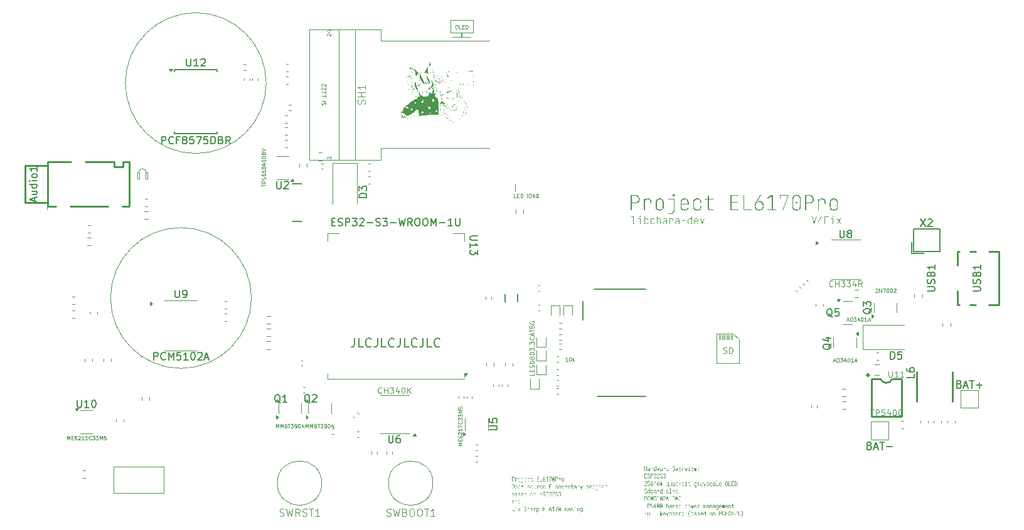
<source format=gbr>
%TF.GenerationSoftware,KiCad,Pcbnew,8.0.5-8.0.5-0~ubuntu24.04.1*%
%TF.CreationDate,2024-10-28T12:21:11+08:00*%
%TF.ProjectId,EL6170_Pro_Max_Plus,454c3631-3730-45f5-9072-6f5f4d61785f,rev?*%
%TF.SameCoordinates,Original*%
%TF.FileFunction,Legend,Top*%
%TF.FilePolarity,Positive*%
%FSLAX46Y46*%
G04 Gerber Fmt 4.6, Leading zero omitted, Abs format (unit mm)*
G04 Created by KiCad (PCBNEW 8.0.5-8.0.5-0~ubuntu24.04.1) date 2024-10-28 12:21:11*
%MOMM*%
%LPD*%
G01*
G04 APERTURE LIST*
%ADD10C,0.160000*%
%ADD11C,0.100000*%
%ADD12C,0.150000*%
%ADD13C,0.080000*%
%ADD14C,0.040000*%
%ADD15C,0.070000*%
%ADD16C,0.060000*%
%ADD17C,0.120000*%
%ADD18C,0.203200*%
%ADD19C,0.000000*%
%ADD20C,0.250000*%
G04 APERTURE END LIST*
D10*
X133433834Y-108444822D02*
X133433834Y-109301965D01*
X133433834Y-109301965D02*
X133376691Y-109473394D01*
X133376691Y-109473394D02*
X133262405Y-109587680D01*
X133262405Y-109587680D02*
X133090977Y-109644822D01*
X133090977Y-109644822D02*
X132976691Y-109644822D01*
X134576691Y-109644822D02*
X134005263Y-109644822D01*
X134005263Y-109644822D02*
X134005263Y-108444822D01*
X135662406Y-109530537D02*
X135605263Y-109587680D01*
X135605263Y-109587680D02*
X135433835Y-109644822D01*
X135433835Y-109644822D02*
X135319549Y-109644822D01*
X135319549Y-109644822D02*
X135148120Y-109587680D01*
X135148120Y-109587680D02*
X135033835Y-109473394D01*
X135033835Y-109473394D02*
X134976692Y-109359108D01*
X134976692Y-109359108D02*
X134919549Y-109130537D01*
X134919549Y-109130537D02*
X134919549Y-108959108D01*
X134919549Y-108959108D02*
X134976692Y-108730537D01*
X134976692Y-108730537D02*
X135033835Y-108616251D01*
X135033835Y-108616251D02*
X135148120Y-108501965D01*
X135148120Y-108501965D02*
X135319549Y-108444822D01*
X135319549Y-108444822D02*
X135433835Y-108444822D01*
X135433835Y-108444822D02*
X135605263Y-108501965D01*
X135605263Y-108501965D02*
X135662406Y-108559108D01*
X136519549Y-108444822D02*
X136519549Y-109301965D01*
X136519549Y-109301965D02*
X136462406Y-109473394D01*
X136462406Y-109473394D02*
X136348120Y-109587680D01*
X136348120Y-109587680D02*
X136176692Y-109644822D01*
X136176692Y-109644822D02*
X136062406Y-109644822D01*
X137662406Y-109644822D02*
X137090978Y-109644822D01*
X137090978Y-109644822D02*
X137090978Y-108444822D01*
X138748121Y-109530537D02*
X138690978Y-109587680D01*
X138690978Y-109587680D02*
X138519550Y-109644822D01*
X138519550Y-109644822D02*
X138405264Y-109644822D01*
X138405264Y-109644822D02*
X138233835Y-109587680D01*
X138233835Y-109587680D02*
X138119550Y-109473394D01*
X138119550Y-109473394D02*
X138062407Y-109359108D01*
X138062407Y-109359108D02*
X138005264Y-109130537D01*
X138005264Y-109130537D02*
X138005264Y-108959108D01*
X138005264Y-108959108D02*
X138062407Y-108730537D01*
X138062407Y-108730537D02*
X138119550Y-108616251D01*
X138119550Y-108616251D02*
X138233835Y-108501965D01*
X138233835Y-108501965D02*
X138405264Y-108444822D01*
X138405264Y-108444822D02*
X138519550Y-108444822D01*
X138519550Y-108444822D02*
X138690978Y-108501965D01*
X138690978Y-108501965D02*
X138748121Y-108559108D01*
X139605264Y-108444822D02*
X139605264Y-109301965D01*
X139605264Y-109301965D02*
X139548121Y-109473394D01*
X139548121Y-109473394D02*
X139433835Y-109587680D01*
X139433835Y-109587680D02*
X139262407Y-109644822D01*
X139262407Y-109644822D02*
X139148121Y-109644822D01*
X140748121Y-109644822D02*
X140176693Y-109644822D01*
X140176693Y-109644822D02*
X140176693Y-108444822D01*
X141833836Y-109530537D02*
X141776693Y-109587680D01*
X141776693Y-109587680D02*
X141605265Y-109644822D01*
X141605265Y-109644822D02*
X141490979Y-109644822D01*
X141490979Y-109644822D02*
X141319550Y-109587680D01*
X141319550Y-109587680D02*
X141205265Y-109473394D01*
X141205265Y-109473394D02*
X141148122Y-109359108D01*
X141148122Y-109359108D02*
X141090979Y-109130537D01*
X141090979Y-109130537D02*
X141090979Y-108959108D01*
X141090979Y-108959108D02*
X141148122Y-108730537D01*
X141148122Y-108730537D02*
X141205265Y-108616251D01*
X141205265Y-108616251D02*
X141319550Y-108501965D01*
X141319550Y-108501965D02*
X141490979Y-108444822D01*
X141490979Y-108444822D02*
X141605265Y-108444822D01*
X141605265Y-108444822D02*
X141776693Y-108501965D01*
X141776693Y-108501965D02*
X141833836Y-108559108D01*
X142690979Y-108444822D02*
X142690979Y-109301965D01*
X142690979Y-109301965D02*
X142633836Y-109473394D01*
X142633836Y-109473394D02*
X142519550Y-109587680D01*
X142519550Y-109587680D02*
X142348122Y-109644822D01*
X142348122Y-109644822D02*
X142233836Y-109644822D01*
X143833836Y-109644822D02*
X143262408Y-109644822D01*
X143262408Y-109644822D02*
X143262408Y-108444822D01*
X144919551Y-109530537D02*
X144862408Y-109587680D01*
X144862408Y-109587680D02*
X144690980Y-109644822D01*
X144690980Y-109644822D02*
X144576694Y-109644822D01*
X144576694Y-109644822D02*
X144405265Y-109587680D01*
X144405265Y-109587680D02*
X144290980Y-109473394D01*
X144290980Y-109473394D02*
X144233837Y-109359108D01*
X144233837Y-109359108D02*
X144176694Y-109130537D01*
X144176694Y-109130537D02*
X144176694Y-108959108D01*
X144176694Y-108959108D02*
X144233837Y-108730537D01*
X144233837Y-108730537D02*
X144290980Y-108616251D01*
X144290980Y-108616251D02*
X144405265Y-108501965D01*
X144405265Y-108501965D02*
X144576694Y-108444822D01*
X144576694Y-108444822D02*
X144690980Y-108444822D01*
X144690980Y-108444822D02*
X144862408Y-108501965D01*
X144862408Y-108501965D02*
X144919551Y-108559108D01*
D11*
X182300000Y-111800000D02*
X185300000Y-111800000D01*
X121500000Y-74000000D02*
G75*
G02*
X102500000Y-74000000I-9500000J0D01*
G01*
X102500000Y-74000000D02*
G75*
G02*
X121500000Y-74000000I9500000J0D01*
G01*
X147800000Y-67200000D02*
X147900000Y-67200000D01*
X147900000Y-67800000D01*
X147800000Y-67800000D01*
X147800000Y-67200000D01*
X151600000Y-68300000D02*
X137000000Y-68300000D01*
X184200000Y-108000000D02*
X184200000Y-108600000D01*
X100900000Y-125750000D02*
X107650000Y-125750000D01*
X107650000Y-129350000D01*
X100900000Y-129350000D01*
X100900000Y-125750000D01*
X183000000Y-108000000D02*
X183000000Y-108600000D01*
X183200000Y-108000000D02*
X183200000Y-108600000D01*
X104100000Y-86100000D02*
X104400000Y-86100000D01*
X104400000Y-86900000D01*
X104100000Y-86900000D01*
X104100000Y-86100000D01*
X184400000Y-108000000D02*
X184400000Y-108600000D01*
X146400000Y-65500000D02*
X149400000Y-65500000D01*
X149400000Y-67200000D01*
X146400000Y-67200000D01*
X146400000Y-65500000D01*
X137000000Y-68300000D02*
X137000000Y-66749669D01*
X182300000Y-107800000D02*
X182300000Y-111800000D01*
X105200000Y-86100000D02*
X105500000Y-86100000D01*
X105500000Y-86900000D01*
X105200000Y-86900000D01*
X105200000Y-86100000D01*
X133250000Y-84350000D02*
X137000000Y-84350331D01*
X183600000Y-108000000D02*
X183600000Y-108600000D01*
X182800000Y-108000000D02*
X182800000Y-108600000D01*
X182600000Y-108000000D02*
X182600000Y-108600000D01*
X184000000Y-108000000D02*
X184000000Y-108600000D01*
X137000000Y-82800000D02*
X137000000Y-84350331D01*
X146600000Y-67800000D02*
X149100000Y-67800000D01*
X133250000Y-66750000D02*
X137000000Y-66749669D01*
X104250000Y-86100000D02*
G75*
G02*
X105350000Y-86100000I550000J0D01*
G01*
X185300000Y-111800000D02*
X185300000Y-108600000D01*
X184500000Y-107800000D02*
X182300000Y-107800000D01*
X183400000Y-108000000D02*
X183400000Y-108600000D01*
X119500000Y-103000000D02*
G75*
G02*
X100500000Y-103000000I-9500000J0D01*
G01*
X100500000Y-103000000D02*
G75*
G02*
X119500000Y-103000000I9500000J0D01*
G01*
X183800000Y-108000000D02*
X183800000Y-108600000D01*
X91970000Y-84680000D02*
X91970000Y-91030000D01*
X137000000Y-82800000D02*
X151600000Y-82800000D01*
X185300000Y-108600000D02*
X184500000Y-107800000D01*
D12*
G36*
X171220481Y-93030000D02*
G01*
X171170850Y-93026097D01*
X171123681Y-93012606D01*
X171081492Y-92986637D01*
X171074912Y-92980662D01*
X171043657Y-92937500D01*
X171027678Y-92887435D01*
X171023621Y-92839002D01*
X171023621Y-92060844D01*
X170770341Y-92060844D01*
X170770341Y-91998318D01*
X171093963Y-91998318D01*
X171093963Y-92840223D01*
X171100017Y-92889806D01*
X171125593Y-92935661D01*
X171171184Y-92961384D01*
X171220481Y-92967473D01*
X171459595Y-92967473D01*
X171459595Y-93030000D01*
X171220481Y-93030000D01*
G37*
G36*
X171672819Y-93030000D02*
G01*
X171672819Y-92967473D01*
X171955652Y-92967473D01*
X171955652Y-92310949D01*
X171707990Y-92310949D01*
X171707990Y-92248422D01*
X172025994Y-92248422D01*
X172025994Y-92967473D01*
X172291974Y-92967473D01*
X172291974Y-93030000D01*
X171672819Y-93030000D01*
G37*
G36*
X171982274Y-92092107D02*
G01*
X171933676Y-92079138D01*
X171923168Y-92070858D01*
X171901487Y-92026741D01*
X171900697Y-92013949D01*
X171915531Y-91965751D01*
X171923168Y-91957285D01*
X171969034Y-91936547D01*
X171982274Y-91935792D01*
X172030873Y-91948910D01*
X172041381Y-91957285D01*
X172063062Y-92001167D01*
X172063852Y-92013949D01*
X172049018Y-92062308D01*
X172041381Y-92070858D01*
X171995515Y-92091360D01*
X171982274Y-92092107D01*
G37*
G36*
X172603628Y-92374940D02*
G01*
X172626114Y-92329545D01*
X172657667Y-92291913D01*
X172683740Y-92271137D01*
X172729066Y-92247770D01*
X172780781Y-92235187D01*
X172818806Y-92232791D01*
X172867628Y-92236543D01*
X172917900Y-92250018D01*
X172962280Y-92273293D01*
X173000767Y-92306369D01*
X173005163Y-92311193D01*
X173035618Y-92353523D01*
X173057370Y-92402112D01*
X173069267Y-92449762D01*
X173074501Y-92502203D01*
X173074773Y-92518066D01*
X173074773Y-92761821D01*
X173071442Y-92815596D01*
X173061449Y-92864510D01*
X173041871Y-92914457D01*
X173013593Y-92958055D01*
X173005163Y-92967962D01*
X172967413Y-93001942D01*
X172923770Y-93026214D01*
X172874234Y-93040777D01*
X172818806Y-93045631D01*
X172767253Y-93041446D01*
X172717136Y-93027335D01*
X172683740Y-93010216D01*
X172643418Y-92977010D01*
X172613738Y-92935339D01*
X172603628Y-92913251D01*
X172603628Y-93030000D01*
X172533286Y-93030000D01*
X172533286Y-92518311D01*
X172603628Y-92518311D01*
X172603628Y-92761332D01*
X172606956Y-92810440D01*
X172618655Y-92859009D01*
X172641534Y-92904680D01*
X172656873Y-92924242D01*
X172698467Y-92957755D01*
X172744644Y-92976149D01*
X172798788Y-92983047D01*
X172804640Y-92983105D01*
X172854387Y-92978449D01*
X172901957Y-92962354D01*
X172944918Y-92931370D01*
X172951674Y-92924242D01*
X172979495Y-92882936D01*
X172997012Y-92832899D01*
X173003967Y-92780403D01*
X173004431Y-92761332D01*
X173004431Y-92518311D01*
X173001133Y-92468684D01*
X172989541Y-92419750D01*
X172966873Y-92373945D01*
X172951674Y-92354424D01*
X172910498Y-92320772D01*
X172864550Y-92302301D01*
X172810492Y-92295375D01*
X172804640Y-92295317D01*
X172754303Y-92299992D01*
X172706304Y-92316154D01*
X172663146Y-92347266D01*
X172656385Y-92354424D01*
X172628564Y-92395721D01*
X172611047Y-92446034D01*
X172604092Y-92499024D01*
X172603628Y-92518311D01*
X172533286Y-92518311D01*
X172533286Y-91998318D01*
X172603628Y-91998318D01*
X172603628Y-92374940D01*
G37*
G36*
X173652407Y-93045631D02*
G01*
X173598962Y-93041914D01*
X173550613Y-93030765D01*
X173501597Y-93008920D01*
X173459236Y-92977367D01*
X173449685Y-92967962D01*
X173417094Y-92925860D01*
X173393815Y-92877226D01*
X173381084Y-92829311D01*
X173375482Y-92776393D01*
X173375191Y-92760355D01*
X173375191Y-92518066D01*
X173378791Y-92463720D01*
X173389590Y-92414376D01*
X173410748Y-92364108D01*
X173441309Y-92320373D01*
X173450418Y-92310460D01*
X173491253Y-92276480D01*
X173538529Y-92252208D01*
X173592247Y-92237645D01*
X173644535Y-92232867D01*
X173652407Y-92232791D01*
X173705875Y-92236297D01*
X173754294Y-92246816D01*
X173803448Y-92267424D01*
X173846008Y-92297191D01*
X173855617Y-92306064D01*
X173888529Y-92345845D01*
X173912037Y-92391915D01*
X173926142Y-92444275D01*
X173930770Y-92495248D01*
X173930844Y-92502923D01*
X173860502Y-92502923D01*
X173856097Y-92451251D01*
X173840870Y-92401859D01*
X173811558Y-92357279D01*
X173804815Y-92350272D01*
X173761791Y-92318984D01*
X173714164Y-92301811D01*
X173664365Y-92295532D01*
X173652407Y-92295317D01*
X173601720Y-92299934D01*
X173552833Y-92315896D01*
X173511770Y-92343259D01*
X173500976Y-92353691D01*
X173471739Y-92394602D01*
X173453330Y-92444672D01*
X173446021Y-92497565D01*
X173445533Y-92516845D01*
X173445533Y-92761577D01*
X173448999Y-92810578D01*
X173461181Y-92859062D01*
X173485004Y-92904686D01*
X173500976Y-92924242D01*
X173539693Y-92955283D01*
X173586232Y-92974827D01*
X173634807Y-92982588D01*
X173652407Y-92983105D01*
X173703665Y-92978739D01*
X173752914Y-92963645D01*
X173797722Y-92934590D01*
X173804815Y-92927906D01*
X173836519Y-92884940D01*
X173853922Y-92837466D01*
X173860284Y-92787886D01*
X173860502Y-92775987D01*
X173930844Y-92775987D01*
X173927244Y-92827637D01*
X173914315Y-92880741D01*
X173891982Y-92927525D01*
X173860245Y-92967989D01*
X173855617Y-92972602D01*
X173814706Y-93004552D01*
X173767201Y-93027374D01*
X173713101Y-93041067D01*
X173660354Y-93045560D01*
X173652407Y-93045631D01*
G37*
G36*
X174211723Y-93030000D02*
G01*
X174211723Y-91998318D01*
X174282065Y-91998318D01*
X174282065Y-92385198D01*
X174300662Y-92339693D01*
X174330429Y-92298477D01*
X174359246Y-92273335D01*
X174405099Y-92248628D01*
X174453346Y-92235998D01*
X174497243Y-92232791D01*
X174551343Y-92237416D01*
X174599825Y-92251292D01*
X174647653Y-92277960D01*
X174679937Y-92306796D01*
X174710177Y-92347096D01*
X174731777Y-92393991D01*
X174744737Y-92447480D01*
X174748990Y-92499693D01*
X174749057Y-92507564D01*
X174749057Y-93030000D01*
X174678715Y-93030000D01*
X174678715Y-92518311D01*
X174675464Y-92468684D01*
X174664033Y-92419750D01*
X174641679Y-92373945D01*
X174626692Y-92354424D01*
X174586250Y-92320772D01*
X174536457Y-92301089D01*
X174483077Y-92295317D01*
X174433923Y-92300050D01*
X174386467Y-92316413D01*
X174342971Y-92347910D01*
X174336043Y-92355157D01*
X174307578Y-92396697D01*
X174289656Y-92446824D01*
X174282540Y-92499280D01*
X174282065Y-92518311D01*
X174282065Y-93030000D01*
X174211723Y-93030000D01*
G37*
G36*
X175377178Y-92236063D02*
G01*
X175429798Y-92247818D01*
X175475211Y-92268120D01*
X175517690Y-92301179D01*
X175550394Y-92344245D01*
X175570479Y-92390247D01*
X175582108Y-92443515D01*
X175585345Y-92496085D01*
X175585345Y-93030000D01*
X175515003Y-93030000D01*
X175515003Y-92903482D01*
X175491212Y-92948384D01*
X175455744Y-92986005D01*
X175425610Y-93007041D01*
X175377832Y-93029012D01*
X175329289Y-93041071D01*
X175275880Y-93045593D01*
X175270272Y-93045631D01*
X175220462Y-93042405D01*
X175169518Y-93030819D01*
X175124955Y-93010806D01*
X175082449Y-92978220D01*
X175049508Y-92937208D01*
X175027348Y-92890284D01*
X175015969Y-92837448D01*
X175014305Y-92805540D01*
X175014798Y-92800411D01*
X175084647Y-92800411D01*
X175091198Y-92852720D01*
X175110853Y-92897814D01*
X175140090Y-92932547D01*
X175182935Y-92961331D01*
X175229799Y-92977131D01*
X175278421Y-92982907D01*
X175290055Y-92983105D01*
X175339347Y-92979716D01*
X175388267Y-92967802D01*
X175434511Y-92944504D01*
X175454431Y-92928883D01*
X175486373Y-92891083D01*
X175506485Y-92845459D01*
X175514766Y-92792012D01*
X175515003Y-92780383D01*
X175515003Y-92639211D01*
X175250732Y-92639211D01*
X175199556Y-92645634D01*
X175152642Y-92667088D01*
X175131053Y-92684884D01*
X175101007Y-92725985D01*
X175086279Y-92775066D01*
X175084647Y-92800411D01*
X175014798Y-92800411D01*
X175019483Y-92751717D01*
X175035016Y-92703728D01*
X175060905Y-92661574D01*
X175079762Y-92640676D01*
X175119847Y-92609743D01*
X175166462Y-92588933D01*
X175219607Y-92578247D01*
X175251953Y-92576685D01*
X175515003Y-92576685D01*
X175515003Y-92497306D01*
X175511042Y-92445747D01*
X175497351Y-92397070D01*
X175470996Y-92353994D01*
X175464933Y-92347341D01*
X175425772Y-92317722D01*
X175376798Y-92300397D01*
X175323761Y-92295317D01*
X175271711Y-92299396D01*
X175222226Y-92313304D01*
X175180879Y-92337083D01*
X175145205Y-92375330D01*
X175125896Y-92422204D01*
X175122505Y-92446748D01*
X175052163Y-92446748D01*
X175060713Y-92395258D01*
X175080044Y-92349873D01*
X175110155Y-92310593D01*
X175131542Y-92291409D01*
X175176783Y-92263073D01*
X175223063Y-92245671D01*
X175275052Y-92235596D01*
X175325226Y-92232791D01*
X175377178Y-92236063D01*
G37*
G36*
X175920935Y-93030000D02*
G01*
X175920935Y-92248422D01*
X175991277Y-92248422D01*
X175991277Y-92373475D01*
X176012388Y-92328034D01*
X176044872Y-92287876D01*
X176066503Y-92270160D01*
X176113439Y-92245965D01*
X176163992Y-92234579D01*
X176196685Y-92232791D01*
X176249545Y-92236274D01*
X176302286Y-92248784D01*
X176346845Y-92270391D01*
X176387194Y-92305575D01*
X176417537Y-92351269D01*
X176436172Y-92399866D01*
X176446041Y-92448549D01*
X176449903Y-92502982D01*
X176449965Y-92511228D01*
X176449965Y-92582547D01*
X176379623Y-92582547D01*
X176379623Y-92511472D01*
X176376539Y-92461952D01*
X176365698Y-92413686D01*
X176344499Y-92369303D01*
X176330286Y-92350760D01*
X176291022Y-92319194D01*
X176240733Y-92300731D01*
X176191388Y-92295371D01*
X176185450Y-92295317D01*
X176135915Y-92299934D01*
X176089080Y-92315896D01*
X176047533Y-92346622D01*
X176041102Y-92353691D01*
X176012735Y-92399370D01*
X175997164Y-92450813D01*
X175991471Y-92505188D01*
X175991277Y-92518311D01*
X175991277Y-93030000D01*
X175920935Y-93030000D01*
G37*
G36*
X177055615Y-92236063D02*
G01*
X177108234Y-92247818D01*
X177153648Y-92268120D01*
X177196127Y-92301179D01*
X177228831Y-92344245D01*
X177248916Y-92390247D01*
X177260544Y-92443515D01*
X177263782Y-92496085D01*
X177263782Y-93030000D01*
X177193440Y-93030000D01*
X177193440Y-92903482D01*
X177169649Y-92948384D01*
X177134180Y-92986005D01*
X177104047Y-93007041D01*
X177056269Y-93029012D01*
X177007726Y-93041071D01*
X176954317Y-93045593D01*
X176948709Y-93045631D01*
X176898898Y-93042405D01*
X176847955Y-93030819D01*
X176803392Y-93010806D01*
X176760886Y-92978220D01*
X176727945Y-92937208D01*
X176705785Y-92890284D01*
X176694406Y-92837448D01*
X176692742Y-92805540D01*
X176693235Y-92800411D01*
X176763084Y-92800411D01*
X176769635Y-92852720D01*
X176789289Y-92897814D01*
X176818527Y-92932547D01*
X176861372Y-92961331D01*
X176908236Y-92977131D01*
X176956858Y-92982907D01*
X176968492Y-92983105D01*
X177017783Y-92979716D01*
X177066704Y-92967802D01*
X177112948Y-92944504D01*
X177132868Y-92928883D01*
X177164810Y-92891083D01*
X177184922Y-92845459D01*
X177193203Y-92792012D01*
X177193440Y-92780383D01*
X177193440Y-92639211D01*
X176929169Y-92639211D01*
X176877993Y-92645634D01*
X176831078Y-92667088D01*
X176809490Y-92684884D01*
X176779444Y-92725985D01*
X176764715Y-92775066D01*
X176763084Y-92800411D01*
X176693235Y-92800411D01*
X176697920Y-92751717D01*
X176713453Y-92703728D01*
X176739342Y-92661574D01*
X176758199Y-92640676D01*
X176798284Y-92609743D01*
X176844899Y-92588933D01*
X176898044Y-92578247D01*
X176930390Y-92576685D01*
X177193440Y-92576685D01*
X177193440Y-92497306D01*
X177189479Y-92445747D01*
X177175788Y-92397070D01*
X177149433Y-92353994D01*
X177143370Y-92347341D01*
X177104209Y-92317722D01*
X177055235Y-92300397D01*
X177002198Y-92295317D01*
X176950148Y-92299396D01*
X176900663Y-92313304D01*
X176859316Y-92337083D01*
X176823642Y-92375330D01*
X176804333Y-92422204D01*
X176800942Y-92446748D01*
X176730600Y-92446748D01*
X176739150Y-92395258D01*
X176758481Y-92349873D01*
X176788592Y-92310593D01*
X176809979Y-92291409D01*
X176855220Y-92263073D01*
X176901500Y-92245671D01*
X176953489Y-92235596D01*
X177003663Y-92232791D01*
X177055615Y-92236063D01*
G37*
G36*
X177610607Y-92592316D02*
G01*
X177610607Y-92529790D01*
X178060990Y-92529790D01*
X178060990Y-92592316D01*
X177610607Y-92592316D01*
G37*
G36*
X178942219Y-93030000D02*
G01*
X178871877Y-93030000D01*
X178871877Y-92913251D01*
X178847108Y-92958829D01*
X178811698Y-92995942D01*
X178791765Y-93010216D01*
X178746439Y-93031797D01*
X178694724Y-93043418D01*
X178656699Y-93045631D01*
X178601866Y-93040777D01*
X178552651Y-93026214D01*
X178509054Y-93001942D01*
X178471074Y-92967962D01*
X178440300Y-92925952D01*
X178418318Y-92877592D01*
X178406296Y-92830068D01*
X178401007Y-92777681D01*
X178400732Y-92761821D01*
X178400732Y-92518311D01*
X178471074Y-92518311D01*
X178471074Y-92761332D01*
X178474371Y-92810440D01*
X178485963Y-92859009D01*
X178508632Y-92904680D01*
X178523831Y-92924242D01*
X178565007Y-92957755D01*
X178610955Y-92976149D01*
X178665013Y-92983047D01*
X178670865Y-92983105D01*
X178721202Y-92978449D01*
X178769201Y-92962354D01*
X178812359Y-92931370D01*
X178819120Y-92924242D01*
X178846941Y-92882936D01*
X178864458Y-92832899D01*
X178871413Y-92780403D01*
X178871877Y-92761332D01*
X178871877Y-92518311D01*
X178868579Y-92468684D01*
X178856987Y-92419750D01*
X178834319Y-92373945D01*
X178819120Y-92354424D01*
X178777800Y-92320772D01*
X178731470Y-92302301D01*
X178682635Y-92295548D01*
X178670865Y-92295317D01*
X178621118Y-92299992D01*
X178573548Y-92316154D01*
X178530587Y-92347266D01*
X178523831Y-92354424D01*
X178496010Y-92395721D01*
X178478493Y-92446034D01*
X178471538Y-92499024D01*
X178471074Y-92518311D01*
X178400732Y-92518311D01*
X178400732Y-92518066D01*
X178404098Y-92464256D01*
X178414196Y-92415237D01*
X178433980Y-92365084D01*
X178462556Y-92321189D01*
X178471074Y-92311193D01*
X178509054Y-92276892D01*
X178552651Y-92252391D01*
X178601866Y-92237691D01*
X178656699Y-92232791D01*
X178708252Y-92237322D01*
X178758369Y-92252601D01*
X178791765Y-92271137D01*
X178829363Y-92303595D01*
X178857894Y-92343814D01*
X178871877Y-92374940D01*
X178871877Y-91998318D01*
X178942219Y-91998318D01*
X178942219Y-93030000D01*
G37*
G36*
X179569029Y-92236519D02*
G01*
X179617027Y-92247704D01*
X179665357Y-92269617D01*
X179706725Y-92301269D01*
X179715980Y-92310704D01*
X179747716Y-92352943D01*
X179770385Y-92401746D01*
X179782782Y-92449833D01*
X179788237Y-92502945D01*
X179788520Y-92519043D01*
X179788520Y-92654842D01*
X179310293Y-92654842D01*
X179310293Y-92761332D01*
X179314524Y-92815536D01*
X179327217Y-92863016D01*
X179351245Y-92907886D01*
X179363782Y-92923510D01*
X179401601Y-92954937D01*
X179448198Y-92974724D01*
X179497640Y-92982581D01*
X179515701Y-92983105D01*
X179566797Y-92978574D01*
X179615759Y-92963295D01*
X179647836Y-92944759D01*
X179684323Y-92908728D01*
X179706862Y-92863346D01*
X179712561Y-92839246D01*
X179782903Y-92839246D01*
X179769134Y-92889697D01*
X179746787Y-92933888D01*
X179715862Y-92971820D01*
X179694975Y-92990188D01*
X179652059Y-93016989D01*
X179603270Y-93035019D01*
X179554970Y-93043682D01*
X179515701Y-93045631D01*
X179461755Y-93041914D01*
X179413186Y-93030765D01*
X179364261Y-93008920D01*
X179322358Y-92977367D01*
X179312979Y-92967962D01*
X179281029Y-92925860D01*
X179258208Y-92877226D01*
X179245727Y-92829311D01*
X179240236Y-92776393D01*
X179239951Y-92760355D01*
X179239951Y-92518066D01*
X179310293Y-92518066D01*
X179310293Y-92592316D01*
X179718178Y-92592316D01*
X179718178Y-92518066D01*
X179714005Y-92463627D01*
X179701486Y-92415988D01*
X179677786Y-92371032D01*
X179665422Y-92355401D01*
X179628132Y-92323716D01*
X179582207Y-92303766D01*
X179533493Y-92295845D01*
X179515701Y-92295317D01*
X179463889Y-92300012D01*
X179414659Y-92316241D01*
X179374206Y-92344061D01*
X179363782Y-92354668D01*
X179335575Y-92396022D01*
X179317815Y-92446202D01*
X179310763Y-92498909D01*
X179310293Y-92518066D01*
X179239951Y-92518066D01*
X179243480Y-92463720D01*
X179254069Y-92414376D01*
X179274814Y-92364108D01*
X179304780Y-92320373D01*
X179313712Y-92310460D01*
X179354088Y-92276480D01*
X179401212Y-92252208D01*
X179455083Y-92237645D01*
X179507755Y-92232867D01*
X179515701Y-92232791D01*
X179569029Y-92236519D01*
G37*
G36*
X180309734Y-93030000D02*
G01*
X180043998Y-92248422D01*
X180119958Y-92248422D01*
X180315352Y-92831919D01*
X180330369Y-92880710D01*
X180338555Y-92910809D01*
X180350907Y-92958823D01*
X180354919Y-92975533D01*
X180365730Y-92927764D01*
X180370307Y-92910809D01*
X180384165Y-92863438D01*
X180394242Y-92831919D01*
X180586950Y-92248422D01*
X180662909Y-92248422D01*
X180397173Y-93030000D01*
X180309734Y-93030000D01*
G37*
G36*
X195414445Y-93030000D02*
G01*
X195133077Y-91998318D01*
X195207571Y-91998318D01*
X195415666Y-92776231D01*
X195428590Y-92824597D01*
X195440344Y-92874338D01*
X195443998Y-92891514D01*
X195453829Y-92939446D01*
X195460851Y-92974312D01*
X195470959Y-92925871D01*
X195478436Y-92891514D01*
X195489843Y-92842640D01*
X195502110Y-92795081D01*
X195507257Y-92776231D01*
X195716817Y-91998318D01*
X195785694Y-91998318D01*
X195504326Y-93030000D01*
X195414445Y-93030000D01*
G37*
G36*
X196467376Y-93030000D02*
G01*
X196467376Y-92779895D01*
X195996231Y-92779895D01*
X195996231Y-92642630D01*
X196398499Y-91998318D01*
X196475924Y-91998318D01*
X196066573Y-92661437D01*
X196066573Y-92717369D01*
X196467376Y-92717369D01*
X196467376Y-92436001D01*
X196537718Y-92436001D01*
X196537718Y-93030000D01*
X196467376Y-93030000D01*
G37*
G36*
X196877459Y-93030000D02*
G01*
X196877459Y-91998318D01*
X197454361Y-91998318D01*
X197454361Y-92060844D01*
X196947801Y-92060844D01*
X196947801Y-92467264D01*
X197405024Y-92467264D01*
X197405024Y-92529790D01*
X196947801Y-92529790D01*
X196947801Y-93030000D01*
X196877459Y-93030000D01*
G37*
G36*
X197688590Y-93030000D02*
G01*
X197688590Y-92967473D01*
X197971423Y-92967473D01*
X197971423Y-92310949D01*
X197723761Y-92310949D01*
X197723761Y-92248422D01*
X198041765Y-92248422D01*
X198041765Y-92967473D01*
X198307745Y-92967473D01*
X198307745Y-93030000D01*
X197688590Y-93030000D01*
G37*
G36*
X197998046Y-92092107D02*
G01*
X197949447Y-92079138D01*
X197938939Y-92070858D01*
X197917258Y-92026741D01*
X197916468Y-92013949D01*
X197931302Y-91965751D01*
X197938939Y-91957285D01*
X197984805Y-91936547D01*
X197998046Y-91935792D01*
X198046644Y-91948910D01*
X198057152Y-91957285D01*
X198078833Y-92001167D01*
X198079623Y-92013949D01*
X198064789Y-92062308D01*
X198057152Y-92070858D01*
X198011286Y-92091360D01*
X197998046Y-92092107D01*
G37*
G36*
X198499720Y-93030000D02*
G01*
X198775471Y-92635059D01*
X198516573Y-92248422D01*
X198599616Y-92248422D01*
X198786706Y-92538094D01*
X198802826Y-92564228D01*
X198817725Y-92588897D01*
X198833845Y-92563496D01*
X198849965Y-92538094D01*
X199035833Y-92248422D01*
X199117411Y-92248422D01*
X198858513Y-92635059D01*
X199132798Y-93030000D01*
X199051221Y-93030000D01*
X198852896Y-92735931D01*
X198833845Y-92707843D01*
X198816259Y-92682686D01*
X198799406Y-92707843D01*
X198779623Y-92735931D01*
X198579832Y-93030000D01*
X198499720Y-93030000D01*
G37*
G36*
X171427368Y-89103999D02*
G01*
X171529773Y-89126088D01*
X171621660Y-89162903D01*
X171713793Y-89223010D01*
X171744801Y-89250509D01*
X171815112Y-89333765D01*
X171865334Y-89429661D01*
X171892800Y-89523938D01*
X171904885Y-89627893D01*
X171905512Y-89659371D01*
X171897752Y-89766091D01*
X171874471Y-89863133D01*
X171828858Y-89962189D01*
X171762974Y-90048605D01*
X171743335Y-90068234D01*
X171655896Y-90135553D01*
X171555268Y-90183639D01*
X171456399Y-90209935D01*
X171347433Y-90221506D01*
X171314445Y-90222107D01*
X170850383Y-90222107D01*
X170850383Y-91160000D01*
X170709699Y-91160000D01*
X170709699Y-90097055D01*
X170850383Y-90097055D01*
X171314445Y-90097055D01*
X171411867Y-90089666D01*
X171509133Y-90063692D01*
X171601888Y-90012897D01*
X171642219Y-89978841D01*
X171706876Y-89896638D01*
X171747587Y-89798407D01*
X171763751Y-89696294D01*
X171764829Y-89659371D01*
X171755246Y-89551669D01*
X171726498Y-89457722D01*
X171672077Y-89369470D01*
X171643684Y-89338925D01*
X171559478Y-89277101D01*
X171458288Y-89238175D01*
X171352698Y-89222719D01*
X171314445Y-89221688D01*
X170850383Y-89221688D01*
X170850383Y-90097055D01*
X170709699Y-90097055D01*
X170709699Y-89096636D01*
X171314445Y-89096636D01*
X171427368Y-89103999D01*
G37*
G36*
X172449685Y-91160000D02*
G01*
X172449685Y-89596845D01*
X172590369Y-89596845D01*
X172590369Y-89846950D01*
X172632593Y-89756069D01*
X172697560Y-89675753D01*
X172740823Y-89640321D01*
X172834695Y-89591930D01*
X172935800Y-89569159D01*
X173001186Y-89565582D01*
X173106907Y-89572548D01*
X173212389Y-89597568D01*
X173301507Y-89640783D01*
X173382205Y-89711151D01*
X173442891Y-89802539D01*
X173480161Y-89899732D01*
X173499899Y-89997098D01*
X173507623Y-90105965D01*
X173507745Y-90122456D01*
X173507745Y-90265094D01*
X173367062Y-90265094D01*
X173367062Y-90122944D01*
X173360894Y-90023904D01*
X173339213Y-89927373D01*
X173296814Y-89838606D01*
X173268387Y-89801521D01*
X173189860Y-89738389D01*
X173089283Y-89701463D01*
X172990592Y-89690743D01*
X172978715Y-89690635D01*
X172879647Y-89699869D01*
X172785976Y-89731793D01*
X172702883Y-89793245D01*
X172690020Y-89807383D01*
X172633285Y-89898740D01*
X172602145Y-90001627D01*
X172590759Y-90110377D01*
X172590369Y-90136622D01*
X172590369Y-91160000D01*
X172449685Y-91160000D01*
G37*
G36*
X174705749Y-89573015D02*
G01*
X174813582Y-89599714D01*
X174908715Y-89645830D01*
X174991147Y-89711364D01*
X175000558Y-89720921D01*
X175065740Y-89805123D01*
X175112299Y-89902393D01*
X175137761Y-89998223D01*
X175148964Y-90104058D01*
X175149546Y-90136133D01*
X175149546Y-90620711D01*
X175142417Y-90729404D01*
X175121029Y-90828093D01*
X175079126Y-90928629D01*
X175018599Y-91016098D01*
X175000558Y-91035924D01*
X174919713Y-91103885D01*
X174826168Y-91152428D01*
X174719923Y-91181554D01*
X174616539Y-91191111D01*
X174600976Y-91191263D01*
X174497276Y-91183829D01*
X174390152Y-91157131D01*
X174295180Y-91111014D01*
X174212359Y-91045481D01*
X174202861Y-91035924D01*
X174137037Y-90951721D01*
X174090020Y-90854452D01*
X174064308Y-90758622D01*
X174052995Y-90652787D01*
X174052407Y-90620711D01*
X174052407Y-90136133D01*
X174052439Y-90135645D01*
X174193091Y-90135645D01*
X174193091Y-90621200D01*
X174199777Y-90720851D01*
X174223283Y-90818945D01*
X174269250Y-90910536D01*
X174300069Y-90949462D01*
X174383891Y-91015931D01*
X174477925Y-91052415D01*
X174577075Y-91065754D01*
X174600976Y-91066210D01*
X174703184Y-91056975D01*
X174800614Y-91025052D01*
X174888172Y-90963600D01*
X174901884Y-90949462D01*
X174958298Y-90867030D01*
X174993818Y-90766280D01*
X175007922Y-90659943D01*
X175008862Y-90621200D01*
X175008862Y-90135645D01*
X175002084Y-90036024D01*
X174978256Y-89938038D01*
X174931659Y-89846657D01*
X174900418Y-89807871D01*
X174816329Y-89741124D01*
X174722753Y-89704488D01*
X174624586Y-89691092D01*
X174600976Y-89690635D01*
X174499834Y-89699908D01*
X174402862Y-89731965D01*
X174314926Y-89793674D01*
X174301046Y-89807871D01*
X174244117Y-89890045D01*
X174208272Y-89990633D01*
X174194040Y-90096906D01*
X174193091Y-90135645D01*
X174052439Y-90135645D01*
X174059606Y-90027441D01*
X174081205Y-89928752D01*
X174123520Y-89828216D01*
X174184642Y-89740746D01*
X174202861Y-89720921D01*
X174284163Y-89652960D01*
X174377616Y-89604417D01*
X174483221Y-89575291D01*
X174585593Y-89565734D01*
X174600976Y-89565582D01*
X174705749Y-89573015D01*
G37*
G36*
X175745010Y-91660209D02*
G01*
X175745010Y-91535157D01*
X176071318Y-91535157D01*
X176176011Y-91526733D01*
X176274300Y-91497615D01*
X176360489Y-91441562D01*
X176373691Y-91428667D01*
X176432095Y-91344881D01*
X176464152Y-91249779D01*
X176475872Y-91148770D01*
X176476273Y-91124340D01*
X176476273Y-89721898D01*
X175730844Y-89721898D01*
X175730844Y-89596845D01*
X176616957Y-89596845D01*
X176616957Y-91123363D01*
X176610085Y-91228212D01*
X176585401Y-91335275D01*
X176542765Y-91428721D01*
X176482178Y-91508550D01*
X176473342Y-91517571D01*
X176394543Y-91579975D01*
X176301273Y-91624549D01*
X176193531Y-91651294D01*
X176087386Y-91660070D01*
X176071318Y-91660209D01*
X175745010Y-91660209D01*
G37*
G36*
X176504605Y-89284214D02*
G01*
X176407409Y-89258276D01*
X176386392Y-89241716D01*
X176343031Y-89153482D01*
X176341451Y-89127899D01*
X176371119Y-89031503D01*
X176386392Y-89014570D01*
X176478124Y-88973095D01*
X176504605Y-88971584D01*
X176601801Y-88997821D01*
X176622819Y-89014570D01*
X176666179Y-89102334D01*
X176667759Y-89127899D01*
X176638092Y-89224617D01*
X176622819Y-89241716D01*
X176531086Y-89282720D01*
X176504605Y-89284214D01*
G37*
G36*
X178067437Y-89573039D02*
G01*
X178163434Y-89595408D01*
X178260093Y-89639235D01*
X178342830Y-89702539D01*
X178361339Y-89721409D01*
X178424812Y-89805887D01*
X178470150Y-89903492D01*
X178494944Y-89999666D01*
X178505853Y-90105891D01*
X178506420Y-90138087D01*
X178506420Y-90409685D01*
X177549965Y-90409685D01*
X177549965Y-90622665D01*
X177558427Y-90731072D01*
X177583813Y-90826032D01*
X177631870Y-90915772D01*
X177656943Y-90947020D01*
X177732582Y-91009874D01*
X177825776Y-91049449D01*
X177924660Y-91065163D01*
X177960781Y-91066210D01*
X178062974Y-91057148D01*
X178160897Y-91026591D01*
X178225052Y-90989518D01*
X178298025Y-90917457D01*
X178343103Y-90826692D01*
X178354501Y-90778492D01*
X178495184Y-90778492D01*
X178467647Y-90879394D01*
X178422953Y-90967777D01*
X178361104Y-91043640D01*
X178319330Y-91080376D01*
X178233497Y-91133979D01*
X178135918Y-91170038D01*
X178039320Y-91187364D01*
X177960781Y-91191263D01*
X177852890Y-91183829D01*
X177755751Y-91161530D01*
X177657901Y-91117841D01*
X177574095Y-91054735D01*
X177555338Y-91035924D01*
X177491438Y-90951721D01*
X177445795Y-90854452D01*
X177420834Y-90758622D01*
X177409851Y-90652787D01*
X177409281Y-90620711D01*
X177409281Y-90136133D01*
X177549965Y-90136133D01*
X177549965Y-90284633D01*
X178365736Y-90284633D01*
X178365736Y-90136133D01*
X178357389Y-90027255D01*
X178332351Y-89931977D01*
X178284952Y-89842065D01*
X178260223Y-89810802D01*
X178185643Y-89747432D01*
X178093794Y-89707533D01*
X177996366Y-89691691D01*
X177960781Y-89690635D01*
X177857157Y-89700024D01*
X177758697Y-89732482D01*
X177677791Y-89788123D01*
X177656943Y-89809337D01*
X177600529Y-89892045D01*
X177565008Y-89992404D01*
X177550905Y-90097818D01*
X177549965Y-90136133D01*
X177409281Y-90136133D01*
X177416340Y-90027441D01*
X177437517Y-89928752D01*
X177479008Y-89828216D01*
X177538939Y-89740746D01*
X177556803Y-89720921D01*
X177637556Y-89652960D01*
X177731803Y-89604417D01*
X177839545Y-89575291D01*
X177944889Y-89565734D01*
X177960781Y-89565582D01*
X178067437Y-89573039D01*
G37*
G36*
X179661688Y-91191263D02*
G01*
X179554799Y-91183829D01*
X179458100Y-91161530D01*
X179360067Y-91117841D01*
X179275346Y-91054735D01*
X179256245Y-91035924D01*
X179191063Y-90951721D01*
X179144504Y-90854452D01*
X179119042Y-90758622D01*
X179107839Y-90652787D01*
X179107257Y-90620711D01*
X179107257Y-90136133D01*
X179114456Y-90027441D01*
X179136055Y-89928752D01*
X179178370Y-89828216D01*
X179239492Y-89740746D01*
X179257711Y-89720921D01*
X179339379Y-89652960D01*
X179433932Y-89604417D01*
X179541368Y-89575291D01*
X179645944Y-89565734D01*
X179661688Y-89565582D01*
X179768625Y-89572595D01*
X179865463Y-89593632D01*
X179963771Y-89634848D01*
X180048890Y-89694382D01*
X180068108Y-89712128D01*
X180133932Y-89791690D01*
X180180949Y-89883831D01*
X180209159Y-89988550D01*
X180218415Y-90090497D01*
X180218562Y-90105847D01*
X180077878Y-90105847D01*
X180069068Y-90002503D01*
X180038614Y-89903718D01*
X179979990Y-89814559D01*
X179966503Y-89800544D01*
X179880456Y-89737969D01*
X179785202Y-89703622D01*
X179685605Y-89691064D01*
X179661688Y-89690635D01*
X179560314Y-89699869D01*
X179462541Y-89731793D01*
X179380414Y-89786518D01*
X179358827Y-89807383D01*
X179300352Y-89889204D01*
X179263534Y-89989344D01*
X179248915Y-90095131D01*
X179247941Y-90133691D01*
X179247941Y-90623154D01*
X179254871Y-90721156D01*
X179279236Y-90818125D01*
X179326882Y-90909373D01*
X179358827Y-90948485D01*
X179436260Y-91010567D01*
X179529339Y-91049655D01*
X179626489Y-91065176D01*
X179661688Y-91066210D01*
X179764204Y-91057478D01*
X179862703Y-91027291D01*
X179952318Y-90969181D01*
X179966503Y-90955812D01*
X180029913Y-90869881D01*
X180064718Y-90774932D01*
X180077443Y-90675773D01*
X180077878Y-90651974D01*
X180218562Y-90651974D01*
X180211363Y-90755274D01*
X180185503Y-90861482D01*
X180140837Y-90955050D01*
X180077365Y-91035978D01*
X180068108Y-91045205D01*
X179986287Y-91109105D01*
X179891277Y-91154748D01*
X179783077Y-91182134D01*
X179677583Y-91191120D01*
X179661688Y-91191263D01*
G37*
G36*
X181469574Y-91160000D02*
G01*
X181366858Y-91151127D01*
X181272604Y-91120870D01*
X181197976Y-91069141D01*
X181140525Y-90989022D01*
X181111156Y-90895183D01*
X181103698Y-90803893D01*
X181103698Y-89721898D01*
X180645010Y-89721898D01*
X180645010Y-89596845D01*
X181103698Y-89596845D01*
X181103698Y-89159162D01*
X181244382Y-89159162D01*
X181244382Y-89596845D01*
X181891625Y-89596845D01*
X181891625Y-89721898D01*
X181244382Y-89721898D01*
X181244382Y-90806824D01*
X181258456Y-90906628D01*
X181315634Y-90991283D01*
X181416794Y-91031383D01*
X181469574Y-91034947D01*
X181877459Y-91034947D01*
X181877459Y-91160000D01*
X181469574Y-91160000D01*
G37*
G36*
X184165038Y-91160000D02*
G01*
X184165038Y-89096636D01*
X185262665Y-89096636D01*
X185262665Y-89221688D01*
X184305722Y-89221688D01*
X184305722Y-90003265D01*
X185163991Y-90003265D01*
X185163991Y-90128318D01*
X184305722Y-90128318D01*
X184305722Y-91034947D01*
X185262665Y-91034947D01*
X185262665Y-91160000D01*
X184165038Y-91160000D01*
G37*
G36*
X185899651Y-91160000D02*
G01*
X185899651Y-89096636D01*
X186040334Y-89096636D01*
X186040334Y-91034947D01*
X187039288Y-91034947D01*
X187039288Y-91160000D01*
X185899651Y-91160000D01*
G37*
G36*
X187685066Y-90064326D02*
G01*
X187696301Y-90072630D01*
X187772894Y-90004433D01*
X187841381Y-89963698D01*
X187938433Y-89926632D01*
X188041614Y-89910800D01*
X188084647Y-89909476D01*
X188186275Y-89917347D01*
X188288809Y-89944188D01*
X188381646Y-89990076D01*
X188462997Y-90052715D01*
X188531071Y-90130476D01*
X188581437Y-90214291D01*
X188619304Y-90308535D01*
X188643147Y-90411746D01*
X188652613Y-90512305D01*
X188653244Y-90547438D01*
X188646985Y-90650573D01*
X188628206Y-90746752D01*
X188592657Y-90845461D01*
X188574110Y-90882540D01*
X188518898Y-90967061D01*
X188451569Y-91039275D01*
X188372123Y-91099181D01*
X188354780Y-91109685D01*
X188262464Y-91152705D01*
X188161370Y-91179791D01*
X188062881Y-91190546D01*
X188028471Y-91191263D01*
X187927612Y-91184771D01*
X187823885Y-91162331D01*
X187728936Y-91123863D01*
X187702163Y-91109197D01*
X187620246Y-91051561D01*
X187550351Y-90981237D01*
X187492476Y-90898223D01*
X187482344Y-90880097D01*
X187440871Y-90783507D01*
X187414758Y-90678139D01*
X187404389Y-90575803D01*
X187403897Y-90550369D01*
X187544382Y-90550369D01*
X187549918Y-90650773D01*
X187572415Y-90751088D01*
X187600558Y-90820013D01*
X187657128Y-90906561D01*
X187730789Y-90975695D01*
X187770551Y-91001730D01*
X187866847Y-91043478D01*
X187966040Y-91063125D01*
X188028471Y-91066210D01*
X188131374Y-91057143D01*
X188231999Y-91026855D01*
X188281507Y-91001730D01*
X188362666Y-90940633D01*
X188427539Y-90862122D01*
X188451988Y-90820013D01*
X188488900Y-90726911D01*
X188508775Y-90624192D01*
X188512561Y-90550369D01*
X188505403Y-90448528D01*
X188481269Y-90347961D01*
X188451988Y-90279748D01*
X188394631Y-90193833D01*
X188320988Y-90125009D01*
X188281507Y-90099009D01*
X188186959Y-90057260D01*
X188089666Y-90037614D01*
X188028471Y-90034528D01*
X187925706Y-90043596D01*
X187825540Y-90073884D01*
X187776413Y-90099009D01*
X187696519Y-90159944D01*
X187632265Y-90237971D01*
X187607885Y-90279748D01*
X187570562Y-90372072D01*
X187549450Y-90475387D01*
X187544382Y-90550369D01*
X187403897Y-90550369D01*
X187403698Y-90540111D01*
X187410636Y-90440666D01*
X187431450Y-90341633D01*
X187453035Y-90275840D01*
X187493404Y-90177128D01*
X187536322Y-90087004D01*
X187575645Y-90013524D01*
X188101744Y-89096636D01*
X188261967Y-89096636D01*
X187685066Y-90064326D01*
G37*
G36*
X189144173Y-91160000D02*
G01*
X189144173Y-91034947D01*
X189726448Y-91034947D01*
X189726448Y-89240739D01*
X189166643Y-89650090D01*
X189166643Y-89493286D01*
X189681507Y-89096636D01*
X189867131Y-89096636D01*
X189867131Y-91034947D01*
X190354152Y-91034947D01*
X190354152Y-91160000D01*
X189144173Y-91160000D01*
G37*
G36*
X191123517Y-91160000D02*
G01*
X191903140Y-89221688D01*
X190934961Y-89221688D01*
X190934961Y-89660348D01*
X190794277Y-89660348D01*
X190794277Y-89096636D01*
X192046755Y-89096636D01*
X192046755Y-89236831D01*
X191278367Y-91160000D01*
X191123517Y-91160000D01*
G37*
G36*
X193158988Y-90028941D02*
G01*
X193166364Y-90034528D01*
X193204466Y-90126852D01*
X193166364Y-90219665D01*
X193071739Y-90253238D01*
X193063782Y-90253370D01*
X192969793Y-90225688D01*
X192962177Y-90219665D01*
X192923098Y-90126852D01*
X192962177Y-90034528D01*
X193056115Y-90003387D01*
X193063782Y-90003265D01*
X193158988Y-90028941D01*
G37*
G36*
X193177095Y-89073250D02*
G01*
X193277006Y-89096882D01*
X193366444Y-89136269D01*
X193455837Y-89200573D01*
X193485833Y-89229993D01*
X193546170Y-89307386D01*
X193591688Y-89395954D01*
X193622386Y-89495694D01*
X193638264Y-89606607D01*
X193640683Y-89675003D01*
X193640683Y-90581632D01*
X193635239Y-90682875D01*
X193615127Y-90790659D01*
X193580195Y-90887318D01*
X193530444Y-90972849D01*
X193485833Y-91027131D01*
X193401570Y-91098939D01*
X193303628Y-91150230D01*
X193206710Y-91178280D01*
X193099319Y-91190621D01*
X193066713Y-91191263D01*
X192955118Y-91183409D01*
X192854136Y-91159847D01*
X192763765Y-91120577D01*
X192673479Y-91056463D01*
X192643196Y-91027131D01*
X192582288Y-90949547D01*
X192536339Y-90860836D01*
X192505351Y-90760999D01*
X192489323Y-90650036D01*
X192486880Y-90581632D01*
X192486880Y-89675003D01*
X192627564Y-89675003D01*
X192627564Y-90581632D01*
X192634952Y-90687664D01*
X192660927Y-90793010D01*
X192705603Y-90883595D01*
X192745778Y-90935785D01*
X192827914Y-91004564D01*
X192926555Y-91047869D01*
X193029445Y-91065064D01*
X193066713Y-91066210D01*
X193172526Y-91055893D01*
X193265202Y-91024943D01*
X193352767Y-90966353D01*
X193383251Y-90935785D01*
X193439687Y-90855040D01*
X193477653Y-90759535D01*
X193495895Y-90662250D01*
X193500000Y-90581632D01*
X193500000Y-89675003D01*
X193492703Y-89568971D01*
X193467050Y-89463626D01*
X193422928Y-89373041D01*
X193383251Y-89320851D01*
X193302174Y-89252072D01*
X193204878Y-89208766D01*
X193103444Y-89191571D01*
X193066713Y-89190425D01*
X192959367Y-89200742D01*
X192865390Y-89231693D01*
X192776651Y-89290282D01*
X192745778Y-89320851D01*
X192688633Y-89401596D01*
X192650191Y-89497101D01*
X192631720Y-89594386D01*
X192627564Y-89675003D01*
X192486880Y-89675003D01*
X192492376Y-89573778D01*
X192512678Y-89466057D01*
X192547941Y-89369509D01*
X192598163Y-89284134D01*
X192643196Y-89229993D01*
X192716890Y-89165849D01*
X192814106Y-89111833D01*
X192910540Y-89081449D01*
X193017587Y-89066820D01*
X193066713Y-89065373D01*
X193177095Y-89073250D01*
G37*
G36*
X194925484Y-89103999D02*
G01*
X195027889Y-89126088D01*
X195119776Y-89162903D01*
X195211909Y-89223010D01*
X195242916Y-89250509D01*
X195313228Y-89333765D01*
X195363450Y-89429661D01*
X195390916Y-89523938D01*
X195403000Y-89627893D01*
X195403628Y-89659371D01*
X195395868Y-89766091D01*
X195372587Y-89863133D01*
X195326974Y-89962189D01*
X195261090Y-90048605D01*
X195241451Y-90068234D01*
X195154012Y-90135553D01*
X195053384Y-90183639D01*
X194954515Y-90209935D01*
X194845549Y-90221506D01*
X194812561Y-90222107D01*
X194348499Y-90222107D01*
X194348499Y-91160000D01*
X194207815Y-91160000D01*
X194207815Y-90097055D01*
X194348499Y-90097055D01*
X194812561Y-90097055D01*
X194909983Y-90089666D01*
X195007248Y-90063692D01*
X195100003Y-90012897D01*
X195140334Y-89978841D01*
X195204992Y-89896638D01*
X195245702Y-89798407D01*
X195261867Y-89696294D01*
X195262944Y-89659371D01*
X195253362Y-89551669D01*
X195224614Y-89457722D01*
X195170193Y-89369470D01*
X195141800Y-89338925D01*
X195057593Y-89277101D01*
X194956404Y-89238175D01*
X194850814Y-89222719D01*
X194812561Y-89221688D01*
X194348499Y-89221688D01*
X194348499Y-90097055D01*
X194207815Y-90097055D01*
X194207815Y-89096636D01*
X194812561Y-89096636D01*
X194925484Y-89103999D01*
G37*
G36*
X195947801Y-91160000D02*
G01*
X195947801Y-89596845D01*
X196088485Y-89596845D01*
X196088485Y-89846950D01*
X196130709Y-89756069D01*
X196195675Y-89675753D01*
X196238939Y-89640321D01*
X196332811Y-89591930D01*
X196433916Y-89569159D01*
X196499302Y-89565582D01*
X196605023Y-89572548D01*
X196710505Y-89597568D01*
X196799623Y-89640783D01*
X196880321Y-89711151D01*
X196941007Y-89802539D01*
X196978277Y-89899732D01*
X196998015Y-89997098D01*
X197005739Y-90105965D01*
X197005861Y-90122456D01*
X197005861Y-90265094D01*
X196865177Y-90265094D01*
X196865177Y-90122944D01*
X196859010Y-90023904D01*
X196837329Y-89927373D01*
X196794930Y-89838606D01*
X196766503Y-89801521D01*
X196687976Y-89738389D01*
X196587399Y-89701463D01*
X196488708Y-89690743D01*
X196476831Y-89690635D01*
X196377763Y-89699869D01*
X196284092Y-89731793D01*
X196200999Y-89793245D01*
X196188136Y-89807383D01*
X196131401Y-89898740D01*
X196100260Y-90001627D01*
X196088874Y-90110377D01*
X196088485Y-90136622D01*
X196088485Y-91160000D01*
X195947801Y-91160000D01*
G37*
G36*
X198203865Y-89573015D02*
G01*
X198311698Y-89599714D01*
X198406831Y-89645830D01*
X198489263Y-89711364D01*
X198498674Y-89720921D01*
X198563856Y-89805123D01*
X198610415Y-89902393D01*
X198635877Y-89998223D01*
X198647080Y-90104058D01*
X198647662Y-90136133D01*
X198647662Y-90620711D01*
X198640532Y-90729404D01*
X198619144Y-90828093D01*
X198577242Y-90928629D01*
X198516715Y-91016098D01*
X198498674Y-91035924D01*
X198417829Y-91103885D01*
X198324284Y-91152428D01*
X198218039Y-91181554D01*
X198114655Y-91191111D01*
X198099092Y-91191263D01*
X197995392Y-91183829D01*
X197888268Y-91157131D01*
X197793296Y-91111014D01*
X197710475Y-91045481D01*
X197700976Y-91035924D01*
X197635153Y-90951721D01*
X197588136Y-90854452D01*
X197562424Y-90758622D01*
X197551111Y-90652787D01*
X197550523Y-90620711D01*
X197550523Y-90136133D01*
X197550555Y-90135645D01*
X197691207Y-90135645D01*
X197691207Y-90621200D01*
X197697893Y-90720851D01*
X197721399Y-90818945D01*
X197767366Y-90910536D01*
X197798185Y-90949462D01*
X197882007Y-91015931D01*
X197976041Y-91052415D01*
X198075191Y-91065754D01*
X198099092Y-91066210D01*
X198201299Y-91056975D01*
X198298729Y-91025052D01*
X198386288Y-90963600D01*
X198400000Y-90949462D01*
X198456414Y-90867030D01*
X198491934Y-90766280D01*
X198506038Y-90659943D01*
X198506978Y-90621200D01*
X198506978Y-90135645D01*
X198500200Y-90036024D01*
X198476372Y-89938038D01*
X198429775Y-89846657D01*
X198398534Y-89807871D01*
X198314444Y-89741124D01*
X198220869Y-89704488D01*
X198122702Y-89691092D01*
X198099092Y-89690635D01*
X197997950Y-89699908D01*
X197900978Y-89731965D01*
X197813042Y-89793674D01*
X197799162Y-89807871D01*
X197742233Y-89890045D01*
X197706388Y-89990633D01*
X197692156Y-90096906D01*
X197691207Y-90135645D01*
X197550555Y-90135645D01*
X197557722Y-90027441D01*
X197579321Y-89928752D01*
X197621636Y-89828216D01*
X197682757Y-89740746D01*
X197700976Y-89720921D01*
X197782279Y-89652960D01*
X197875732Y-89604417D01*
X197981337Y-89575291D01*
X198083708Y-89565734D01*
X198099092Y-89565582D01*
X198203865Y-89573015D01*
G37*
D13*
X183180011Y-110409840D02*
X183294297Y-110447935D01*
X183294297Y-110447935D02*
X183484773Y-110447935D01*
X183484773Y-110447935D02*
X183560964Y-110409840D01*
X183560964Y-110409840D02*
X183599059Y-110371744D01*
X183599059Y-110371744D02*
X183637154Y-110295554D01*
X183637154Y-110295554D02*
X183637154Y-110219363D01*
X183637154Y-110219363D02*
X183599059Y-110143173D01*
X183599059Y-110143173D02*
X183560964Y-110105078D01*
X183560964Y-110105078D02*
X183484773Y-110066982D01*
X183484773Y-110066982D02*
X183332392Y-110028887D01*
X183332392Y-110028887D02*
X183256202Y-109990792D01*
X183256202Y-109990792D02*
X183218107Y-109952697D01*
X183218107Y-109952697D02*
X183180011Y-109876506D01*
X183180011Y-109876506D02*
X183180011Y-109800316D01*
X183180011Y-109800316D02*
X183218107Y-109724125D01*
X183218107Y-109724125D02*
X183256202Y-109686030D01*
X183256202Y-109686030D02*
X183332392Y-109647935D01*
X183332392Y-109647935D02*
X183522869Y-109647935D01*
X183522869Y-109647935D02*
X183637154Y-109686030D01*
X183980012Y-110447935D02*
X183980012Y-109647935D01*
X183980012Y-109647935D02*
X184170488Y-109647935D01*
X184170488Y-109647935D02*
X184284774Y-109686030D01*
X184284774Y-109686030D02*
X184360964Y-109762220D01*
X184360964Y-109762220D02*
X184399059Y-109838411D01*
X184399059Y-109838411D02*
X184437155Y-109990792D01*
X184437155Y-109990792D02*
X184437155Y-110105078D01*
X184437155Y-110105078D02*
X184399059Y-110257459D01*
X184399059Y-110257459D02*
X184360964Y-110333649D01*
X184360964Y-110333649D02*
X184284774Y-110409840D01*
X184284774Y-110409840D02*
X184170488Y-110447935D01*
X184170488Y-110447935D02*
X183980012Y-110447935D01*
D14*
X147140600Y-66136729D02*
X147235838Y-66136729D01*
X147235838Y-66136729D02*
X147283457Y-66160539D01*
X147283457Y-66160539D02*
X147331076Y-66208158D01*
X147331076Y-66208158D02*
X147354886Y-66303396D01*
X147354886Y-66303396D02*
X147354886Y-66470062D01*
X147354886Y-66470062D02*
X147331076Y-66565300D01*
X147331076Y-66565300D02*
X147283457Y-66612920D01*
X147283457Y-66612920D02*
X147235838Y-66636729D01*
X147235838Y-66636729D02*
X147140600Y-66636729D01*
X147140600Y-66636729D02*
X147092981Y-66612920D01*
X147092981Y-66612920D02*
X147045362Y-66565300D01*
X147045362Y-66565300D02*
X147021553Y-66470062D01*
X147021553Y-66470062D02*
X147021553Y-66303396D01*
X147021553Y-66303396D02*
X147045362Y-66208158D01*
X147045362Y-66208158D02*
X147092981Y-66160539D01*
X147092981Y-66160539D02*
X147140600Y-66136729D01*
X147807267Y-66636729D02*
X147569172Y-66636729D01*
X147569172Y-66636729D02*
X147569172Y-66136729D01*
X147973934Y-66374824D02*
X148140601Y-66374824D01*
X148212029Y-66636729D02*
X147973934Y-66636729D01*
X147973934Y-66636729D02*
X147973934Y-66136729D01*
X147973934Y-66136729D02*
X148212029Y-66136729D01*
X148426315Y-66636729D02*
X148426315Y-66136729D01*
X148426315Y-66136729D02*
X148545363Y-66136729D01*
X148545363Y-66136729D02*
X148616791Y-66160539D01*
X148616791Y-66160539D02*
X148664410Y-66208158D01*
X148664410Y-66208158D02*
X148688220Y-66255777D01*
X148688220Y-66255777D02*
X148712029Y-66351015D01*
X148712029Y-66351015D02*
X148712029Y-66422443D01*
X148712029Y-66422443D02*
X148688220Y-66517681D01*
X148688220Y-66517681D02*
X148664410Y-66565300D01*
X148664410Y-66565300D02*
X148616791Y-66612920D01*
X148616791Y-66612920D02*
X148545363Y-66636729D01*
X148545363Y-66636729D02*
X148426315Y-66636729D01*
D15*
G36*
X172555687Y-126350000D02*
G01*
X172555687Y-125721612D01*
X172607271Y-125721612D01*
X172607271Y-126002979D01*
X172814780Y-126002979D01*
X172814780Y-125721612D01*
X172866364Y-125721612D01*
X172866364Y-126350000D01*
X172814780Y-126350000D01*
X172814780Y-126049874D01*
X172607271Y-126049874D01*
X172607271Y-126350000D01*
X172555687Y-126350000D01*
G37*
G36*
X173160188Y-125906396D02*
G01*
X173170300Y-125907871D01*
X173199783Y-125915812D01*
X173209134Y-125919741D01*
X173235155Y-125935403D01*
X173242986Y-125942016D01*
X173262715Y-125965290D01*
X173267899Y-125974110D01*
X173279001Y-126001291D01*
X173281821Y-126012505D01*
X173285735Y-126041576D01*
X173286071Y-126052951D01*
X173286071Y-126350000D01*
X173234487Y-126350000D01*
X173234487Y-126274675D01*
X173220308Y-126301053D01*
X173214263Y-126309260D01*
X173192886Y-126330170D01*
X173184661Y-126335785D01*
X173157733Y-126347984D01*
X173148025Y-126350439D01*
X173118019Y-126354423D01*
X173107871Y-126354689D01*
X173077768Y-126352556D01*
X173054675Y-126347948D01*
X173027184Y-126337072D01*
X173008367Y-126324061D01*
X172988907Y-126302010D01*
X172978325Y-126281270D01*
X172970504Y-126252279D01*
X172968653Y-126229539D01*
X172969170Y-126224410D01*
X173020090Y-126224410D01*
X173025457Y-126253422D01*
X173028883Y-126261193D01*
X173046965Y-126284416D01*
X173053503Y-126289476D01*
X173080239Y-126302127D01*
X173088527Y-126304131D01*
X173118842Y-126307619D01*
X173127362Y-126307794D01*
X173156378Y-126304863D01*
X173183782Y-126295338D01*
X173206643Y-126277752D01*
X173223203Y-126253572D01*
X173231995Y-126225729D01*
X173234487Y-126197006D01*
X173234487Y-126143663D01*
X173145973Y-126143663D01*
X173118129Y-126144982D01*
X173090139Y-126149525D01*
X173063614Y-126158757D01*
X173040460Y-126174145D01*
X173025219Y-126197006D01*
X173020090Y-126224410D01*
X172969170Y-126224410D01*
X172971681Y-126199507D01*
X172974515Y-126187920D01*
X172987013Y-126160775D01*
X172994005Y-126151430D01*
X173015808Y-126131118D01*
X173025659Y-126124612D01*
X173052613Y-126111235D01*
X173063614Y-126107320D01*
X173092735Y-126100457D01*
X173104501Y-126098967D01*
X173134457Y-126096942D01*
X173145973Y-126096769D01*
X173234487Y-126096769D01*
X173234487Y-126052512D01*
X173231995Y-126025401D01*
X173223203Y-125999462D01*
X173206643Y-125977773D01*
X173183782Y-125962240D01*
X173157257Y-125953886D01*
X173129853Y-125951395D01*
X173100041Y-125953910D01*
X173093217Y-125955205D01*
X173065332Y-125965267D01*
X173059364Y-125968688D01*
X173037533Y-125989808D01*
X173034452Y-125994773D01*
X173025445Y-126023409D01*
X173025219Y-126028918D01*
X172973782Y-126028918D01*
X172973782Y-126027306D01*
X172977651Y-125997688D01*
X172979644Y-125990963D01*
X172992555Y-125963703D01*
X172996496Y-125957990D01*
X173017356Y-125936557D01*
X173023021Y-125932491D01*
X173049856Y-125918292D01*
X173056434Y-125915785D01*
X173085829Y-125908060D01*
X173092777Y-125906992D01*
X173122924Y-125904588D01*
X173129853Y-125904501D01*
X173160188Y-125906396D01*
G37*
G36*
X173445806Y-126350000D02*
G01*
X173445806Y-125909190D01*
X173497243Y-125909190D01*
X173497243Y-126007815D01*
X173507411Y-125980025D01*
X173512337Y-125969274D01*
X173528393Y-125944083D01*
X173536078Y-125935422D01*
X173559523Y-125917628D01*
X173570223Y-125912561D01*
X173599478Y-125905138D01*
X173611256Y-125904501D01*
X173641051Y-125907251D01*
X173642030Y-125907431D01*
X173669935Y-125918336D01*
X173670753Y-125918862D01*
X173692860Y-125938906D01*
X173693468Y-125939672D01*
X173708365Y-125965438D01*
X173708709Y-125966343D01*
X173716051Y-125995406D01*
X173716182Y-125996385D01*
X173718372Y-126026026D01*
X173718381Y-126028039D01*
X173666943Y-126028039D01*
X173664305Y-125999902D01*
X173653754Y-125974549D01*
X173632651Y-125957257D01*
X173606127Y-125951395D01*
X173576464Y-125955845D01*
X173569783Y-125958136D01*
X173544109Y-125973541D01*
X173539009Y-125978360D01*
X173521104Y-126002783D01*
X173517906Y-126009134D01*
X173507175Y-126037525D01*
X173505303Y-126044159D01*
X173499618Y-126073412D01*
X173498855Y-126080355D01*
X173497300Y-126110457D01*
X173497243Y-126117431D01*
X173497243Y-126350000D01*
X173445806Y-126350000D01*
G37*
G36*
X174125484Y-126350000D02*
G01*
X174073900Y-126350000D01*
X174073900Y-126266468D01*
X174060886Y-126293216D01*
X174054556Y-126303105D01*
X174034919Y-126325178D01*
X174025833Y-126332414D01*
X173999791Y-126346265D01*
X173988611Y-126349706D01*
X173959086Y-126354295D01*
X173947285Y-126354689D01*
X173917177Y-126351888D01*
X173905519Y-126349267D01*
X173877785Y-126337704D01*
X173868004Y-126331242D01*
X173846352Y-126310551D01*
X173839281Y-126301053D01*
X173824775Y-126274352D01*
X173820376Y-126263244D01*
X173812401Y-126233795D01*
X173810558Y-126222065D01*
X173808264Y-126191806D01*
X173808066Y-126180006D01*
X173808066Y-126079330D01*
X173859504Y-126079330D01*
X173859504Y-126179860D01*
X173861307Y-126209278D01*
X173861556Y-126211221D01*
X173868840Y-126240346D01*
X173869176Y-126241263D01*
X173882837Y-126267323D01*
X173883977Y-126268960D01*
X173904783Y-126289920D01*
X173906399Y-126291088D01*
X173933172Y-126303633D01*
X173935122Y-126304131D01*
X173964780Y-126307780D01*
X173966775Y-126307794D01*
X173996468Y-126304574D01*
X173998429Y-126304131D01*
X174025512Y-126292221D01*
X174027152Y-126291088D01*
X174048258Y-126270557D01*
X174049427Y-126268960D01*
X174063535Y-126243088D01*
X174064228Y-126241263D01*
X174071717Y-126212182D01*
X174071849Y-126211221D01*
X174073892Y-126181837D01*
X174073900Y-126179860D01*
X174073900Y-126079330D01*
X174072097Y-126050040D01*
X174071849Y-126048115D01*
X174064573Y-126018844D01*
X174064228Y-126017927D01*
X174050010Y-125991184D01*
X174049427Y-125990376D01*
X174028768Y-125969270D01*
X174027152Y-125968101D01*
X174000379Y-125955685D01*
X173998429Y-125955205D01*
X173968771Y-125951410D01*
X173966775Y-125951395D01*
X173937083Y-125954744D01*
X173935122Y-125955205D01*
X173908039Y-125966969D01*
X173906399Y-125968101D01*
X173885164Y-125988761D01*
X173883977Y-125990376D01*
X173869886Y-126016102D01*
X173869176Y-126017927D01*
X173861696Y-126047145D01*
X173861556Y-126048115D01*
X173859506Y-126078341D01*
X173859504Y-126079330D01*
X173808066Y-126079330D01*
X173808066Y-126079183D01*
X173809353Y-126049059D01*
X173810558Y-126037271D01*
X173816697Y-126007466D01*
X173820376Y-125996092D01*
X173833046Y-125968383D01*
X173839281Y-125958283D01*
X173858918Y-125935518D01*
X173868004Y-125928094D01*
X173894198Y-125913687D01*
X173905519Y-125910069D01*
X173935449Y-125904941D01*
X173947285Y-125904501D01*
X173977166Y-125907226D01*
X173988611Y-125909776D01*
X174016076Y-125921297D01*
X174025833Y-125927948D01*
X174047485Y-125949076D01*
X174054556Y-125958869D01*
X174068800Y-125984762D01*
X174073900Y-125997264D01*
X174073900Y-125721612D01*
X174125484Y-125721612D01*
X174125484Y-126350000D01*
G37*
G36*
X174335778Y-126350000D02*
G01*
X174284340Y-126350000D01*
X174212533Y-125909190D01*
X174264117Y-125909190D01*
X174313063Y-126276140D01*
X174363621Y-126033021D01*
X174416085Y-126033021D01*
X174466643Y-126276140D01*
X174515589Y-125909190D01*
X174567173Y-125909190D01*
X174495366Y-126350000D01*
X174443928Y-126350000D01*
X174389853Y-126101605D01*
X174335778Y-126350000D01*
G37*
G36*
X174839016Y-125906396D02*
G01*
X174849127Y-125907871D01*
X174878610Y-125915812D01*
X174887962Y-125919741D01*
X174913983Y-125935403D01*
X174921814Y-125942016D01*
X174941543Y-125965290D01*
X174946727Y-125974110D01*
X174957829Y-126001291D01*
X174960648Y-126012505D01*
X174964562Y-126041576D01*
X174964898Y-126052951D01*
X174964898Y-126350000D01*
X174913314Y-126350000D01*
X174913314Y-126274675D01*
X174899136Y-126301053D01*
X174893091Y-126309260D01*
X174871714Y-126330170D01*
X174863489Y-126335785D01*
X174836561Y-126347984D01*
X174826852Y-126350439D01*
X174796847Y-126354423D01*
X174786699Y-126354689D01*
X174756596Y-126352556D01*
X174733503Y-126347948D01*
X174706012Y-126337072D01*
X174687194Y-126324061D01*
X174667735Y-126302010D01*
X174657152Y-126281270D01*
X174649332Y-126252279D01*
X174647480Y-126229539D01*
X174647997Y-126224410D01*
X174698918Y-126224410D01*
X174704285Y-126253422D01*
X174707711Y-126261193D01*
X174725793Y-126284416D01*
X174732330Y-126289476D01*
X174759067Y-126302127D01*
X174767355Y-126304131D01*
X174797669Y-126307619D01*
X174806189Y-126307794D01*
X174835205Y-126304863D01*
X174862609Y-126295338D01*
X174885471Y-126277752D01*
X174902030Y-126253572D01*
X174910823Y-126225729D01*
X174913314Y-126197006D01*
X174913314Y-126143663D01*
X174824801Y-126143663D01*
X174796957Y-126144982D01*
X174768967Y-126149525D01*
X174742442Y-126158757D01*
X174719288Y-126174145D01*
X174704047Y-126197006D01*
X174698918Y-126224410D01*
X174647997Y-126224410D01*
X174650509Y-126199507D01*
X174653342Y-126187920D01*
X174665840Y-126160775D01*
X174672833Y-126151430D01*
X174694636Y-126131118D01*
X174704487Y-126124612D01*
X174731441Y-126111235D01*
X174742442Y-126107320D01*
X174771562Y-126100457D01*
X174783328Y-126098967D01*
X174813285Y-126096942D01*
X174824801Y-126096769D01*
X174913314Y-126096769D01*
X174913314Y-126052512D01*
X174910823Y-126025401D01*
X174902030Y-125999462D01*
X174885471Y-125977773D01*
X174862609Y-125962240D01*
X174836085Y-125953886D01*
X174808681Y-125951395D01*
X174778869Y-125953910D01*
X174772044Y-125955205D01*
X174744160Y-125965267D01*
X174738192Y-125968688D01*
X174716361Y-125989808D01*
X174713279Y-125994773D01*
X174704272Y-126023409D01*
X174704047Y-126028918D01*
X174652609Y-126028918D01*
X174652609Y-126027306D01*
X174656479Y-125997688D01*
X174658471Y-125990963D01*
X174671383Y-125963703D01*
X174675324Y-125957990D01*
X174696183Y-125936557D01*
X174701849Y-125932491D01*
X174728684Y-125918292D01*
X174735261Y-125915785D01*
X174764656Y-125908060D01*
X174771605Y-125906992D01*
X174801751Y-125904588D01*
X174808681Y-125904501D01*
X174839016Y-125906396D01*
G37*
G36*
X175124633Y-126350000D02*
G01*
X175124633Y-125909190D01*
X175176071Y-125909190D01*
X175176071Y-126007815D01*
X175186238Y-125980025D01*
X175191165Y-125969274D01*
X175207221Y-125944083D01*
X175214905Y-125935422D01*
X175238351Y-125917628D01*
X175249050Y-125912561D01*
X175278306Y-125905138D01*
X175290083Y-125904501D01*
X175319878Y-125907251D01*
X175320858Y-125907431D01*
X175348763Y-125918336D01*
X175349581Y-125918862D01*
X175371688Y-125938906D01*
X175372295Y-125939672D01*
X175387193Y-125965438D01*
X175387536Y-125966343D01*
X175394878Y-125995406D01*
X175395010Y-125996385D01*
X175397200Y-126026026D01*
X175397208Y-126028039D01*
X175345771Y-126028039D01*
X175343133Y-125999902D01*
X175332581Y-125974549D01*
X175311479Y-125957257D01*
X175284954Y-125951395D01*
X175255291Y-125955845D01*
X175248611Y-125958136D01*
X175222937Y-125973541D01*
X175217836Y-125978360D01*
X175199931Y-126002783D01*
X175196734Y-126009134D01*
X175186003Y-126037525D01*
X175184131Y-126044159D01*
X175178445Y-126073412D01*
X175177683Y-126080355D01*
X175176127Y-126110457D01*
X175176071Y-126117431D01*
X175176071Y-126350000D01*
X175124633Y-126350000D01*
G37*
G36*
X175678726Y-125906520D02*
G01*
X175694110Y-125909190D01*
X175722213Y-125918119D01*
X175735875Y-125925163D01*
X175759563Y-125942561D01*
X175770460Y-125953740D01*
X175787687Y-125977695D01*
X175794494Y-125991402D01*
X175804361Y-126020443D01*
X175807243Y-126034193D01*
X175810603Y-126063619D01*
X175811053Y-126079183D01*
X175811053Y-126153042D01*
X175538332Y-126153042D01*
X175538332Y-126179860D01*
X175540135Y-126209664D01*
X175540383Y-126211660D01*
X175547725Y-126240692D01*
X175548443Y-126242581D01*
X175563315Y-126268694D01*
X175564563Y-126270279D01*
X175586099Y-126290414D01*
X175587718Y-126291528D01*
X175614894Y-126303635D01*
X175616880Y-126304131D01*
X175645977Y-126307762D01*
X175648974Y-126307794D01*
X175678233Y-126305558D01*
X175686489Y-126304131D01*
X175715125Y-126294069D01*
X175721074Y-126290648D01*
X175742879Y-126270578D01*
X175746866Y-126264710D01*
X175757203Y-126236200D01*
X175757857Y-126229099D01*
X175809295Y-126229099D01*
X175804930Y-126258609D01*
X175802554Y-126266615D01*
X175789727Y-126293219D01*
X175784822Y-126300027D01*
X175764088Y-126321108D01*
X175757418Y-126326113D01*
X175730724Y-126340736D01*
X175724152Y-126343258D01*
X175695640Y-126350779D01*
X175687369Y-126352051D01*
X175657423Y-126354563D01*
X175648974Y-126354689D01*
X175619158Y-126352669D01*
X175603691Y-126350000D01*
X175575654Y-126341323D01*
X175561926Y-126334612D01*
X175537267Y-126316383D01*
X175527341Y-126306036D01*
X175509991Y-126281563D01*
X175502868Y-126267787D01*
X175493275Y-126240036D01*
X175490265Y-126224996D01*
X175487292Y-126195571D01*
X175486894Y-126180006D01*
X175486894Y-126079330D01*
X175538332Y-126079330D01*
X175538332Y-126106147D01*
X175759616Y-126106147D01*
X175759616Y-126079330D01*
X175757684Y-126049654D01*
X175757418Y-126047676D01*
X175750093Y-126018885D01*
X175749357Y-126017048D01*
X175735018Y-125991116D01*
X175733824Y-125989497D01*
X175712211Y-125968777D01*
X175710523Y-125967662D01*
X175682925Y-125955683D01*
X175680921Y-125955205D01*
X175650970Y-125951410D01*
X175648974Y-125951395D01*
X175618895Y-125954744D01*
X175616880Y-125955205D01*
X175588991Y-125966583D01*
X175587278Y-125967662D01*
X175565348Y-125987883D01*
X175564124Y-125989497D01*
X175549209Y-126015223D01*
X175548443Y-126017048D01*
X175540672Y-126045684D01*
X175540383Y-126047676D01*
X175538340Y-126077351D01*
X175538332Y-126079330D01*
X175486894Y-126079330D01*
X175486894Y-126079183D01*
X175488535Y-126049623D01*
X175490704Y-126034340D01*
X175497851Y-126005862D01*
X175503307Y-125991549D01*
X175517691Y-125965943D01*
X175527341Y-125953740D01*
X175549111Y-125933631D01*
X175561926Y-125925163D01*
X175588706Y-125913127D01*
X175603691Y-125909190D01*
X175633309Y-125905055D01*
X175648974Y-125904501D01*
X175678726Y-125906520D01*
G37*
G36*
X176518751Y-125718931D02*
G01*
X176532644Y-125721172D01*
X176560747Y-125729716D01*
X176574410Y-125736559D01*
X176599131Y-125754512D01*
X176608995Y-125764549D01*
X176626411Y-125788246D01*
X176633468Y-125801919D01*
X176643379Y-125829601D01*
X176646657Y-125844856D01*
X176650017Y-125874095D01*
X176650467Y-125889260D01*
X176650467Y-126182351D01*
X176648666Y-126212853D01*
X176646657Y-126226901D01*
X176639258Y-126255509D01*
X176633468Y-126269839D01*
X176617933Y-126296254D01*
X176608995Y-126307208D01*
X176586162Y-126327679D01*
X176574410Y-126335198D01*
X176546357Y-126347125D01*
X176532644Y-126350439D01*
X176503535Y-126354187D01*
X176488387Y-126354689D01*
X176457955Y-126352680D01*
X176443984Y-126350439D01*
X176414672Y-126341409D01*
X176402219Y-126335198D01*
X176377560Y-126317183D01*
X176367634Y-126307208D01*
X176350284Y-126283445D01*
X176343161Y-126269839D01*
X176333378Y-126242091D01*
X176330118Y-126226901D01*
X176326758Y-126197533D01*
X176326308Y-126182351D01*
X176326308Y-125889406D01*
X176377745Y-125889406D01*
X176377745Y-126182205D01*
X176379549Y-126212043D01*
X176379797Y-126214005D01*
X176387525Y-126242762D01*
X176388297Y-126244633D01*
X176403220Y-126270196D01*
X176404417Y-126271744D01*
X176426732Y-126292019D01*
X176427571Y-126292554D01*
X176454782Y-126303982D01*
X176456734Y-126304424D01*
X176486392Y-126307781D01*
X176488387Y-126307794D01*
X176518080Y-126304832D01*
X176520041Y-126304424D01*
X176547510Y-126293596D01*
X176549204Y-126292554D01*
X176571750Y-126272510D01*
X176572358Y-126271744D01*
X176587531Y-126246474D01*
X176588332Y-126244633D01*
X176596558Y-126215962D01*
X176596831Y-126214005D01*
X176599021Y-126184218D01*
X176599030Y-126182205D01*
X176599030Y-125889406D01*
X176597098Y-125859568D01*
X176596831Y-125857606D01*
X176589120Y-125828978D01*
X176588332Y-125827124D01*
X176573554Y-125801416D01*
X176572358Y-125799867D01*
X176550043Y-125779592D01*
X176549204Y-125779057D01*
X176521993Y-125767629D01*
X176520041Y-125767187D01*
X176490383Y-125763830D01*
X176488387Y-125763817D01*
X176458695Y-125766779D01*
X176456734Y-125767187D01*
X176429265Y-125778015D01*
X176427571Y-125779057D01*
X176405025Y-125799101D01*
X176404417Y-125799867D01*
X176389115Y-125825266D01*
X176388297Y-125827124D01*
X176380088Y-125855649D01*
X176379797Y-125857606D01*
X176377754Y-125887393D01*
X176377745Y-125889406D01*
X176326308Y-125889406D01*
X176326308Y-125889260D01*
X176328109Y-125858827D01*
X176330118Y-125844856D01*
X176337454Y-125816183D01*
X176343161Y-125801919D01*
X176357932Y-125776569D01*
X176367634Y-125764549D01*
X176389404Y-125744825D01*
X176402219Y-125736559D01*
X176430334Y-125724501D01*
X176443984Y-125721172D01*
X176473223Y-125717424D01*
X176488387Y-125716922D01*
X176518751Y-125718931D01*
G37*
G36*
X176878492Y-126350000D02*
G01*
X176737515Y-125909190D01*
X176791591Y-125909190D01*
X176882742Y-126203893D01*
X176891350Y-126233319D01*
X176895491Y-126246831D01*
X176903961Y-126274979D01*
X176908094Y-126289623D01*
X176916570Y-126260267D01*
X176920697Y-126246831D01*
X176929229Y-126218554D01*
X176933447Y-126203893D01*
X177024598Y-125909190D01*
X177078674Y-125909190D01*
X176937697Y-126350000D01*
X176878492Y-126350000D01*
G37*
G36*
X177357554Y-125906520D02*
G01*
X177372937Y-125909190D01*
X177401040Y-125918119D01*
X177414703Y-125925163D01*
X177438391Y-125942561D01*
X177449288Y-125953740D01*
X177466514Y-125977695D01*
X177473321Y-125991402D01*
X177483188Y-126020443D01*
X177486071Y-126034193D01*
X177489431Y-126063619D01*
X177489881Y-126079183D01*
X177489881Y-126153042D01*
X177217159Y-126153042D01*
X177217159Y-126179860D01*
X177218963Y-126209664D01*
X177219211Y-126211660D01*
X177226553Y-126240692D01*
X177227271Y-126242581D01*
X177242143Y-126268694D01*
X177243391Y-126270279D01*
X177264926Y-126290414D01*
X177266545Y-126291528D01*
X177293722Y-126303635D01*
X177295708Y-126304131D01*
X177324805Y-126307762D01*
X177327801Y-126307794D01*
X177357060Y-126305558D01*
X177365317Y-126304131D01*
X177393953Y-126294069D01*
X177399902Y-126290648D01*
X177421706Y-126270578D01*
X177425694Y-126264710D01*
X177436030Y-126236200D01*
X177436685Y-126229099D01*
X177488122Y-126229099D01*
X177483757Y-126258609D01*
X177481381Y-126266615D01*
X177468555Y-126293219D01*
X177463649Y-126300027D01*
X177442916Y-126321108D01*
X177436245Y-126326113D01*
X177409551Y-126340736D01*
X177402979Y-126343258D01*
X177374468Y-126350779D01*
X177366196Y-126352051D01*
X177336250Y-126354563D01*
X177327801Y-126354689D01*
X177297985Y-126352669D01*
X177282519Y-126350000D01*
X177254482Y-126341323D01*
X177240753Y-126334612D01*
X177216095Y-126316383D01*
X177206168Y-126306036D01*
X177188819Y-126281563D01*
X177181695Y-126267787D01*
X177172102Y-126240036D01*
X177169092Y-126224996D01*
X177166120Y-126195571D01*
X177165722Y-126180006D01*
X177165722Y-126079330D01*
X177217159Y-126079330D01*
X177217159Y-126106147D01*
X177438443Y-126106147D01*
X177438443Y-126079330D01*
X177436511Y-126049654D01*
X177436245Y-126047676D01*
X177428921Y-126018885D01*
X177428185Y-126017048D01*
X177413845Y-125991116D01*
X177412651Y-125989497D01*
X177391039Y-125968777D01*
X177389351Y-125967662D01*
X177361753Y-125955683D01*
X177359748Y-125955205D01*
X177329798Y-125951410D01*
X177327801Y-125951395D01*
X177297722Y-125954744D01*
X177295708Y-125955205D01*
X177267818Y-125966583D01*
X177266106Y-125967662D01*
X177244175Y-125987883D01*
X177242951Y-125989497D01*
X177228036Y-126015223D01*
X177227271Y-126017048D01*
X177219500Y-126045684D01*
X177219211Y-126047676D01*
X177217167Y-126077351D01*
X177217159Y-126079330D01*
X177165722Y-126079330D01*
X177165722Y-126079183D01*
X177167363Y-126049623D01*
X177169532Y-126034340D01*
X177176679Y-126005862D01*
X177182135Y-125991549D01*
X177196518Y-125965943D01*
X177206168Y-125953740D01*
X177227939Y-125933631D01*
X177240753Y-125925163D01*
X177267534Y-125913127D01*
X177282519Y-125909190D01*
X177312136Y-125905055D01*
X177327801Y-125904501D01*
X177357554Y-125906520D01*
G37*
G36*
X177642875Y-126350000D02*
G01*
X177642875Y-125909190D01*
X177694312Y-125909190D01*
X177694312Y-126007815D01*
X177704480Y-125980025D01*
X177709406Y-125969274D01*
X177725463Y-125944083D01*
X177733147Y-125935422D01*
X177756592Y-125917628D01*
X177767292Y-125912561D01*
X177796547Y-125905138D01*
X177808325Y-125904501D01*
X177838120Y-125907251D01*
X177839099Y-125907431D01*
X177867005Y-125918336D01*
X177867822Y-125918862D01*
X177889929Y-125938906D01*
X177890537Y-125939672D01*
X177905434Y-125965438D01*
X177905778Y-125966343D01*
X177913120Y-125995406D01*
X177913251Y-125996385D01*
X177915441Y-126026026D01*
X177915450Y-126028039D01*
X177864012Y-126028039D01*
X177861374Y-125999902D01*
X177850823Y-125974549D01*
X177829720Y-125957257D01*
X177803196Y-125951395D01*
X177773533Y-125955845D01*
X177766852Y-125958136D01*
X177741178Y-125973541D01*
X177736078Y-125978360D01*
X177718173Y-126002783D01*
X177714975Y-126009134D01*
X177704244Y-126037525D01*
X177702372Y-126044159D01*
X177696687Y-126073412D01*
X177695924Y-126080355D01*
X177694369Y-126110457D01*
X177694312Y-126117431D01*
X177694312Y-126350000D01*
X177642875Y-126350000D01*
G37*
G36*
X178137613Y-126350000D02*
G01*
X177996636Y-125909190D01*
X178050711Y-125909190D01*
X178141863Y-126203893D01*
X178150471Y-126233319D01*
X178154612Y-126246831D01*
X178163081Y-126274979D01*
X178167215Y-126289623D01*
X178175691Y-126260267D01*
X178179818Y-126246831D01*
X178188350Y-126218554D01*
X178192568Y-126203893D01*
X178283719Y-125909190D01*
X178337794Y-125909190D01*
X178196817Y-126350000D01*
X178137613Y-126350000D01*
G37*
G36*
X178439204Y-126350000D02*
G01*
X178439204Y-126303105D01*
X178567578Y-126303105D01*
X178567578Y-125956085D01*
X178451074Y-125956085D01*
X178451074Y-125909190D01*
X178618136Y-125909190D01*
X178618136Y-126303105D01*
X178734640Y-126303105D01*
X178734640Y-126350000D01*
X178439204Y-126350000D01*
G37*
G36*
X178591172Y-125824780D02*
G01*
X178573440Y-125822435D01*
X178558639Y-125813935D01*
X178549699Y-125799720D01*
X178547208Y-125782575D01*
X178549699Y-125765575D01*
X178558639Y-125751360D01*
X178573440Y-125742861D01*
X178591172Y-125740369D01*
X178608904Y-125742861D01*
X178623705Y-125751360D01*
X178632498Y-125765575D01*
X178635136Y-125782575D01*
X178632498Y-125799720D01*
X178623705Y-125813935D01*
X178608904Y-125822435D01*
X178591172Y-125824780D01*
G37*
G36*
X179036382Y-125906520D02*
G01*
X179051765Y-125909190D01*
X179079868Y-125918119D01*
X179093531Y-125925163D01*
X179117219Y-125942561D01*
X179128115Y-125953740D01*
X179145342Y-125977695D01*
X179152149Y-125991402D01*
X179162016Y-126020443D01*
X179164898Y-126034193D01*
X179168258Y-126063619D01*
X179168709Y-126079183D01*
X179168709Y-126153042D01*
X178895987Y-126153042D01*
X178895987Y-126179860D01*
X178897790Y-126209664D01*
X178898039Y-126211660D01*
X178905380Y-126240692D01*
X178906099Y-126242581D01*
X178920971Y-126268694D01*
X178922219Y-126270279D01*
X178943754Y-126290414D01*
X178945373Y-126291528D01*
X178972550Y-126303635D01*
X178974535Y-126304131D01*
X179003633Y-126307762D01*
X179006629Y-126307794D01*
X179035888Y-126305558D01*
X179044145Y-126304131D01*
X179072781Y-126294069D01*
X179078729Y-126290648D01*
X179100534Y-126270578D01*
X179104521Y-126264710D01*
X179114858Y-126236200D01*
X179115512Y-126229099D01*
X179166950Y-126229099D01*
X179162585Y-126258609D01*
X179160209Y-126266615D01*
X179147383Y-126293219D01*
X179142477Y-126300027D01*
X179121744Y-126321108D01*
X179115073Y-126326113D01*
X179088379Y-126340736D01*
X179081807Y-126343258D01*
X179053296Y-126350779D01*
X179045024Y-126352051D01*
X179015078Y-126354563D01*
X179006629Y-126354689D01*
X178976813Y-126352669D01*
X178961346Y-126350000D01*
X178933310Y-126341323D01*
X178919581Y-126334612D01*
X178894922Y-126316383D01*
X178884996Y-126306036D01*
X178867646Y-126281563D01*
X178860523Y-126267787D01*
X178850930Y-126240036D01*
X178847920Y-126224996D01*
X178844948Y-126195571D01*
X178844549Y-126180006D01*
X178844549Y-126079330D01*
X178895987Y-126079330D01*
X178895987Y-126106147D01*
X179117271Y-126106147D01*
X179117271Y-126079330D01*
X179115339Y-126049654D01*
X179115073Y-126047676D01*
X179107748Y-126018885D01*
X179107013Y-126017048D01*
X179092673Y-125991116D01*
X179091479Y-125989497D01*
X179069866Y-125968777D01*
X179068178Y-125967662D01*
X179040581Y-125955683D01*
X179038576Y-125955205D01*
X179008626Y-125951410D01*
X179006629Y-125951395D01*
X178976550Y-125954744D01*
X178974535Y-125955205D01*
X178946646Y-125966583D01*
X178944933Y-125967662D01*
X178923003Y-125987883D01*
X178921779Y-125989497D01*
X178906864Y-126015223D01*
X178906099Y-126017048D01*
X178898328Y-126045684D01*
X178898039Y-126047676D01*
X178895995Y-126077351D01*
X178895987Y-126079330D01*
X178844549Y-126079330D01*
X178844549Y-126079183D01*
X178846190Y-126049623D01*
X178848360Y-126034340D01*
X178855506Y-126005862D01*
X178860963Y-125991549D01*
X178875346Y-125965943D01*
X178884996Y-125953740D01*
X178906767Y-125933631D01*
X178919581Y-125925163D01*
X178946361Y-125913127D01*
X178961346Y-125909190D01*
X178990964Y-125905055D01*
X179006629Y-125904501D01*
X179036382Y-125906520D01*
G37*
G36*
X179372260Y-126350000D02*
G01*
X179320823Y-126350000D01*
X179249016Y-125909190D01*
X179300600Y-125909190D01*
X179349546Y-126276140D01*
X179400104Y-126033021D01*
X179452568Y-126033021D01*
X179503126Y-126276140D01*
X179552072Y-125909190D01*
X179603656Y-125909190D01*
X179531849Y-126350000D01*
X179480411Y-126350000D01*
X179426336Y-126101605D01*
X179372260Y-126350000D01*
G37*
G36*
X179846043Y-126354689D02*
G01*
X179824061Y-126351318D01*
X179805010Y-126339888D01*
X179793726Y-126320837D01*
X179790355Y-126298855D01*
X179793726Y-126275994D01*
X179805010Y-126256943D01*
X179824061Y-126245512D01*
X179846043Y-126242142D01*
X179868025Y-126245512D01*
X179886929Y-126256943D01*
X179898360Y-126275994D01*
X179901730Y-126298855D01*
X179898360Y-126320837D01*
X179886929Y-126339888D01*
X179868025Y-126351318D01*
X179846043Y-126354689D01*
G37*
G36*
X179846043Y-126017048D02*
G01*
X179824061Y-126013677D01*
X179805010Y-126002247D01*
X179793726Y-125983196D01*
X179790355Y-125960334D01*
X179793726Y-125938353D01*
X179805010Y-125919302D01*
X179824061Y-125907871D01*
X179846043Y-125904501D01*
X179868025Y-125907871D01*
X179886929Y-125919302D01*
X179898360Y-125938353D01*
X179901730Y-125960334D01*
X179898360Y-125983196D01*
X179886929Y-126002247D01*
X179868025Y-126013677D01*
X179846043Y-126017048D01*
G37*
G36*
X172562428Y-127358000D02*
G01*
X172562428Y-126729612D01*
X172866364Y-126729612D01*
X172866364Y-126776506D01*
X172614012Y-126776506D01*
X172614012Y-127010979D01*
X172819909Y-127010979D01*
X172819909Y-127057874D01*
X172614012Y-127057874D01*
X172614012Y-127311105D01*
X172866364Y-127311105D01*
X172866364Y-127358000D01*
X172562428Y-127358000D01*
G37*
G36*
X173129853Y-127362689D02*
G01*
X173099745Y-127360948D01*
X173088087Y-127359318D01*
X173059444Y-127351899D01*
X173048813Y-127347595D01*
X173023481Y-127332575D01*
X173014228Y-127325173D01*
X172994068Y-127303041D01*
X172987704Y-127293226D01*
X172975337Y-127266045D01*
X172972023Y-127254831D01*
X172967435Y-127225306D01*
X172967041Y-127213505D01*
X172967041Y-127207497D01*
X173018478Y-127207497D01*
X173018478Y-127211747D01*
X173022219Y-127241147D01*
X173026392Y-127254099D01*
X173041839Y-127280411D01*
X173049986Y-127288976D01*
X173075327Y-127305322D01*
X173086769Y-127309493D01*
X173116200Y-127315179D01*
X173129853Y-127315794D01*
X173159870Y-127312608D01*
X173173377Y-127309053D01*
X173200158Y-127295635D01*
X173210453Y-127286925D01*
X173228204Y-127262921D01*
X173233754Y-127249995D01*
X173240474Y-127221403D01*
X173241374Y-127206325D01*
X173237357Y-127176314D01*
X173232875Y-127162947D01*
X173219005Y-127137077D01*
X173209574Y-127125138D01*
X173187138Y-127104585D01*
X173175429Y-127096709D01*
X173149787Y-127081886D01*
X173136154Y-127074727D01*
X173108883Y-127060691D01*
X173096441Y-127054357D01*
X173070000Y-127038936D01*
X173058485Y-127031056D01*
X173035017Y-127011536D01*
X173025219Y-127001747D01*
X173006064Y-126977856D01*
X172998548Y-126965990D01*
X172986010Y-126939335D01*
X172981256Y-126924517D01*
X172976086Y-126895474D01*
X172975394Y-126880260D01*
X172977816Y-126850752D01*
X172980083Y-126839081D01*
X172989398Y-126810530D01*
X172994445Y-126800100D01*
X173010771Y-126775357D01*
X173018478Y-126766541D01*
X173041243Y-126747661D01*
X173051304Y-126741921D01*
X173079118Y-126731316D01*
X173090579Y-126728732D01*
X173120190Y-126725223D01*
X173131612Y-126724922D01*
X173161946Y-126726900D01*
X173172058Y-126728439D01*
X173201239Y-126736930D01*
X173210453Y-126741189D01*
X173235061Y-126757413D01*
X173243866Y-126765369D01*
X173262897Y-126788538D01*
X173268778Y-126798635D01*
X173280032Y-126826405D01*
X173282993Y-126838055D01*
X173287312Y-126868255D01*
X173287683Y-126880114D01*
X173287683Y-126886122D01*
X173236245Y-126886122D01*
X173236245Y-126881726D01*
X173233059Y-126851715D01*
X173229504Y-126838348D01*
X173216425Y-126811769D01*
X173207962Y-126801565D01*
X173183884Y-126783626D01*
X173172937Y-126778997D01*
X173143412Y-126772385D01*
X173131612Y-126771817D01*
X173101504Y-126775526D01*
X173089846Y-126778997D01*
X173063398Y-126793786D01*
X173054822Y-126802005D01*
X173038114Y-126827195D01*
X173033719Y-126838495D01*
X173027636Y-126867316D01*
X173026978Y-126880554D01*
X173030575Y-126909865D01*
X173035331Y-126924664D01*
X173049137Y-126950534D01*
X173058485Y-126962473D01*
X173080845Y-126983026D01*
X173092337Y-126990903D01*
X173117657Y-127005788D01*
X173131172Y-127013031D01*
X173158374Y-127027004D01*
X173170739Y-127033401D01*
X173197312Y-127048759D01*
X173208841Y-127056702D01*
X173232580Y-127076159D01*
X173242547Y-127086011D01*
X173261234Y-127108620D01*
X173269511Y-127121621D01*
X173282115Y-127148149D01*
X173286803Y-127162801D01*
X173292102Y-127191706D01*
X173292812Y-127207351D01*
X173290162Y-127237669D01*
X173287683Y-127249409D01*
X173277871Y-127278187D01*
X173272588Y-127288830D01*
X173255176Y-127313691D01*
X173246796Y-127322389D01*
X173222515Y-127340864D01*
X173212065Y-127346569D01*
X173183754Y-127356947D01*
X173172058Y-127359318D01*
X173141723Y-127362422D01*
X173129853Y-127362689D01*
G37*
G36*
X173586054Y-126731631D02*
G01*
X173601437Y-126734301D01*
X173629729Y-126743359D01*
X173643642Y-126750421D01*
X173667718Y-126768137D01*
X173678667Y-126779584D01*
X173696083Y-126804372D01*
X173703140Y-126818565D01*
X173712862Y-126847019D01*
X173715889Y-126862528D01*
X173718862Y-126892534D01*
X173719260Y-126908251D01*
X173717808Y-126938256D01*
X173715889Y-126953973D01*
X173708878Y-126983095D01*
X173703140Y-126997644D01*
X173688435Y-127023501D01*
X173678667Y-127036039D01*
X173656773Y-127056598D01*
X173643642Y-127065201D01*
X173616540Y-127077301D01*
X173601437Y-127081321D01*
X173571949Y-127085457D01*
X173556301Y-127086011D01*
X173460900Y-127086011D01*
X173460900Y-127358000D01*
X173409462Y-127358000D01*
X173409462Y-127039116D01*
X173460900Y-127039116D01*
X173556301Y-127039116D01*
X173586397Y-127035767D01*
X173588394Y-127035306D01*
X173616301Y-127023783D01*
X173617997Y-127022703D01*
X173640313Y-127002335D01*
X173641591Y-127000721D01*
X173656428Y-126975276D01*
X173657564Y-126972438D01*
X173665205Y-126943851D01*
X173665624Y-126940784D01*
X173667803Y-126911251D01*
X173667822Y-126908251D01*
X173666017Y-126878427D01*
X173665624Y-126875424D01*
X173658656Y-126846929D01*
X173657564Y-126844064D01*
X173643449Y-126817884D01*
X173641591Y-126815341D01*
X173620495Y-126794756D01*
X173617997Y-126793066D01*
X173590399Y-126780813D01*
X173588394Y-126780316D01*
X173559322Y-126776540D01*
X173556301Y-126776506D01*
X173460900Y-126776506D01*
X173460900Y-127039116D01*
X173409462Y-127039116D01*
X173409462Y-126729612D01*
X173556301Y-126729612D01*
X173586054Y-126731631D01*
G37*
G36*
X173972637Y-127362689D02*
G01*
X173942302Y-127360872D01*
X173930432Y-127359172D01*
X173900930Y-127351677D01*
X173889839Y-127347302D01*
X173863697Y-127331979D01*
X173854375Y-127324294D01*
X173834214Y-127301335D01*
X173827850Y-127291321D01*
X173815332Y-127263491D01*
X173811877Y-127251900D01*
X173806984Y-127222462D01*
X173806454Y-127208669D01*
X173857892Y-127208669D01*
X173857892Y-127211161D01*
X173861840Y-127240435D01*
X173866245Y-127253512D01*
X173881465Y-127279147D01*
X173890718Y-127288830D01*
X173915654Y-127304900D01*
X173928820Y-127309639D01*
X173958976Y-127315193D01*
X173972637Y-127315794D01*
X174001912Y-127312531D01*
X174019092Y-127307441D01*
X174044807Y-127293210D01*
X174057487Y-127281210D01*
X174074407Y-127255601D01*
X174080348Y-127240323D01*
X174086519Y-127211209D01*
X174087529Y-127193575D01*
X174084935Y-127164316D01*
X174083279Y-127156060D01*
X174073508Y-127127774D01*
X174069651Y-127120302D01*
X174052094Y-127096027D01*
X174046057Y-127089967D01*
X174021828Y-127072479D01*
X174014403Y-127068865D01*
X173986042Y-127060625D01*
X173977620Y-127059632D01*
X173947395Y-127057958D01*
X173938932Y-127057874D01*
X173938932Y-127010979D01*
X173968855Y-127009832D01*
X173974396Y-127009367D01*
X174003744Y-127002363D01*
X174007662Y-127000721D01*
X174033083Y-126984404D01*
X174036385Y-126981377D01*
X174055160Y-126957957D01*
X174057927Y-126953094D01*
X174068827Y-126925134D01*
X174070090Y-126919681D01*
X174073807Y-126890319D01*
X174073900Y-126884950D01*
X174071130Y-126855531D01*
X174068039Y-126842159D01*
X174056169Y-126815032D01*
X174048255Y-126804350D01*
X174024911Y-126785206D01*
X174013963Y-126780023D01*
X173984438Y-126772466D01*
X173972637Y-126771817D01*
X173942302Y-126775691D01*
X173932191Y-126778704D01*
X173906299Y-126793072D01*
X173897899Y-126801126D01*
X173881823Y-126826181D01*
X173877676Y-126837469D01*
X173871873Y-126867172D01*
X173871374Y-126878795D01*
X173871374Y-126883191D01*
X173819937Y-126883191D01*
X173819937Y-126877183D01*
X173822284Y-126847707D01*
X173824480Y-126836297D01*
X173833568Y-126808361D01*
X173838401Y-126798048D01*
X173855273Y-126772907D01*
X173862142Y-126765369D01*
X173885745Y-126746354D01*
X173894528Y-126741335D01*
X173922693Y-126730509D01*
X173932484Y-126728439D01*
X173962544Y-126725142D01*
X173972637Y-126724922D01*
X174002070Y-126726966D01*
X174013670Y-126728879D01*
X174042010Y-126737460D01*
X174052358Y-126742508D01*
X174076284Y-126759726D01*
X174084452Y-126768153D01*
X174102177Y-126792494D01*
X174107752Y-126802884D01*
X174118450Y-126830757D01*
X174121235Y-126842159D01*
X174125148Y-126871651D01*
X174125484Y-126883191D01*
X174123309Y-126912718D01*
X174119916Y-126929939D01*
X174110022Y-126958740D01*
X174102623Y-126973170D01*
X174084648Y-126998079D01*
X174073168Y-127009514D01*
X174048064Y-127027131D01*
X174033454Y-127033840D01*
X174061017Y-127047387D01*
X174078150Y-127059632D01*
X174099911Y-127081086D01*
X174112002Y-127098027D01*
X174125636Y-127125042D01*
X174132226Y-127144775D01*
X174137854Y-127174702D01*
X174138967Y-127195773D01*
X174136750Y-127225866D01*
X174134277Y-127239591D01*
X174125329Y-127268777D01*
X174119476Y-127281356D01*
X174102941Y-127306966D01*
X174093684Y-127317553D01*
X174070316Y-127337142D01*
X174058367Y-127344078D01*
X174030125Y-127355211D01*
X174016601Y-127358439D01*
X173986376Y-127362274D01*
X173972637Y-127362689D01*
G37*
G36*
X174234515Y-127358000D02*
G01*
X174234515Y-127357120D01*
X174234858Y-127327491D01*
X174235394Y-127309933D01*
X174237936Y-127279347D01*
X174240376Y-127263478D01*
X174247595Y-127233659D01*
X174252686Y-127218341D01*
X174264021Y-127191242D01*
X174272030Y-127175697D01*
X174287807Y-127150910D01*
X174298702Y-127136862D01*
X174318382Y-127114995D01*
X174330795Y-127102863D01*
X174353798Y-127082848D01*
X174366552Y-127072968D01*
X174390309Y-127055554D01*
X174404508Y-127045271D01*
X174427806Y-127027434D01*
X174441290Y-127015962D01*
X174462355Y-126993611D01*
X174471625Y-126980644D01*
X174485582Y-126953419D01*
X174490676Y-126938000D01*
X174496362Y-126907802D01*
X174497124Y-126891984D01*
X174494726Y-126861976D01*
X174491556Y-126846408D01*
X174480400Y-126818997D01*
X174471332Y-126806401D01*
X174449003Y-126787233D01*
X174434989Y-126780316D01*
X174406210Y-126772821D01*
X174390732Y-126771817D01*
X174360624Y-126775299D01*
X174348967Y-126778558D01*
X174322292Y-126793169D01*
X174313503Y-126801565D01*
X174296753Y-126826495D01*
X174291521Y-126839521D01*
X174285189Y-126868366D01*
X174284340Y-126883778D01*
X174284340Y-126888174D01*
X174232903Y-126888174D01*
X174232903Y-126882019D01*
X174235258Y-126852669D01*
X174237885Y-126839374D01*
X174247085Y-126811403D01*
X174252686Y-126799514D01*
X174269467Y-126774518D01*
X174277599Y-126765808D01*
X174301173Y-126747063D01*
X174311304Y-126741335D01*
X174338891Y-126730881D01*
X174350139Y-126728439D01*
X174379345Y-126725200D01*
X174390732Y-126724922D01*
X174420542Y-126726931D01*
X174433817Y-126729172D01*
X174462002Y-126737855D01*
X174474263Y-126743680D01*
X174498714Y-126760763D01*
X174508408Y-126770498D01*
X174525920Y-126794722D01*
X174532002Y-126806695D01*
X174541870Y-126834665D01*
X174544752Y-126848020D01*
X174548190Y-126878120D01*
X174548562Y-126891984D01*
X174546289Y-126922316D01*
X174542114Y-126943129D01*
X174532409Y-126972220D01*
X174523210Y-126990756D01*
X174506435Y-127015845D01*
X174492875Y-127031642D01*
X174471043Y-127053039D01*
X174455212Y-127066667D01*
X174431254Y-127085551D01*
X174414326Y-127098174D01*
X174390145Y-127116944D01*
X174374612Y-127130561D01*
X174353357Y-127151987D01*
X174339588Y-127168076D01*
X174321854Y-127193195D01*
X174311744Y-127211454D01*
X174300133Y-127239705D01*
X174294452Y-127260107D01*
X174288937Y-127290387D01*
X174286831Y-127311105D01*
X174545191Y-127311105D01*
X174545191Y-127358000D01*
X174234515Y-127358000D01*
G37*
G36*
X174808681Y-127362689D02*
G01*
X174778573Y-127360948D01*
X174766915Y-127359318D01*
X174738272Y-127351899D01*
X174727641Y-127347595D01*
X174702309Y-127332575D01*
X174693056Y-127325173D01*
X174672895Y-127303041D01*
X174666531Y-127293226D01*
X174654165Y-127266045D01*
X174650851Y-127254831D01*
X174646262Y-127225306D01*
X174645868Y-127213505D01*
X174645868Y-127207497D01*
X174697306Y-127207497D01*
X174697306Y-127211747D01*
X174701046Y-127241147D01*
X174705219Y-127254099D01*
X174720667Y-127280411D01*
X174728813Y-127288976D01*
X174754155Y-127305322D01*
X174765596Y-127309493D01*
X174795028Y-127315179D01*
X174808681Y-127315794D01*
X174838698Y-127312608D01*
X174852205Y-127309053D01*
X174878985Y-127295635D01*
X174889281Y-127286925D01*
X174907032Y-127262921D01*
X174912581Y-127249995D01*
X174919301Y-127221403D01*
X174920202Y-127206325D01*
X174916184Y-127176314D01*
X174911702Y-127162947D01*
X174897833Y-127137077D01*
X174888401Y-127125138D01*
X174865966Y-127104585D01*
X174854256Y-127096709D01*
X174828615Y-127081886D01*
X174814982Y-127074727D01*
X174787710Y-127060691D01*
X174775268Y-127054357D01*
X174748828Y-127038936D01*
X174737313Y-127031056D01*
X174713844Y-127011536D01*
X174704047Y-127001747D01*
X174684892Y-126977856D01*
X174677376Y-126965990D01*
X174664837Y-126939335D01*
X174660083Y-126924517D01*
X174654914Y-126895474D01*
X174654221Y-126880260D01*
X174656644Y-126850752D01*
X174658911Y-126839081D01*
X174668226Y-126810530D01*
X174673272Y-126800100D01*
X174689598Y-126775357D01*
X174697306Y-126766541D01*
X174720070Y-126747661D01*
X174730132Y-126741921D01*
X174757946Y-126731316D01*
X174769406Y-126728732D01*
X174799017Y-126725223D01*
X174810439Y-126724922D01*
X174840774Y-126726900D01*
X174850886Y-126728439D01*
X174880067Y-126736930D01*
X174889281Y-126741189D01*
X174913888Y-126757413D01*
X174922693Y-126765369D01*
X174941725Y-126788538D01*
X174947606Y-126798635D01*
X174958860Y-126826405D01*
X174961821Y-126838055D01*
X174966139Y-126868255D01*
X174966510Y-126880114D01*
X174966510Y-126886122D01*
X174915073Y-126886122D01*
X174915073Y-126881726D01*
X174911887Y-126851715D01*
X174908332Y-126838348D01*
X174895253Y-126811769D01*
X174886789Y-126801565D01*
X174862712Y-126783626D01*
X174851765Y-126778997D01*
X174822240Y-126772385D01*
X174810439Y-126771817D01*
X174780331Y-126775526D01*
X174768674Y-126778997D01*
X174742226Y-126793786D01*
X174733649Y-126802005D01*
X174716941Y-126827195D01*
X174712547Y-126838495D01*
X174706464Y-126867316D01*
X174705806Y-126880554D01*
X174709403Y-126909865D01*
X174714159Y-126924664D01*
X174727965Y-126950534D01*
X174737313Y-126962473D01*
X174759673Y-126983026D01*
X174771165Y-126990903D01*
X174796485Y-127005788D01*
X174810000Y-127013031D01*
X174837202Y-127027004D01*
X174849567Y-127033401D01*
X174876140Y-127048759D01*
X174887669Y-127056702D01*
X174911408Y-127076159D01*
X174921374Y-127086011D01*
X174940061Y-127108620D01*
X174948339Y-127121621D01*
X174960943Y-127148149D01*
X174965631Y-127162801D01*
X174970929Y-127191706D01*
X174971639Y-127207351D01*
X174968990Y-127237669D01*
X174966510Y-127249409D01*
X174956698Y-127278187D01*
X174951416Y-127288830D01*
X174934004Y-127313691D01*
X174925624Y-127322389D01*
X174901342Y-127340864D01*
X174890893Y-127346569D01*
X174862582Y-127356947D01*
X174850886Y-127359318D01*
X174820551Y-127362422D01*
X174808681Y-127362689D01*
G37*
G36*
X175231758Y-127362689D02*
G01*
X175201423Y-127360872D01*
X175189553Y-127359172D01*
X175160051Y-127351677D01*
X175148960Y-127347302D01*
X175122818Y-127331979D01*
X175113496Y-127324294D01*
X175093335Y-127301335D01*
X175086971Y-127291321D01*
X175074453Y-127263491D01*
X175070997Y-127251900D01*
X175066105Y-127222462D01*
X175065575Y-127208669D01*
X175117013Y-127208669D01*
X175117013Y-127211161D01*
X175120961Y-127240435D01*
X175125366Y-127253512D01*
X175140585Y-127279147D01*
X175149839Y-127288830D01*
X175174775Y-127304900D01*
X175187941Y-127309639D01*
X175218097Y-127315193D01*
X175231758Y-127315794D01*
X175261033Y-127312531D01*
X175278213Y-127307441D01*
X175303927Y-127293210D01*
X175316608Y-127281210D01*
X175333528Y-127255601D01*
X175339469Y-127240323D01*
X175345640Y-127211209D01*
X175346650Y-127193575D01*
X175344056Y-127164316D01*
X175342400Y-127156060D01*
X175332629Y-127127774D01*
X175328771Y-127120302D01*
X175311215Y-127096027D01*
X175305177Y-127089967D01*
X175280949Y-127072479D01*
X175273524Y-127068865D01*
X175245163Y-127060625D01*
X175236741Y-127059632D01*
X175206516Y-127057958D01*
X175198053Y-127057874D01*
X175198053Y-127010979D01*
X175227975Y-127009832D01*
X175233517Y-127009367D01*
X175262865Y-127002363D01*
X175266782Y-127000721D01*
X175292204Y-126984404D01*
X175295505Y-126981377D01*
X175314281Y-126957957D01*
X175317048Y-126953094D01*
X175327948Y-126925134D01*
X175329211Y-126919681D01*
X175332928Y-126890319D01*
X175333021Y-126884950D01*
X175330251Y-126855531D01*
X175327159Y-126842159D01*
X175315290Y-126815032D01*
X175307376Y-126804350D01*
X175284032Y-126785206D01*
X175273084Y-126780023D01*
X175243559Y-126772466D01*
X175231758Y-126771817D01*
X175201423Y-126775691D01*
X175191311Y-126778704D01*
X175165420Y-126793072D01*
X175157020Y-126801126D01*
X175140944Y-126826181D01*
X175136796Y-126837469D01*
X175130993Y-126867172D01*
X175130495Y-126878795D01*
X175130495Y-126883191D01*
X175079057Y-126883191D01*
X175079057Y-126877183D01*
X175081404Y-126847707D01*
X175083600Y-126836297D01*
X175092688Y-126808361D01*
X175097522Y-126798048D01*
X175114393Y-126772907D01*
X175121263Y-126765369D01*
X175144866Y-126746354D01*
X175153649Y-126741335D01*
X175181813Y-126730509D01*
X175191605Y-126728439D01*
X175221665Y-126725142D01*
X175231758Y-126724922D01*
X175261191Y-126726966D01*
X175272791Y-126728879D01*
X175301131Y-126737460D01*
X175311479Y-126742508D01*
X175335405Y-126759726D01*
X175343572Y-126768153D01*
X175361297Y-126792494D01*
X175366873Y-126802884D01*
X175377571Y-126830757D01*
X175380355Y-126842159D01*
X175384269Y-126871651D01*
X175384605Y-126883191D01*
X175382430Y-126912718D01*
X175379036Y-126929939D01*
X175369143Y-126958740D01*
X175361744Y-126973170D01*
X175343769Y-126998079D01*
X175332288Y-127009514D01*
X175307185Y-127027131D01*
X175292575Y-127033840D01*
X175320138Y-127047387D01*
X175337271Y-127059632D01*
X175359032Y-127081086D01*
X175371123Y-127098027D01*
X175384757Y-127125042D01*
X175391346Y-127144775D01*
X175396975Y-127174702D01*
X175398087Y-127195773D01*
X175395871Y-127225866D01*
X175393398Y-127239591D01*
X175384450Y-127268777D01*
X175378597Y-127281356D01*
X175362061Y-127306966D01*
X175352805Y-127317553D01*
X175329437Y-127337142D01*
X175317487Y-127344078D01*
X175289246Y-127355211D01*
X175275722Y-127358439D01*
X175245497Y-127362274D01*
X175231758Y-127362689D01*
G37*
G36*
X172555687Y-128366000D02*
G01*
X172555687Y-128365120D01*
X172556030Y-128335491D01*
X172556566Y-128317933D01*
X172559109Y-128287347D01*
X172561549Y-128271478D01*
X172568768Y-128241659D01*
X172573859Y-128226341D01*
X172585193Y-128199242D01*
X172593203Y-128183697D01*
X172608979Y-128158910D01*
X172619874Y-128144862D01*
X172639555Y-128122995D01*
X172651967Y-128110863D01*
X172674970Y-128090848D01*
X172687725Y-128080968D01*
X172711481Y-128063554D01*
X172725680Y-128053271D01*
X172748978Y-128035434D01*
X172762463Y-128023962D01*
X172783527Y-128001611D01*
X172792798Y-127988644D01*
X172806755Y-127961419D01*
X172811849Y-127946000D01*
X172817535Y-127915802D01*
X172818297Y-127899984D01*
X172815899Y-127869976D01*
X172812728Y-127854408D01*
X172801572Y-127826997D01*
X172792505Y-127814401D01*
X172770175Y-127795233D01*
X172756161Y-127788316D01*
X172727382Y-127780821D01*
X172711905Y-127779817D01*
X172681797Y-127783299D01*
X172670139Y-127786558D01*
X172643464Y-127801169D01*
X172634675Y-127809565D01*
X172617925Y-127834495D01*
X172612693Y-127847521D01*
X172606361Y-127876366D01*
X172605512Y-127891778D01*
X172605512Y-127896174D01*
X172554075Y-127896174D01*
X172554075Y-127890019D01*
X172556430Y-127860669D01*
X172559057Y-127847374D01*
X172568257Y-127819403D01*
X172573859Y-127807514D01*
X172590639Y-127782518D01*
X172598771Y-127773808D01*
X172622345Y-127755063D01*
X172632477Y-127749335D01*
X172660063Y-127738881D01*
X172671311Y-127736439D01*
X172700517Y-127733200D01*
X172711905Y-127732922D01*
X172741714Y-127734931D01*
X172754989Y-127737172D01*
X172783174Y-127745855D01*
X172795436Y-127751680D01*
X172819886Y-127768763D01*
X172829581Y-127778498D01*
X172847092Y-127802722D01*
X172853175Y-127814695D01*
X172863042Y-127842665D01*
X172865924Y-127856020D01*
X172869362Y-127886120D01*
X172869734Y-127899984D01*
X172867461Y-127930316D01*
X172863286Y-127951129D01*
X172853582Y-127980220D01*
X172844382Y-127998756D01*
X172827608Y-128023845D01*
X172814047Y-128039642D01*
X172792215Y-128061039D01*
X172776385Y-128074667D01*
X172752427Y-128093551D01*
X172735498Y-128106174D01*
X172711317Y-128124944D01*
X172695785Y-128138561D01*
X172674529Y-128159987D01*
X172660760Y-128176076D01*
X172643026Y-128201195D01*
X172632916Y-128219454D01*
X172621306Y-128247705D01*
X172615624Y-128268107D01*
X172610110Y-128298387D01*
X172608004Y-128319105D01*
X172866364Y-128319105D01*
X172866364Y-128366000D01*
X172555687Y-128366000D01*
G37*
G36*
X173132491Y-128370689D02*
G01*
X173103058Y-128368645D01*
X173091458Y-128366732D01*
X173062815Y-128358378D01*
X173052184Y-128353543D01*
X173027533Y-128337049D01*
X173018918Y-128329070D01*
X173000291Y-128305707D01*
X172994445Y-128295658D01*
X172982888Y-128268055D01*
X172979644Y-128256676D01*
X172974542Y-128226973D01*
X172973782Y-128215351D01*
X173025219Y-128215351D01*
X173029407Y-128244763D01*
X173033279Y-128257995D01*
X173046685Y-128284379D01*
X173055115Y-128294632D01*
X173079419Y-128312360D01*
X173090579Y-128316907D01*
X173119330Y-128323122D01*
X173132491Y-128323794D01*
X173162271Y-128319204D01*
X173167808Y-128317346D01*
X173193527Y-128302902D01*
X173198583Y-128298442D01*
X173216823Y-128275395D01*
X173220125Y-128269279D01*
X173231422Y-128241410D01*
X173233314Y-128234841D01*
X173238903Y-128205543D01*
X173239616Y-128198644D01*
X173241312Y-128168788D01*
X173241374Y-128162008D01*
X173240213Y-128131869D01*
X173239616Y-128125078D01*
X173234965Y-128095936D01*
X173233314Y-128089321D01*
X173223469Y-128061474D01*
X173220565Y-128055323D01*
X173203768Y-128030129D01*
X173199902Y-128026013D01*
X173175296Y-128008842D01*
X173170006Y-128006669D01*
X173140513Y-128000379D01*
X173134982Y-128000221D01*
X173104746Y-128003038D01*
X173099078Y-128004178D01*
X173071126Y-128015303D01*
X173066545Y-128018393D01*
X173045962Y-128040399D01*
X173042951Y-128045504D01*
X173033463Y-128073522D01*
X173032840Y-128080235D01*
X172982135Y-128080235D01*
X172982135Y-127737612D01*
X173269951Y-127737612D01*
X173269951Y-127784506D01*
X173032840Y-127784506D01*
X173032840Y-127981610D01*
X173059007Y-127966556D01*
X173081346Y-127959335D01*
X173111372Y-127954477D01*
X173134982Y-127953327D01*
X173165230Y-127956017D01*
X173183049Y-127960214D01*
X173210881Y-127972030D01*
X173225987Y-127982196D01*
X173247831Y-128003457D01*
X173258520Y-128018686D01*
X173272219Y-128044868D01*
X173279330Y-128063676D01*
X173286726Y-128092158D01*
X173289881Y-128112182D01*
X173292328Y-128141766D01*
X173292812Y-128162008D01*
X173291779Y-128191592D01*
X173289881Y-128211833D01*
X173284592Y-128240952D01*
X173278890Y-128260340D01*
X173267407Y-128287634D01*
X173257348Y-128305476D01*
X173239219Y-128328662D01*
X173224375Y-128341966D01*
X173198363Y-128357502D01*
X173180997Y-128363801D01*
X173150784Y-128369720D01*
X173132491Y-128370689D01*
G37*
G36*
X173531095Y-127898812D02*
G01*
X173517428Y-127926127D01*
X173504052Y-127953539D01*
X173497976Y-127966223D01*
X173485554Y-127993945D01*
X173474244Y-128022103D01*
X173469399Y-128035246D01*
X173490062Y-128015169D01*
X173514096Y-128001101D01*
X173541207Y-127993480D01*
X173569783Y-127990842D01*
X173600008Y-127993890D01*
X173613747Y-127997290D01*
X173641755Y-128009765D01*
X173653021Y-128017953D01*
X173674166Y-128039986D01*
X173682037Y-128051512D01*
X173695408Y-128077653D01*
X173700648Y-128092252D01*
X173707666Y-128120968D01*
X173709881Y-128136362D01*
X173712207Y-128165601D01*
X173712519Y-128180766D01*
X173711202Y-128210441D01*
X173709148Y-128228247D01*
X173702931Y-128257292D01*
X173697278Y-128274115D01*
X173683727Y-128301704D01*
X173674563Y-128315148D01*
X173654436Y-128336500D01*
X173640272Y-128346949D01*
X173612791Y-128360590D01*
X173597187Y-128365267D01*
X173568073Y-128369926D01*
X173550439Y-128370689D01*
X173521061Y-128368514D01*
X173503545Y-128365120D01*
X173475861Y-128355354D01*
X173460460Y-128346802D01*
X173436829Y-128327291D01*
X173426315Y-128314855D01*
X173410653Y-128289713D01*
X173403454Y-128273529D01*
X173394959Y-128245182D01*
X173391730Y-128227514D01*
X173388834Y-128197712D01*
X173388360Y-128179886D01*
X173388759Y-128169335D01*
X173439797Y-128169335D01*
X173439797Y-128181938D01*
X173441368Y-128211286D01*
X173441849Y-128215497D01*
X173447827Y-128244509D01*
X173449030Y-128248616D01*
X173461147Y-128275769D01*
X173463391Y-128279391D01*
X173482946Y-128301462D01*
X173486252Y-128304157D01*
X173512427Y-128317990D01*
X173516587Y-128319251D01*
X173546224Y-128323723D01*
X173550439Y-128323794D01*
X173579931Y-128320204D01*
X173584145Y-128319105D01*
X173611201Y-128306410D01*
X173614626Y-128303864D01*
X173634966Y-128282482D01*
X173637341Y-128278951D01*
X173650388Y-128252248D01*
X173651702Y-128248177D01*
X173658322Y-128218973D01*
X173658883Y-128214764D01*
X173661047Y-128185016D01*
X173661081Y-128180766D01*
X173659398Y-128151129D01*
X173658883Y-128146914D01*
X173652936Y-128117614D01*
X173651702Y-128113501D01*
X173639617Y-128086205D01*
X173637341Y-128082580D01*
X173617930Y-128060365D01*
X173614626Y-128057667D01*
X173588340Y-128043691D01*
X173584145Y-128042427D01*
X173554652Y-128037810D01*
X173550439Y-128037737D01*
X173520630Y-128042032D01*
X173507355Y-128046823D01*
X173481525Y-128062993D01*
X173471891Y-128072908D01*
X173455538Y-128098568D01*
X173450348Y-128111743D01*
X173442943Y-128140591D01*
X173440676Y-128155853D01*
X173439797Y-128169335D01*
X173388759Y-128169335D01*
X173389493Y-128149916D01*
X173392893Y-128120233D01*
X173396420Y-128100605D01*
X173403227Y-128071417D01*
X173411560Y-128042765D01*
X173417962Y-128023962D01*
X173428609Y-127996072D01*
X173440328Y-127968677D01*
X173448736Y-127950689D01*
X173461768Y-127923905D01*
X173474922Y-127897410D01*
X173483761Y-127879907D01*
X173485373Y-127877416D01*
X173485373Y-127876537D01*
X173555568Y-127737612D01*
X173611988Y-127737612D01*
X173531095Y-127898812D01*
G37*
G36*
X173886615Y-128009307D02*
G01*
X173845289Y-127982196D01*
X173937173Y-127861296D01*
X173793705Y-127817772D01*
X173809825Y-127773369D01*
X173949043Y-127822755D01*
X173944794Y-127671959D01*
X173995498Y-127671959D01*
X173991249Y-127822755D01*
X174130467Y-127773369D01*
X174146587Y-127817772D01*
X174003119Y-127861296D01*
X174095003Y-127982196D01*
X174053677Y-128009600D01*
X173970146Y-127886648D01*
X173886615Y-128009307D01*
G37*
G36*
X174370509Y-127898812D02*
G01*
X174356842Y-127926127D01*
X174343466Y-127953539D01*
X174337390Y-127966223D01*
X174324967Y-127993945D01*
X174313658Y-128022103D01*
X174308813Y-128035246D01*
X174329476Y-128015169D01*
X174353510Y-128001101D01*
X174380621Y-127993480D01*
X174409197Y-127990842D01*
X174439422Y-127993890D01*
X174453161Y-127997290D01*
X174481169Y-128009765D01*
X174492435Y-128017953D01*
X174513580Y-128039986D01*
X174521451Y-128051512D01*
X174534822Y-128077653D01*
X174540062Y-128092252D01*
X174547080Y-128120968D01*
X174549295Y-128136362D01*
X174551621Y-128165601D01*
X174551933Y-128180766D01*
X174550616Y-128210441D01*
X174548562Y-128228247D01*
X174542345Y-128257292D01*
X174536692Y-128274115D01*
X174523141Y-128301704D01*
X174513977Y-128315148D01*
X174493850Y-128336500D01*
X174479685Y-128346949D01*
X174452205Y-128360590D01*
X174436601Y-128365267D01*
X174407487Y-128369926D01*
X174389853Y-128370689D01*
X174360475Y-128368514D01*
X174342958Y-128365120D01*
X174315275Y-128355354D01*
X174299874Y-128346802D01*
X174276243Y-128327291D01*
X174265729Y-128314855D01*
X174250067Y-128289713D01*
X174242868Y-128273529D01*
X174234373Y-128245182D01*
X174231144Y-128227514D01*
X174228247Y-128197712D01*
X174227773Y-128179886D01*
X174228172Y-128169335D01*
X174279211Y-128169335D01*
X174279211Y-128181938D01*
X174280782Y-128211286D01*
X174281263Y-128215497D01*
X174287241Y-128244509D01*
X174288443Y-128248616D01*
X174300561Y-128275769D01*
X174302805Y-128279391D01*
X174322359Y-128301462D01*
X174325666Y-128304157D01*
X174351840Y-128317990D01*
X174356001Y-128319251D01*
X174385637Y-128323723D01*
X174389853Y-128323794D01*
X174419345Y-128320204D01*
X174423558Y-128319105D01*
X174450614Y-128306410D01*
X174454040Y-128303864D01*
X174474380Y-128282482D01*
X174476755Y-128278951D01*
X174489802Y-128252248D01*
X174491116Y-128248177D01*
X174497736Y-128218973D01*
X174498297Y-128214764D01*
X174500461Y-128185016D01*
X174500495Y-128180766D01*
X174498812Y-128151129D01*
X174498297Y-128146914D01*
X174492350Y-128117614D01*
X174491116Y-128113501D01*
X174479031Y-128086205D01*
X174476755Y-128082580D01*
X174457344Y-128060365D01*
X174454040Y-128057667D01*
X174427753Y-128043691D01*
X174423558Y-128042427D01*
X174394066Y-128037810D01*
X174389853Y-128037737D01*
X174360043Y-128042032D01*
X174346769Y-128046823D01*
X174320939Y-128062993D01*
X174311304Y-128072908D01*
X174294951Y-128098568D01*
X174289762Y-128111743D01*
X174282357Y-128140591D01*
X174280090Y-128155853D01*
X174279211Y-128169335D01*
X174228172Y-128169335D01*
X174228907Y-128149916D01*
X174232307Y-128120233D01*
X174235833Y-128100605D01*
X174242641Y-128071417D01*
X174250973Y-128042765D01*
X174257376Y-128023962D01*
X174268023Y-127996072D01*
X174279742Y-127968677D01*
X174288150Y-127950689D01*
X174301181Y-127923905D01*
X174314336Y-127897410D01*
X174323175Y-127879907D01*
X174324787Y-127877416D01*
X174324787Y-127876537D01*
X174394982Y-127737612D01*
X174451402Y-127737612D01*
X174370509Y-127898812D01*
G37*
G36*
X174855136Y-128366000D02*
G01*
X174855136Y-128197179D01*
X174647480Y-128197179D01*
X174647480Y-128150284D01*
X174851765Y-127737612D01*
X174908332Y-127737612D01*
X174704047Y-128150284D01*
X174855136Y-128150284D01*
X174855136Y-127981464D01*
X174906573Y-127981464D01*
X174906573Y-128150284D01*
X174964898Y-128150284D01*
X174964898Y-128197179D01*
X174906573Y-128197179D01*
X174906573Y-128366000D01*
X174855136Y-128366000D01*
G37*
G36*
X175655993Y-127923226D02*
G01*
X175667438Y-127925776D01*
X175694903Y-127937297D01*
X175704661Y-127943948D01*
X175726313Y-127965076D01*
X175733384Y-127974869D01*
X175747628Y-128000762D01*
X175752728Y-128013264D01*
X175752728Y-127925190D01*
X175804312Y-127925190D01*
X175804312Y-128553578D01*
X175752728Y-128553578D01*
X175752728Y-128282468D01*
X175739713Y-128309216D01*
X175733384Y-128319105D01*
X175713747Y-128341178D01*
X175704661Y-128348414D01*
X175678618Y-128362265D01*
X175667438Y-128365706D01*
X175637913Y-128370295D01*
X175626113Y-128370689D01*
X175596005Y-128367888D01*
X175584347Y-128365267D01*
X175556612Y-128353704D01*
X175546831Y-128347242D01*
X175525179Y-128326551D01*
X175518108Y-128317053D01*
X175503602Y-128290352D01*
X175499204Y-128279244D01*
X175491229Y-128249795D01*
X175489385Y-128238065D01*
X175487091Y-128207806D01*
X175486894Y-128196006D01*
X175486894Y-128095330D01*
X175538332Y-128095330D01*
X175538332Y-128195860D01*
X175540135Y-128225278D01*
X175540383Y-128227221D01*
X175547668Y-128256346D01*
X175548004Y-128257263D01*
X175561665Y-128283323D01*
X175562805Y-128284960D01*
X175583610Y-128305920D01*
X175585226Y-128307088D01*
X175612000Y-128319633D01*
X175613949Y-128320131D01*
X175643608Y-128323780D01*
X175645603Y-128323794D01*
X175675296Y-128320574D01*
X175677257Y-128320131D01*
X175704339Y-128308221D01*
X175705980Y-128307088D01*
X175727086Y-128286557D01*
X175728255Y-128284960D01*
X175742363Y-128259088D01*
X175743056Y-128257263D01*
X175750545Y-128228182D01*
X175750676Y-128227221D01*
X175752720Y-128197837D01*
X175752728Y-128195860D01*
X175752728Y-128095330D01*
X175750925Y-128066040D01*
X175750676Y-128064115D01*
X175743401Y-128034844D01*
X175743056Y-128033927D01*
X175728837Y-128007184D01*
X175728255Y-128006376D01*
X175707595Y-127985270D01*
X175705980Y-127984101D01*
X175679207Y-127971685D01*
X175677257Y-127971205D01*
X175647599Y-127967410D01*
X175645603Y-127967395D01*
X175615910Y-127970744D01*
X175613949Y-127971205D01*
X175586867Y-127982969D01*
X175585226Y-127984101D01*
X175563991Y-128004761D01*
X175562805Y-128006376D01*
X175548714Y-128032102D01*
X175548004Y-128033927D01*
X175540524Y-128063145D01*
X175540383Y-128064115D01*
X175538334Y-128094341D01*
X175538332Y-128095330D01*
X175486894Y-128095330D01*
X175486894Y-128095183D01*
X175488181Y-128065059D01*
X175489385Y-128053271D01*
X175495524Y-128023466D01*
X175499204Y-128012092D01*
X175511873Y-127984383D01*
X175518108Y-127974283D01*
X175537746Y-127951518D01*
X175546831Y-127944094D01*
X175573026Y-127929687D01*
X175584347Y-127926069D01*
X175614277Y-127920941D01*
X175626113Y-127920501D01*
X175655993Y-127923226D01*
G37*
G36*
X176049337Y-128370689D02*
G01*
X176019903Y-128367661D01*
X176008304Y-128364827D01*
X175980721Y-128352783D01*
X175971081Y-128346216D01*
X175950061Y-128325222D01*
X175943237Y-128315441D01*
X175929364Y-128288487D01*
X175925212Y-128277486D01*
X175917642Y-128248458D01*
X175915833Y-128236893D01*
X175913539Y-128206963D01*
X175913342Y-128195127D01*
X175913342Y-127925190D01*
X175964926Y-127925190D01*
X175964926Y-128194834D01*
X175966729Y-128224140D01*
X175966978Y-128226048D01*
X175973704Y-128255018D01*
X175974012Y-128255944D01*
X175986849Y-128282537D01*
X175987934Y-128284227D01*
X176008692Y-128305948D01*
X176009476Y-128306502D01*
X176036516Y-128319274D01*
X176037466Y-128319545D01*
X176066687Y-128323778D01*
X176068681Y-128323794D01*
X176097987Y-128320059D01*
X176099895Y-128319545D01*
X176126948Y-128307047D01*
X176127739Y-128306502D01*
X176148727Y-128285065D01*
X176149281Y-128284227D01*
X176162564Y-128257789D01*
X176163203Y-128255944D01*
X176170252Y-128226991D01*
X176170383Y-128226048D01*
X176172433Y-128195832D01*
X176172435Y-128194834D01*
X176172435Y-127925190D01*
X176224019Y-127925190D01*
X176224019Y-128366000D01*
X176172435Y-128366000D01*
X176172435Y-128282615D01*
X176160095Y-128309346D01*
X176153824Y-128319105D01*
X176133765Y-128341581D01*
X176125980Y-128347828D01*
X176099877Y-128362089D01*
X176090223Y-128365267D01*
X176061102Y-128370260D01*
X176049337Y-128370689D01*
G37*
G36*
X176517843Y-127922396D02*
G01*
X176527955Y-127923871D01*
X176557438Y-127931812D01*
X176566789Y-127935741D01*
X176592810Y-127951403D01*
X176600642Y-127958016D01*
X176620370Y-127981290D01*
X176625554Y-127990110D01*
X176636657Y-128017291D01*
X176639476Y-128028505D01*
X176643390Y-128057576D01*
X176643726Y-128068951D01*
X176643726Y-128366000D01*
X176592142Y-128366000D01*
X176592142Y-128290675D01*
X176577964Y-128317053D01*
X176571919Y-128325260D01*
X176550541Y-128346170D01*
X176542316Y-128351785D01*
X176515389Y-128363984D01*
X176505680Y-128366439D01*
X176475675Y-128370423D01*
X176465526Y-128370689D01*
X176435423Y-128368556D01*
X176412330Y-128363948D01*
X176384839Y-128353072D01*
X176366022Y-128340061D01*
X176346563Y-128318010D01*
X176335980Y-128297270D01*
X176328159Y-128268279D01*
X176326308Y-128245539D01*
X176326825Y-128240410D01*
X176377745Y-128240410D01*
X176383112Y-128269422D01*
X176386538Y-128277193D01*
X176404620Y-128300416D01*
X176411158Y-128305476D01*
X176437895Y-128318127D01*
X176446182Y-128320131D01*
X176476497Y-128323619D01*
X176485017Y-128323794D01*
X176514033Y-128320863D01*
X176541437Y-128311338D01*
X176564298Y-128293752D01*
X176580858Y-128269572D01*
X176589651Y-128241729D01*
X176592142Y-128213006D01*
X176592142Y-128159663D01*
X176503628Y-128159663D01*
X176475785Y-128160982D01*
X176447794Y-128165525D01*
X176421270Y-128174757D01*
X176398115Y-128190145D01*
X176382875Y-128213006D01*
X176377745Y-128240410D01*
X176326825Y-128240410D01*
X176329336Y-128215507D01*
X176332170Y-128203920D01*
X176344668Y-128176775D01*
X176351660Y-128167430D01*
X176373464Y-128147118D01*
X176383314Y-128140612D01*
X176410269Y-128127235D01*
X176421270Y-128123320D01*
X176450390Y-128116457D01*
X176462156Y-128114967D01*
X176492112Y-128112942D01*
X176503628Y-128112769D01*
X176592142Y-128112769D01*
X176592142Y-128068512D01*
X176589651Y-128041401D01*
X176580858Y-128015462D01*
X176564298Y-127993773D01*
X176541437Y-127978240D01*
X176514912Y-127969886D01*
X176487508Y-127967395D01*
X176457696Y-127969910D01*
X176450872Y-127971205D01*
X176422987Y-127981267D01*
X176417020Y-127984688D01*
X176395188Y-128005808D01*
X176392107Y-128010773D01*
X176383100Y-128039409D01*
X176382875Y-128044918D01*
X176331437Y-128044918D01*
X176331437Y-128043306D01*
X176335307Y-128013688D01*
X176337299Y-128006963D01*
X176350210Y-127979703D01*
X176354152Y-127973990D01*
X176375011Y-127952557D01*
X176380676Y-127948491D01*
X176407511Y-127934292D01*
X176414089Y-127931785D01*
X176443484Y-127924060D01*
X176450432Y-127922992D01*
X176480579Y-127920588D01*
X176487508Y-127920501D01*
X176517843Y-127922396D01*
G37*
G36*
X177063433Y-128366000D02*
G01*
X177011849Y-128366000D01*
X177011849Y-128282468D01*
X176998834Y-128309216D01*
X176992505Y-128319105D01*
X176972867Y-128341178D01*
X176963782Y-128348414D01*
X176937739Y-128362265D01*
X176926559Y-128365706D01*
X176897034Y-128370295D01*
X176885233Y-128370689D01*
X176855125Y-128367888D01*
X176843468Y-128365267D01*
X176815733Y-128353704D01*
X176805952Y-128347242D01*
X176784300Y-128326551D01*
X176777229Y-128317053D01*
X176762723Y-128290352D01*
X176758325Y-128279244D01*
X176750349Y-128249795D01*
X176748506Y-128238065D01*
X176746212Y-128207806D01*
X176746015Y-128196006D01*
X176746015Y-128095330D01*
X176797452Y-128095330D01*
X176797452Y-128195860D01*
X176799256Y-128225278D01*
X176799504Y-128227221D01*
X176806789Y-128256346D01*
X176807124Y-128257263D01*
X176820786Y-128283323D01*
X176821926Y-128284960D01*
X176842731Y-128305920D01*
X176844347Y-128307088D01*
X176871120Y-128319633D01*
X176873070Y-128320131D01*
X176902728Y-128323780D01*
X176904724Y-128323794D01*
X176934417Y-128320574D01*
X176936378Y-128320131D01*
X176963460Y-128308221D01*
X176965101Y-128307088D01*
X176986207Y-128286557D01*
X176987376Y-128284960D01*
X177001484Y-128259088D01*
X177002177Y-128257263D01*
X177009665Y-128228182D01*
X177009797Y-128227221D01*
X177011841Y-128197837D01*
X177011849Y-128195860D01*
X177011849Y-128095330D01*
X177010046Y-128066040D01*
X177009797Y-128064115D01*
X177002521Y-128034844D01*
X177002177Y-128033927D01*
X176987958Y-128007184D01*
X176987376Y-128006376D01*
X176966716Y-127985270D01*
X176965101Y-127984101D01*
X176938327Y-127971685D01*
X176936378Y-127971205D01*
X176906719Y-127967410D01*
X176904724Y-127967395D01*
X176875031Y-127970744D01*
X176873070Y-127971205D01*
X176845988Y-127982969D01*
X176844347Y-127984101D01*
X176823112Y-128004761D01*
X176821926Y-128006376D01*
X176807835Y-128032102D01*
X176807124Y-128033927D01*
X176799645Y-128063145D01*
X176799504Y-128064115D01*
X176797454Y-128094341D01*
X176797452Y-128095330D01*
X176746015Y-128095330D01*
X176746015Y-128095183D01*
X176747302Y-128065059D01*
X176748506Y-128053271D01*
X176754645Y-128023466D01*
X176758325Y-128012092D01*
X176770994Y-127984383D01*
X176777229Y-127974283D01*
X176796866Y-127951518D01*
X176805952Y-127944094D01*
X176832146Y-127929687D01*
X176843468Y-127926069D01*
X176873398Y-127920941D01*
X176885233Y-127920501D01*
X176915114Y-127923226D01*
X176926559Y-127925776D01*
X176954024Y-127937297D01*
X176963782Y-127943948D01*
X176985434Y-127965076D01*
X176992505Y-127974869D01*
X177006748Y-128000762D01*
X177011849Y-128013264D01*
X177011849Y-127737612D01*
X177063433Y-127737612D01*
X177063433Y-128366000D01*
G37*
G36*
X177172463Y-128103390D02*
G01*
X177172463Y-128056495D01*
X177483140Y-128056495D01*
X177483140Y-128103390D01*
X177172463Y-128103390D01*
G37*
G36*
X177643754Y-128013264D02*
G01*
X177656108Y-127986364D01*
X177663098Y-127974869D01*
X177682735Y-127951548D01*
X177691821Y-127943948D01*
X177717788Y-127929347D01*
X177728897Y-127925776D01*
X177758557Y-127920918D01*
X177770369Y-127920501D01*
X177800477Y-127923377D01*
X177812135Y-127926069D01*
X177839870Y-127937573D01*
X177849651Y-127944094D01*
X177871227Y-127964726D01*
X177878227Y-127974283D01*
X177892868Y-128000925D01*
X177897278Y-128012092D01*
X177905178Y-128041482D01*
X177906950Y-128053271D01*
X177909379Y-128083395D01*
X177909588Y-128095183D01*
X177909588Y-128196006D01*
X177908225Y-128226206D01*
X177906950Y-128238065D01*
X177900946Y-128267811D01*
X177897278Y-128279244D01*
X177884533Y-128306893D01*
X177878227Y-128317053D01*
X177858725Y-128339758D01*
X177849651Y-128347242D01*
X177823456Y-128361590D01*
X177812135Y-128365267D01*
X177782205Y-128370260D01*
X177770369Y-128370689D01*
X177740413Y-128368115D01*
X177728897Y-128365706D01*
X177701567Y-128354699D01*
X177691821Y-128348414D01*
X177670169Y-128328355D01*
X177663098Y-128319105D01*
X177648306Y-128293187D01*
X177643754Y-128282468D01*
X177643754Y-128366000D01*
X177592170Y-128366000D01*
X177592170Y-128095330D01*
X177643754Y-128095330D01*
X177643754Y-128195860D01*
X177645557Y-128225278D01*
X177645806Y-128227221D01*
X177652944Y-128256346D01*
X177653279Y-128257263D01*
X177666941Y-128283323D01*
X177668080Y-128284960D01*
X177688886Y-128305920D01*
X177690502Y-128307088D01*
X177717275Y-128319633D01*
X177719225Y-128320131D01*
X177748883Y-128323780D01*
X177750879Y-128323794D01*
X177780571Y-128320574D01*
X177782533Y-128320131D01*
X177809615Y-128308221D01*
X177811256Y-128307088D01*
X177832362Y-128286557D01*
X177833531Y-128284960D01*
X177847638Y-128259088D01*
X177848332Y-128257263D01*
X177855820Y-128228182D01*
X177855952Y-128227221D01*
X177858142Y-128197837D01*
X177858150Y-128195860D01*
X177858150Y-128095330D01*
X177856218Y-128066040D01*
X177855952Y-128064115D01*
X177848676Y-128034844D01*
X177848332Y-128033927D01*
X177834113Y-128007184D01*
X177833531Y-128006376D01*
X177812871Y-127985270D01*
X177811256Y-127984101D01*
X177784482Y-127971685D01*
X177782533Y-127971205D01*
X177752874Y-127967410D01*
X177750879Y-127967395D01*
X177721186Y-127970744D01*
X177719225Y-127971205D01*
X177692143Y-127982969D01*
X177690502Y-127984101D01*
X177669267Y-128004761D01*
X177668080Y-128006376D01*
X177653990Y-128032102D01*
X177653279Y-128033927D01*
X177645937Y-128063145D01*
X177645806Y-128064115D01*
X177643756Y-128094341D01*
X177643754Y-128095330D01*
X177592170Y-128095330D01*
X177592170Y-127737612D01*
X177643754Y-127737612D01*
X177643754Y-128013264D01*
G37*
G36*
X178019497Y-128366000D02*
G01*
X178019497Y-128319105D01*
X178147871Y-128319105D01*
X178147871Y-127972085D01*
X178031367Y-127972085D01*
X178031367Y-127925190D01*
X178198429Y-127925190D01*
X178198429Y-128319105D01*
X178314933Y-128319105D01*
X178314933Y-128366000D01*
X178019497Y-128366000D01*
G37*
G36*
X178171465Y-127840780D02*
G01*
X178153733Y-127838435D01*
X178138932Y-127829935D01*
X178129993Y-127815720D01*
X178127501Y-127798575D01*
X178129993Y-127781575D01*
X178138932Y-127767360D01*
X178153733Y-127758861D01*
X178171465Y-127756369D01*
X178189197Y-127758861D01*
X178203998Y-127767360D01*
X178212791Y-127781575D01*
X178215429Y-127798575D01*
X178212791Y-127815720D01*
X178203998Y-127829935D01*
X178189197Y-127838435D01*
X178171465Y-127840780D01*
G37*
G36*
X178646859Y-128370689D02*
G01*
X178616616Y-128367593D01*
X178609637Y-128366000D01*
X178582050Y-128354361D01*
X178576371Y-128350466D01*
X178555124Y-128329316D01*
X178551018Y-128323501D01*
X178536678Y-128296674D01*
X178534166Y-128290235D01*
X178526635Y-128261361D01*
X178525666Y-128254478D01*
X178523686Y-128224235D01*
X178523614Y-128217256D01*
X178523614Y-127972085D01*
X178434954Y-127972085D01*
X178434954Y-127925190D01*
X178523614Y-127925190D01*
X178523614Y-127737612D01*
X178574319Y-127737612D01*
X178574319Y-127925190D01*
X178730390Y-127925190D01*
X178730390Y-127972085D01*
X178574319Y-127972085D01*
X178574319Y-128216963D01*
X178575491Y-128240996D01*
X178579741Y-128264883D01*
X178588534Y-128287598D01*
X178602896Y-128307088D01*
X178623119Y-128319691D01*
X178646859Y-128323794D01*
X178670013Y-128319691D01*
X178689797Y-128307528D01*
X178703719Y-128289063D01*
X178712658Y-128267667D01*
X178717641Y-128244953D01*
X178719399Y-128221505D01*
X178719399Y-128215497D01*
X178770104Y-128215497D01*
X178770104Y-128223997D01*
X178768018Y-128254090D01*
X178767173Y-128259754D01*
X178760089Y-128288412D01*
X178757794Y-128294778D01*
X178744135Y-128321757D01*
X178740942Y-128326432D01*
X178719798Y-128348071D01*
X178715150Y-128351345D01*
X178687800Y-128364444D01*
X178682323Y-128366000D01*
X178652400Y-128370574D01*
X178646859Y-128370689D01*
G37*
G36*
X179433355Y-127923226D02*
G01*
X179444801Y-127925776D01*
X179472265Y-127937297D01*
X179482023Y-127943948D01*
X179503675Y-127965076D01*
X179510746Y-127974869D01*
X179524990Y-128000762D01*
X179530090Y-128013264D01*
X179530090Y-127925190D01*
X179581674Y-127925190D01*
X179581674Y-128381094D01*
X179580081Y-128411728D01*
X179578304Y-128425790D01*
X179571671Y-128454653D01*
X179566434Y-128469168D01*
X179552693Y-128495158D01*
X179543279Y-128507563D01*
X179522023Y-128528053D01*
X179509427Y-128536872D01*
X179481979Y-128549932D01*
X179468541Y-128553578D01*
X179439374Y-128557713D01*
X179423845Y-128558267D01*
X179393609Y-128556703D01*
X179387941Y-128556069D01*
X179359283Y-128549885D01*
X179352916Y-128547716D01*
X179325625Y-128534447D01*
X179320823Y-128531303D01*
X179298572Y-128511783D01*
X179294152Y-128506537D01*
X179279008Y-128480878D01*
X179276420Y-128474297D01*
X179269856Y-128444612D01*
X179269385Y-128437514D01*
X179320823Y-128437514D01*
X179328879Y-128466482D01*
X179331814Y-128471366D01*
X179352424Y-128492950D01*
X179357020Y-128495986D01*
X179384199Y-128507183D01*
X179389553Y-128508295D01*
X179419622Y-128511325D01*
X179423845Y-128511373D01*
X179453408Y-128507895D01*
X179455352Y-128507416D01*
X179482434Y-128495249D01*
X179484075Y-128494080D01*
X179504940Y-128472871D01*
X179506057Y-128471219D01*
X179519727Y-128444541D01*
X179520418Y-128442643D01*
X179527768Y-128413568D01*
X179528039Y-128411575D01*
X179530072Y-128382262D01*
X179530090Y-128379189D01*
X179530090Y-128282468D01*
X179517075Y-128309216D01*
X179510746Y-128319105D01*
X179491109Y-128341178D01*
X179482023Y-128348414D01*
X179455980Y-128362265D01*
X179444801Y-128365706D01*
X179415275Y-128370295D01*
X179403475Y-128370689D01*
X179373367Y-128367888D01*
X179361709Y-128365267D01*
X179333975Y-128353704D01*
X179324193Y-128347242D01*
X179302542Y-128326551D01*
X179295471Y-128317053D01*
X179280965Y-128290352D01*
X179276566Y-128279244D01*
X179268591Y-128249795D01*
X179266748Y-128238065D01*
X179264453Y-128207806D01*
X179264256Y-128196006D01*
X179264256Y-128095330D01*
X179315694Y-128095330D01*
X179315694Y-128195860D01*
X179317497Y-128225278D01*
X179317745Y-128227221D01*
X179325030Y-128256346D01*
X179325366Y-128257263D01*
X179339027Y-128283323D01*
X179340167Y-128284960D01*
X179360972Y-128305920D01*
X179362588Y-128307088D01*
X179389362Y-128319633D01*
X179391311Y-128320131D01*
X179420970Y-128323780D01*
X179422965Y-128323794D01*
X179452658Y-128320574D01*
X179454619Y-128320131D01*
X179481702Y-128308221D01*
X179483342Y-128307088D01*
X179504448Y-128286557D01*
X179505617Y-128284960D01*
X179519725Y-128259088D01*
X179520418Y-128257263D01*
X179527907Y-128228182D01*
X179528039Y-128227221D01*
X179530082Y-128197837D01*
X179530090Y-128195860D01*
X179530090Y-128095330D01*
X179528287Y-128066040D01*
X179528039Y-128064115D01*
X179520763Y-128034844D01*
X179520418Y-128033927D01*
X179506199Y-128007184D01*
X179505617Y-128006376D01*
X179484958Y-127985270D01*
X179483342Y-127984101D01*
X179456569Y-127971685D01*
X179454619Y-127971205D01*
X179424961Y-127967410D01*
X179422965Y-127967395D01*
X179393273Y-127970744D01*
X179391311Y-127971205D01*
X179364229Y-127982969D01*
X179362588Y-127984101D01*
X179341354Y-128004761D01*
X179340167Y-128006376D01*
X179326076Y-128032102D01*
X179325366Y-128033927D01*
X179317886Y-128063145D01*
X179317745Y-128064115D01*
X179315696Y-128094341D01*
X179315694Y-128095330D01*
X179264256Y-128095330D01*
X179264256Y-128095183D01*
X179265543Y-128065059D01*
X179266748Y-128053271D01*
X179272886Y-128023466D01*
X179276566Y-128012092D01*
X179289235Y-127984383D01*
X179295471Y-127974283D01*
X179315108Y-127951518D01*
X179324193Y-127944094D01*
X179350388Y-127929687D01*
X179361709Y-127926069D01*
X179391639Y-127920941D01*
X179403475Y-127920501D01*
X179433355Y-127923226D01*
G37*
G36*
X179741409Y-128366000D02*
G01*
X179741409Y-127925190D01*
X179792847Y-127925190D01*
X179792847Y-128023815D01*
X179803014Y-127996025D01*
X179807941Y-127985274D01*
X179823997Y-127960083D01*
X179831681Y-127951422D01*
X179855127Y-127933628D01*
X179865826Y-127928561D01*
X179895082Y-127921138D01*
X179906859Y-127920501D01*
X179936654Y-127923251D01*
X179937634Y-127923431D01*
X179965539Y-127934336D01*
X179966357Y-127934862D01*
X179988464Y-127954906D01*
X179989071Y-127955672D01*
X180003969Y-127981438D01*
X180004312Y-127982343D01*
X180011654Y-128011406D01*
X180011786Y-128012385D01*
X180013976Y-128042026D01*
X180013984Y-128044039D01*
X179962547Y-128044039D01*
X179959909Y-128015902D01*
X179949357Y-127990549D01*
X179928255Y-127973257D01*
X179901730Y-127967395D01*
X179872067Y-127971845D01*
X179865387Y-127974136D01*
X179839713Y-127989541D01*
X179834612Y-127994360D01*
X179816707Y-128018783D01*
X179813510Y-128025134D01*
X179802779Y-128053525D01*
X179800907Y-128060159D01*
X179795221Y-128089412D01*
X179794459Y-128096355D01*
X179792903Y-128126457D01*
X179792847Y-128133431D01*
X179792847Y-128366000D01*
X179741409Y-128366000D01*
G37*
G36*
X180295502Y-127922520D02*
G01*
X180310886Y-127925190D01*
X180338989Y-127934119D01*
X180352651Y-127941163D01*
X180376339Y-127958561D01*
X180387236Y-127969740D01*
X180404463Y-127993695D01*
X180411270Y-128007402D01*
X180421137Y-128036443D01*
X180424019Y-128050193D01*
X180427379Y-128079619D01*
X180427829Y-128095183D01*
X180427829Y-128169042D01*
X180155108Y-128169042D01*
X180155108Y-128195860D01*
X180156911Y-128225664D01*
X180157159Y-128227660D01*
X180164501Y-128256692D01*
X180165219Y-128258581D01*
X180180091Y-128284694D01*
X180181339Y-128286279D01*
X180202875Y-128306414D01*
X180204494Y-128307528D01*
X180231670Y-128319635D01*
X180233656Y-128320131D01*
X180262753Y-128323762D01*
X180265750Y-128323794D01*
X180295009Y-128321558D01*
X180303265Y-128320131D01*
X180331901Y-128310069D01*
X180337850Y-128306648D01*
X180359655Y-128286578D01*
X180363642Y-128280710D01*
X180373979Y-128252200D01*
X180374633Y-128245099D01*
X180426071Y-128245099D01*
X180421706Y-128274609D01*
X180419330Y-128282615D01*
X180406503Y-128309219D01*
X180401598Y-128316027D01*
X180380864Y-128337108D01*
X180374193Y-128342113D01*
X180347500Y-128356736D01*
X180340928Y-128359258D01*
X180312416Y-128366779D01*
X180304145Y-128368051D01*
X180274199Y-128370563D01*
X180265750Y-128370689D01*
X180235934Y-128368669D01*
X180220467Y-128366000D01*
X180192430Y-128357323D01*
X180178702Y-128350612D01*
X180154043Y-128332383D01*
X180144117Y-128322036D01*
X180126767Y-128297563D01*
X180119644Y-128283787D01*
X180110051Y-128256036D01*
X180107041Y-128240996D01*
X180104068Y-128211571D01*
X180103670Y-128196006D01*
X180103670Y-128095330D01*
X180155108Y-128095330D01*
X180155108Y-128122147D01*
X180376392Y-128122147D01*
X180376392Y-128095330D01*
X180374460Y-128065654D01*
X180374193Y-128063676D01*
X180366869Y-128034885D01*
X180366133Y-128033048D01*
X180351794Y-128007116D01*
X180350600Y-128005497D01*
X180328987Y-127984777D01*
X180327299Y-127983662D01*
X180299701Y-127971683D01*
X180297697Y-127971205D01*
X180267746Y-127967410D01*
X180265750Y-127967395D01*
X180235671Y-127970744D01*
X180233656Y-127971205D01*
X180205767Y-127982583D01*
X180204054Y-127983662D01*
X180182124Y-128003883D01*
X180180900Y-128005497D01*
X180165985Y-128031223D01*
X180165219Y-128033048D01*
X180157448Y-128061684D01*
X180157159Y-128063676D01*
X180155116Y-128093351D01*
X180155108Y-128095330D01*
X180103670Y-128095330D01*
X180103670Y-128095183D01*
X180105311Y-128065623D01*
X180107480Y-128050340D01*
X180114627Y-128021862D01*
X180120083Y-128007549D01*
X180134467Y-127981943D01*
X180144117Y-127969740D01*
X180165887Y-127949631D01*
X180178702Y-127941163D01*
X180205482Y-127929127D01*
X180220467Y-127925190D01*
X180250085Y-127921055D01*
X180265750Y-127920501D01*
X180295502Y-127922520D01*
G37*
G36*
X180609546Y-128553578D02*
G01*
X180618144Y-128524990D01*
X180623468Y-128508002D01*
X180632272Y-128479621D01*
X180637390Y-128462427D01*
X180659225Y-128390033D01*
X180519127Y-127925190D01*
X180572323Y-127925190D01*
X180685457Y-128310019D01*
X180798590Y-127925190D01*
X180851786Y-127925190D01*
X180662595Y-128553578D01*
X180609546Y-128553578D01*
G37*
G36*
X181104284Y-128370689D02*
G01*
X181074048Y-128369124D01*
X181068381Y-128368491D01*
X181039477Y-128363222D01*
X181032916Y-128361457D01*
X181004883Y-128350023D01*
X180999944Y-128347242D01*
X180976339Y-128328428D01*
X180972540Y-128324234D01*
X180956616Y-128298759D01*
X180954515Y-128293606D01*
X180948367Y-128264162D01*
X180948213Y-128258435D01*
X180948213Y-128254332D01*
X180999651Y-128254332D01*
X180999651Y-128256823D01*
X181008316Y-128285879D01*
X181010202Y-128288623D01*
X181032481Y-128308627D01*
X181036287Y-128310605D01*
X181064962Y-128320206D01*
X181069260Y-128321010D01*
X181098754Y-128323726D01*
X181104284Y-128323794D01*
X181134207Y-128321708D01*
X181139748Y-128320863D01*
X181168106Y-128312057D01*
X181173014Y-128309579D01*
X181195510Y-128290684D01*
X181198806Y-128286132D01*
X181208760Y-128257698D01*
X181208918Y-128253306D01*
X181200503Y-128224439D01*
X181197927Y-128220626D01*
X181176184Y-128199641D01*
X181171402Y-128196739D01*
X181143833Y-128184301D01*
X181138429Y-128182524D01*
X181109561Y-128173374D01*
X181104284Y-128171680D01*
X181075845Y-128161865D01*
X181070579Y-128159956D01*
X181042661Y-128148175D01*
X181037606Y-128145741D01*
X181011485Y-128130471D01*
X181006831Y-128127277D01*
X180984254Y-128107176D01*
X180980600Y-128102950D01*
X180965001Y-128077162D01*
X180962868Y-128071882D01*
X180956720Y-128042493D01*
X180956566Y-128037004D01*
X180960739Y-128007642D01*
X180962428Y-128002273D01*
X180975801Y-127975426D01*
X180978988Y-127970912D01*
X180999714Y-127949807D01*
X181004193Y-127946586D01*
X181030631Y-127932548D01*
X181035847Y-127930612D01*
X181065055Y-127923433D01*
X181070579Y-127922699D01*
X181100502Y-127920554D01*
X181106043Y-127920501D01*
X181135653Y-127922065D01*
X181141067Y-127922699D01*
X181169935Y-127928912D01*
X181175212Y-127930612D01*
X181202191Y-127942931D01*
X181206866Y-127945853D01*
X181229131Y-127965370D01*
X181232658Y-127969740D01*
X181247554Y-127996166D01*
X181249511Y-128001540D01*
X181255167Y-128030318D01*
X181255373Y-128037151D01*
X181255373Y-128041254D01*
X181203935Y-128041254D01*
X181203935Y-128038616D01*
X181196755Y-128009525D01*
X181194556Y-128005644D01*
X181174136Y-127984101D01*
X181170523Y-127981903D01*
X181142397Y-127971096D01*
X181139309Y-127970473D01*
X181109199Y-127967422D01*
X181106043Y-127967395D01*
X181076438Y-127969639D01*
X181072191Y-127970326D01*
X181043691Y-127980453D01*
X181040976Y-127982050D01*
X181019159Y-128002801D01*
X181017383Y-128005497D01*
X181008231Y-128033864D01*
X181008150Y-128037004D01*
X181015871Y-128065764D01*
X181018995Y-128070563D01*
X181040567Y-128091549D01*
X181045226Y-128094450D01*
X181072406Y-128106889D01*
X181077759Y-128108665D01*
X181105860Y-128117573D01*
X181112344Y-128119656D01*
X181140154Y-128129048D01*
X181146489Y-128131380D01*
X181174302Y-128143123D01*
X181179316Y-128145595D01*
X181205579Y-128160827D01*
X181210237Y-128164060D01*
X181232710Y-128184121D01*
X181236322Y-128188386D01*
X181251960Y-128214136D01*
X181254054Y-128219454D01*
X181260345Y-128248700D01*
X181260502Y-128254185D01*
X181256245Y-128283320D01*
X181254054Y-128289796D01*
X181240428Y-128315820D01*
X181236322Y-128321303D01*
X181214150Y-128342057D01*
X181209357Y-128345190D01*
X181182954Y-128358250D01*
X181176531Y-128360577D01*
X181147851Y-128367587D01*
X181141067Y-128368491D01*
X181111248Y-128370612D01*
X181104284Y-128370689D01*
G37*
G36*
X181522379Y-128370689D02*
G01*
X181491946Y-128368472D01*
X181477976Y-128366000D01*
X181449939Y-128357134D01*
X181436210Y-128350173D01*
X181411759Y-128331754D01*
X181402065Y-128321596D01*
X181385163Y-128297511D01*
X181378325Y-128283787D01*
X181368798Y-128254683D01*
X181366161Y-128240996D01*
X181363189Y-128211571D01*
X181362791Y-128196006D01*
X181362791Y-128095183D01*
X181364242Y-128065623D01*
X181366161Y-128050340D01*
X181373359Y-128020543D01*
X181378325Y-128007549D01*
X181393387Y-127980800D01*
X181402065Y-127969740D01*
X181423448Y-127949631D01*
X181436210Y-127941163D01*
X181462991Y-127929127D01*
X181477976Y-127925190D01*
X181507215Y-127921055D01*
X181522379Y-127920501D01*
X181552260Y-127922242D01*
X181563705Y-127923871D01*
X181592095Y-127931820D01*
X181602833Y-127936621D01*
X181628250Y-127952752D01*
X181637124Y-127960508D01*
X181656156Y-127983196D01*
X181662037Y-127993187D01*
X181673518Y-128020580D01*
X181676692Y-128031875D01*
X181681415Y-128061611D01*
X181681821Y-128073494D01*
X181630383Y-128073494D01*
X181630383Y-128071003D01*
X181626674Y-128040928D01*
X181623203Y-128029531D01*
X181608716Y-128003488D01*
X181600781Y-127994946D01*
X181575979Y-127978314D01*
X181564584Y-127973990D01*
X181535568Y-127968039D01*
X181522379Y-127967395D01*
X181492540Y-127970744D01*
X181490579Y-127971205D01*
X181462820Y-127983117D01*
X181462002Y-127983662D01*
X181440381Y-128003883D01*
X181439141Y-128005497D01*
X181424613Y-128031609D01*
X181423900Y-128033487D01*
X181416567Y-128062175D01*
X181416280Y-128064115D01*
X181414230Y-128094341D01*
X181414228Y-128095330D01*
X181414228Y-128195860D01*
X181416032Y-128225278D01*
X181416280Y-128227221D01*
X181423235Y-128255814D01*
X181423900Y-128257702D01*
X181437948Y-128284201D01*
X181439141Y-128285839D01*
X181460385Y-128306413D01*
X181462002Y-128307528D01*
X181489610Y-128319888D01*
X181490579Y-128320131D01*
X181520366Y-128323780D01*
X181522379Y-128323794D01*
X181552714Y-128320312D01*
X181564584Y-128317053D01*
X181590760Y-128303842D01*
X181600781Y-128295364D01*
X181618526Y-128270984D01*
X181623203Y-128259754D01*
X181629682Y-128230587D01*
X181630383Y-128216963D01*
X181681821Y-128216963D01*
X181681821Y-128220333D01*
X181679171Y-128249868D01*
X181676692Y-128261219D01*
X181667107Y-128289020D01*
X181662037Y-128299321D01*
X181644397Y-128324078D01*
X181637124Y-128331415D01*
X181613247Y-128349275D01*
X181602833Y-128354862D01*
X181574976Y-128364970D01*
X181563705Y-128367318D01*
X181534180Y-128370422D01*
X181522379Y-128370689D01*
G37*
G36*
X181974033Y-127922396D02*
G01*
X181984145Y-127923871D01*
X182013628Y-127931812D01*
X182022979Y-127935741D01*
X182049000Y-127951403D01*
X182056831Y-127958016D01*
X182076560Y-127981290D01*
X182081744Y-127990110D01*
X182092847Y-128017291D01*
X182095666Y-128028505D01*
X182099580Y-128057576D01*
X182099916Y-128068951D01*
X182099916Y-128366000D01*
X182048332Y-128366000D01*
X182048332Y-128290675D01*
X182034153Y-128317053D01*
X182028108Y-128325260D01*
X182006731Y-128346170D01*
X181998506Y-128351785D01*
X181971578Y-128363984D01*
X181961870Y-128366439D01*
X181931864Y-128370423D01*
X181921716Y-128370689D01*
X181891613Y-128368556D01*
X181868520Y-128363948D01*
X181841029Y-128353072D01*
X181822212Y-128340061D01*
X181802753Y-128318010D01*
X181792170Y-128297270D01*
X181784349Y-128268279D01*
X181782498Y-128245539D01*
X181783015Y-128240410D01*
X181833935Y-128240410D01*
X181839302Y-128269422D01*
X181842728Y-128277193D01*
X181860810Y-128300416D01*
X181867348Y-128305476D01*
X181894084Y-128318127D01*
X181902372Y-128320131D01*
X181932687Y-128323619D01*
X181941207Y-128323794D01*
X181970223Y-128320863D01*
X181997627Y-128311338D01*
X182020488Y-128293752D01*
X182037048Y-128269572D01*
X182045840Y-128241729D01*
X182048332Y-128213006D01*
X182048332Y-128159663D01*
X181959818Y-128159663D01*
X181931974Y-128160982D01*
X181903984Y-128165525D01*
X181877459Y-128174757D01*
X181854305Y-128190145D01*
X181839064Y-128213006D01*
X181833935Y-128240410D01*
X181783015Y-128240410D01*
X181785526Y-128215507D01*
X181788360Y-128203920D01*
X181800858Y-128176775D01*
X181807850Y-128167430D01*
X181829653Y-128147118D01*
X181839504Y-128140612D01*
X181866459Y-128127235D01*
X181877459Y-128123320D01*
X181906580Y-128116457D01*
X181918346Y-128114967D01*
X181948302Y-128112942D01*
X181959818Y-128112769D01*
X182048332Y-128112769D01*
X182048332Y-128068512D01*
X182045840Y-128041401D01*
X182037048Y-128015462D01*
X182020488Y-127993773D01*
X181997627Y-127978240D01*
X181971102Y-127969886D01*
X181943698Y-127967395D01*
X181913886Y-127969910D01*
X181907062Y-127971205D01*
X181879177Y-127981267D01*
X181873210Y-127984688D01*
X181851378Y-128005808D01*
X181848297Y-128010773D01*
X181839290Y-128039409D01*
X181839064Y-128044918D01*
X181787627Y-128044918D01*
X181787627Y-128043306D01*
X181791497Y-128013688D01*
X181793489Y-128006963D01*
X181806400Y-127979703D01*
X181810341Y-127973990D01*
X181831201Y-127952557D01*
X181836866Y-127948491D01*
X181863701Y-127934292D01*
X181870279Y-127931785D01*
X181899674Y-127924060D01*
X181906622Y-127922992D01*
X181936769Y-127920588D01*
X181943698Y-127920501D01*
X181974033Y-127922396D01*
G37*
G36*
X182216566Y-128366000D02*
G01*
X182216566Y-128319105D01*
X182344940Y-128319105D01*
X182344940Y-127784506D01*
X182228436Y-127784506D01*
X182228436Y-127737612D01*
X182395498Y-127737612D01*
X182395498Y-128319105D01*
X182512002Y-128319105D01*
X182512002Y-128366000D01*
X182216566Y-128366000D01*
G37*
G36*
X182813744Y-127922520D02*
G01*
X182829127Y-127925190D01*
X182857230Y-127934119D01*
X182870893Y-127941163D01*
X182894581Y-127958561D01*
X182905478Y-127969740D01*
X182922704Y-127993695D01*
X182929511Y-128007402D01*
X182939378Y-128036443D01*
X182942260Y-128050193D01*
X182945620Y-128079619D01*
X182946071Y-128095183D01*
X182946071Y-128169042D01*
X182673349Y-128169042D01*
X182673349Y-128195860D01*
X182675152Y-128225664D01*
X182675401Y-128227660D01*
X182682742Y-128256692D01*
X182683461Y-128258581D01*
X182698333Y-128284694D01*
X182699581Y-128286279D01*
X182721116Y-128306414D01*
X182722735Y-128307528D01*
X182749912Y-128319635D01*
X182751898Y-128320131D01*
X182780995Y-128323762D01*
X182783991Y-128323794D01*
X182813250Y-128321558D01*
X182821507Y-128320131D01*
X182850143Y-128310069D01*
X182856092Y-128306648D01*
X182877896Y-128286578D01*
X182881884Y-128280710D01*
X182892220Y-128252200D01*
X182892875Y-128245099D01*
X182944312Y-128245099D01*
X182939947Y-128274609D01*
X182937571Y-128282615D01*
X182924745Y-128309219D01*
X182919839Y-128316027D01*
X182899106Y-128337108D01*
X182892435Y-128342113D01*
X182865741Y-128356736D01*
X182859169Y-128359258D01*
X182830658Y-128366779D01*
X182822386Y-128368051D01*
X182792440Y-128370563D01*
X182783991Y-128370689D01*
X182754175Y-128368669D01*
X182738709Y-128366000D01*
X182710672Y-128357323D01*
X182696943Y-128350612D01*
X182672284Y-128332383D01*
X182662358Y-128322036D01*
X182645008Y-128297563D01*
X182637885Y-128283787D01*
X182628292Y-128256036D01*
X182625282Y-128240996D01*
X182622310Y-128211571D01*
X182621912Y-128196006D01*
X182621912Y-128095330D01*
X182673349Y-128095330D01*
X182673349Y-128122147D01*
X182894633Y-128122147D01*
X182894633Y-128095330D01*
X182892701Y-128065654D01*
X182892435Y-128063676D01*
X182885111Y-128034885D01*
X182884375Y-128033048D01*
X182870035Y-128007116D01*
X182868841Y-128005497D01*
X182847228Y-127984777D01*
X182845540Y-127983662D01*
X182817943Y-127971683D01*
X182815938Y-127971205D01*
X182785988Y-127967410D01*
X182783991Y-127967395D01*
X182753912Y-127970744D01*
X182751898Y-127971205D01*
X182724008Y-127982583D01*
X182722295Y-127983662D01*
X182700365Y-128003883D01*
X182699141Y-128005497D01*
X182684226Y-128031223D01*
X182683461Y-128033048D01*
X182675690Y-128061684D01*
X182675401Y-128063676D01*
X182673357Y-128093351D01*
X182673349Y-128095330D01*
X182621912Y-128095330D01*
X182621912Y-128095183D01*
X182623552Y-128065623D01*
X182625722Y-128050340D01*
X182632868Y-128021862D01*
X182638325Y-128007549D01*
X182652708Y-127981943D01*
X182662358Y-127969740D01*
X182684129Y-127949631D01*
X182696943Y-127941163D01*
X182723723Y-127929127D01*
X182738709Y-127925190D01*
X182768326Y-127921055D01*
X182783991Y-127920501D01*
X182813744Y-127922520D01*
G37*
G36*
X183653769Y-127734931D02*
G01*
X183667662Y-127737172D01*
X183695765Y-127745716D01*
X183709427Y-127752559D01*
X183734149Y-127770512D01*
X183744012Y-127780549D01*
X183761428Y-127804246D01*
X183768485Y-127817919D01*
X183778397Y-127845601D01*
X183781674Y-127860856D01*
X183785034Y-127890095D01*
X183785484Y-127905260D01*
X183785484Y-128198351D01*
X183783684Y-128228853D01*
X183781674Y-128242901D01*
X183774275Y-128271509D01*
X183768485Y-128285839D01*
X183752951Y-128312254D01*
X183744012Y-128323208D01*
X183721180Y-128343679D01*
X183709427Y-128351198D01*
X183681375Y-128363125D01*
X183667662Y-128366439D01*
X183638552Y-128370187D01*
X183623405Y-128370689D01*
X183592972Y-128368680D01*
X183579002Y-128366439D01*
X183549690Y-128357409D01*
X183537236Y-128351198D01*
X183512577Y-128333183D01*
X183502651Y-128323208D01*
X183485301Y-128299445D01*
X183478178Y-128285839D01*
X183468396Y-128258091D01*
X183465136Y-128242901D01*
X183461776Y-128213533D01*
X183461325Y-128198351D01*
X183461325Y-127905406D01*
X183512763Y-127905406D01*
X183512763Y-128198205D01*
X183514566Y-128228043D01*
X183514815Y-128230005D01*
X183522543Y-128258762D01*
X183523314Y-128260633D01*
X183538238Y-128286196D01*
X183539434Y-128287744D01*
X183561750Y-128308019D01*
X183562588Y-128308554D01*
X183589800Y-128319982D01*
X183591751Y-128320424D01*
X183621409Y-128323781D01*
X183623405Y-128323794D01*
X183653098Y-128320832D01*
X183655059Y-128320424D01*
X183682528Y-128309596D01*
X183684221Y-128308554D01*
X183706767Y-128288510D01*
X183707376Y-128287744D01*
X183722548Y-128262474D01*
X183723349Y-128260633D01*
X183731575Y-128231962D01*
X183731849Y-128230005D01*
X183734038Y-128200218D01*
X183734047Y-128198205D01*
X183734047Y-127905406D01*
X183732115Y-127875568D01*
X183731849Y-127873606D01*
X183724138Y-127844978D01*
X183723349Y-127843124D01*
X183708571Y-127817416D01*
X183707376Y-127815867D01*
X183685060Y-127795592D01*
X183684221Y-127795057D01*
X183657010Y-127783629D01*
X183655059Y-127783187D01*
X183625400Y-127779830D01*
X183623405Y-127779817D01*
X183593712Y-127782779D01*
X183591751Y-127783187D01*
X183564282Y-127794015D01*
X183562588Y-127795057D01*
X183540042Y-127815101D01*
X183539434Y-127815867D01*
X183524133Y-127841266D01*
X183523314Y-127843124D01*
X183515105Y-127871649D01*
X183514815Y-127873606D01*
X183512771Y-127903393D01*
X183512763Y-127905406D01*
X183461325Y-127905406D01*
X183461325Y-127905260D01*
X183463126Y-127874827D01*
X183465136Y-127860856D01*
X183472472Y-127832183D01*
X183478178Y-127817919D01*
X183492949Y-127792569D01*
X183502651Y-127780549D01*
X183524422Y-127760825D01*
X183537236Y-127752559D01*
X183565352Y-127740501D01*
X183579002Y-127737172D01*
X183608240Y-127733424D01*
X183623405Y-127732922D01*
X183653769Y-127734931D01*
G37*
G36*
X183916496Y-128366000D02*
G01*
X183916496Y-127737612D01*
X183967201Y-127737612D01*
X183967201Y-128319105D01*
X184203433Y-128319105D01*
X184203433Y-128366000D01*
X183916496Y-128366000D01*
G37*
G36*
X184314221Y-128366000D02*
G01*
X184314221Y-127737612D01*
X184618157Y-127737612D01*
X184618157Y-127784506D01*
X184365806Y-127784506D01*
X184365806Y-128018979D01*
X184571702Y-128018979D01*
X184571702Y-128065874D01*
X184365806Y-128065874D01*
X184365806Y-128319105D01*
X184618157Y-128319105D01*
X184618157Y-128366000D01*
X184314221Y-128366000D01*
G37*
G36*
X184887057Y-127739272D02*
G01*
X184905680Y-127741861D01*
X184934386Y-127749181D01*
X184953014Y-127756809D01*
X184979324Y-127772700D01*
X184993461Y-127784653D01*
X185012818Y-127806822D01*
X185023503Y-127824073D01*
X185035015Y-127851281D01*
X185039916Y-127870968D01*
X185043831Y-127900378D01*
X185044605Y-127920501D01*
X185044605Y-128182231D01*
X185042952Y-128212375D01*
X185039916Y-128232643D01*
X185031938Y-128261175D01*
X185023503Y-128279684D01*
X185007185Y-128304205D01*
X184993461Y-128318958D01*
X184969212Y-128337872D01*
X184953014Y-128346802D01*
X184925510Y-128357233D01*
X184905680Y-128361750D01*
X184876251Y-128365298D01*
X184856294Y-128366000D01*
X184727187Y-128366000D01*
X184727187Y-128319105D01*
X184778771Y-128319105D01*
X184856294Y-128319105D01*
X184885957Y-128316880D01*
X184892637Y-128315734D01*
X184921621Y-128306878D01*
X184926782Y-128304597D01*
X184951660Y-128288396D01*
X184956824Y-128283641D01*
X184975057Y-128260132D01*
X184978220Y-128254185D01*
X184988222Y-128226398D01*
X184989651Y-128219600D01*
X184992999Y-128190481D01*
X184993168Y-128182231D01*
X184993168Y-127920501D01*
X184990846Y-127891016D01*
X184989651Y-127884157D01*
X184981078Y-127855700D01*
X184978220Y-127849572D01*
X184961684Y-127825171D01*
X184956824Y-127820117D01*
X184932884Y-127802219D01*
X184926782Y-127799161D01*
X184898146Y-127789184D01*
X184892637Y-127788023D01*
X184863242Y-127784630D01*
X184856294Y-127784506D01*
X184778771Y-127784506D01*
X184778771Y-128319105D01*
X184727187Y-128319105D01*
X184727187Y-127737612D01*
X184856294Y-127737612D01*
X184887057Y-127739272D01*
G37*
G36*
X172710146Y-129378689D02*
G01*
X172680038Y-129376948D01*
X172668381Y-129375318D01*
X172639737Y-129367899D01*
X172629106Y-129363595D01*
X172603774Y-129348575D01*
X172594521Y-129341173D01*
X172574361Y-129319041D01*
X172567997Y-129309226D01*
X172555630Y-129282045D01*
X172552316Y-129270831D01*
X172547728Y-129241306D01*
X172547334Y-129229505D01*
X172547334Y-129223497D01*
X172598771Y-129223497D01*
X172598771Y-129227747D01*
X172602512Y-129257147D01*
X172606685Y-129270099D01*
X172622132Y-129296411D01*
X172630279Y-129304976D01*
X172655620Y-129321322D01*
X172667062Y-129325493D01*
X172696493Y-129331179D01*
X172710146Y-129331794D01*
X172740163Y-129328608D01*
X172753670Y-129325053D01*
X172780451Y-129311635D01*
X172790746Y-129302925D01*
X172808497Y-129278921D01*
X172814047Y-129265995D01*
X172820767Y-129237403D01*
X172821667Y-129222325D01*
X172817650Y-129192314D01*
X172813168Y-129178947D01*
X172799298Y-129153077D01*
X172789867Y-129141138D01*
X172767431Y-129120585D01*
X172755722Y-129112709D01*
X172730080Y-129097886D01*
X172716448Y-129090727D01*
X172689176Y-129076691D01*
X172676734Y-129070357D01*
X172650293Y-129054936D01*
X172638778Y-129047056D01*
X172615310Y-129027536D01*
X172605512Y-129017747D01*
X172586357Y-128993856D01*
X172578841Y-128981990D01*
X172566303Y-128955335D01*
X172561549Y-128940517D01*
X172556380Y-128911474D01*
X172555687Y-128896260D01*
X172558109Y-128866752D01*
X172560376Y-128855081D01*
X172569691Y-128826530D01*
X172574738Y-128816100D01*
X172591064Y-128791357D01*
X172598771Y-128782541D01*
X172621536Y-128763661D01*
X172631598Y-128757921D01*
X172659411Y-128747316D01*
X172670872Y-128744732D01*
X172700483Y-128741223D01*
X172711905Y-128740922D01*
X172742240Y-128742900D01*
X172752351Y-128744439D01*
X172781532Y-128752930D01*
X172790746Y-128757189D01*
X172815354Y-128773413D01*
X172824159Y-128781369D01*
X172843190Y-128804538D01*
X172849071Y-128814635D01*
X172860325Y-128842405D01*
X172863286Y-128854055D01*
X172867605Y-128884255D01*
X172867976Y-128896114D01*
X172867976Y-128902122D01*
X172816538Y-128902122D01*
X172816538Y-128897726D01*
X172813352Y-128867715D01*
X172809797Y-128854348D01*
X172796718Y-128827769D01*
X172788255Y-128817565D01*
X172764177Y-128799626D01*
X172753230Y-128794997D01*
X172723705Y-128788385D01*
X172711905Y-128787817D01*
X172681797Y-128791526D01*
X172670139Y-128794997D01*
X172643691Y-128809786D01*
X172635115Y-128818005D01*
X172618407Y-128843195D01*
X172614012Y-128854495D01*
X172607929Y-128883316D01*
X172607271Y-128896554D01*
X172610868Y-128925865D01*
X172615624Y-128940664D01*
X172629431Y-128966534D01*
X172638778Y-128978473D01*
X172661139Y-128999026D01*
X172672630Y-129006903D01*
X172697950Y-129021788D01*
X172711465Y-129029031D01*
X172738668Y-129043004D01*
X172751032Y-129049401D01*
X172777605Y-129064759D01*
X172789134Y-129072702D01*
X172812873Y-129092159D01*
X172822840Y-129102011D01*
X172841527Y-129124620D01*
X172849804Y-129137621D01*
X172862408Y-129164149D01*
X172867096Y-129178801D01*
X172872395Y-129207706D01*
X172873105Y-129223351D01*
X172870455Y-129253669D01*
X172867976Y-129265409D01*
X172858164Y-129294187D01*
X172852882Y-129304830D01*
X172835469Y-129329691D01*
X172827090Y-129338389D01*
X172802808Y-129356864D01*
X172792358Y-129362569D01*
X172764048Y-129372947D01*
X172752351Y-129375318D01*
X172722016Y-129378422D01*
X172710146Y-129378689D01*
G37*
G36*
X173286071Y-129374000D02*
G01*
X173234487Y-129374000D01*
X173234487Y-129290468D01*
X173221472Y-129317216D01*
X173215143Y-129327105D01*
X173195505Y-129349178D01*
X173186420Y-129356414D01*
X173160377Y-129370265D01*
X173149197Y-129373706D01*
X173119672Y-129378295D01*
X173107871Y-129378689D01*
X173077763Y-129375888D01*
X173066106Y-129373267D01*
X173038371Y-129361704D01*
X173028590Y-129355242D01*
X173006938Y-129334551D01*
X172999867Y-129325053D01*
X172985361Y-129298352D01*
X172980963Y-129287244D01*
X172972987Y-129257795D01*
X172971144Y-129246065D01*
X172968850Y-129215806D01*
X172968653Y-129204006D01*
X172968653Y-129103330D01*
X173020090Y-129103330D01*
X173020090Y-129203860D01*
X173021893Y-129233278D01*
X173022142Y-129235221D01*
X173029426Y-129264346D01*
X173029762Y-129265263D01*
X173043424Y-129291323D01*
X173044563Y-129292960D01*
X173065369Y-129313920D01*
X173066985Y-129315088D01*
X173093758Y-129327633D01*
X173095708Y-129328131D01*
X173125366Y-129331780D01*
X173127362Y-129331794D01*
X173157054Y-129328574D01*
X173159016Y-129328131D01*
X173186098Y-129316221D01*
X173187739Y-129315088D01*
X173208845Y-129294557D01*
X173210013Y-129292960D01*
X173224121Y-129267088D01*
X173224815Y-129265263D01*
X173232303Y-129236182D01*
X173232435Y-129235221D01*
X173234479Y-129205837D01*
X173234487Y-129203860D01*
X173234487Y-129103330D01*
X173232683Y-129074040D01*
X173232435Y-129072115D01*
X173225159Y-129042844D01*
X173224815Y-129041927D01*
X173210596Y-129015184D01*
X173210013Y-129014376D01*
X173189354Y-128993270D01*
X173187739Y-128992101D01*
X173160965Y-128979685D01*
X173159016Y-128979205D01*
X173129357Y-128975410D01*
X173127362Y-128975395D01*
X173097669Y-128978744D01*
X173095708Y-128979205D01*
X173068625Y-128990969D01*
X173066985Y-128992101D01*
X173045750Y-129012761D01*
X173044563Y-129014376D01*
X173030473Y-129040102D01*
X173029762Y-129041927D01*
X173022282Y-129071145D01*
X173022142Y-129072115D01*
X173020092Y-129102341D01*
X173020090Y-129103330D01*
X172968653Y-129103330D01*
X172968653Y-129103183D01*
X172969940Y-129073059D01*
X172971144Y-129061271D01*
X172977283Y-129031466D01*
X172980963Y-129020092D01*
X172993632Y-128992383D01*
X172999867Y-128982283D01*
X173019504Y-128959518D01*
X173028590Y-128952094D01*
X173054784Y-128937687D01*
X173066106Y-128934069D01*
X173096036Y-128928941D01*
X173107871Y-128928501D01*
X173137752Y-128931226D01*
X173149197Y-128933776D01*
X173176662Y-128945297D01*
X173186420Y-128951948D01*
X173208071Y-128973076D01*
X173215143Y-128982869D01*
X173229386Y-129008762D01*
X173234487Y-129021264D01*
X173234487Y-128745612D01*
X173286071Y-128745612D01*
X173286071Y-129374000D01*
G37*
G36*
X173547948Y-129378689D02*
G01*
X173517515Y-129376472D01*
X173503545Y-129374000D01*
X173475508Y-129365134D01*
X173461779Y-129358173D01*
X173437328Y-129339754D01*
X173427634Y-129329596D01*
X173410732Y-129305511D01*
X173403893Y-129291787D01*
X173394366Y-129262683D01*
X173391730Y-129248996D01*
X173388758Y-129219571D01*
X173388360Y-129204006D01*
X173388360Y-129103183D01*
X173389811Y-129073623D01*
X173391730Y-129058340D01*
X173398927Y-129028543D01*
X173403893Y-129015549D01*
X173418956Y-128988800D01*
X173427634Y-128977740D01*
X173449017Y-128957631D01*
X173461779Y-128949163D01*
X173488559Y-128937127D01*
X173503545Y-128933190D01*
X173532783Y-128929055D01*
X173547948Y-128928501D01*
X173577829Y-128930242D01*
X173589274Y-128931871D01*
X173617663Y-128939820D01*
X173628401Y-128944621D01*
X173653819Y-128960752D01*
X173662693Y-128968508D01*
X173681725Y-128991196D01*
X173687606Y-129001187D01*
X173699087Y-129028580D01*
X173702260Y-129039875D01*
X173706984Y-129069611D01*
X173707390Y-129081494D01*
X173655952Y-129081494D01*
X173655952Y-129079003D01*
X173652242Y-129048928D01*
X173648771Y-129037531D01*
X173634285Y-129011488D01*
X173626350Y-129002946D01*
X173601548Y-128986314D01*
X173590153Y-128981990D01*
X173561137Y-128976039D01*
X173547948Y-128975395D01*
X173518109Y-128978744D01*
X173516147Y-128979205D01*
X173488389Y-128991117D01*
X173487571Y-128991662D01*
X173465950Y-129011883D01*
X173464710Y-129013497D01*
X173450181Y-129039609D01*
X173449469Y-129041487D01*
X173442136Y-129070175D01*
X173441849Y-129072115D01*
X173439799Y-129102341D01*
X173439797Y-129103330D01*
X173439797Y-129203860D01*
X173441600Y-129233278D01*
X173441849Y-129235221D01*
X173448804Y-129263814D01*
X173449469Y-129265702D01*
X173463517Y-129292201D01*
X173464710Y-129293839D01*
X173485953Y-129314413D01*
X173487571Y-129315528D01*
X173515179Y-129327888D01*
X173516147Y-129328131D01*
X173545935Y-129331780D01*
X173547948Y-129331794D01*
X173578283Y-129328312D01*
X173590153Y-129325053D01*
X173616329Y-129311842D01*
X173626350Y-129303364D01*
X173644095Y-129278984D01*
X173648771Y-129267754D01*
X173655251Y-129238587D01*
X173655952Y-129224963D01*
X173707390Y-129224963D01*
X173707390Y-129228333D01*
X173704740Y-129257868D01*
X173702260Y-129269219D01*
X173692675Y-129297020D01*
X173687606Y-129307321D01*
X173669965Y-129332078D01*
X173662693Y-129339415D01*
X173638816Y-129357275D01*
X173628401Y-129362862D01*
X173600545Y-129372970D01*
X173589274Y-129375318D01*
X173559749Y-129378422D01*
X173547948Y-129378689D01*
G37*
G36*
X173999602Y-128930396D02*
G01*
X174009713Y-128931871D01*
X174039197Y-128939812D01*
X174048548Y-128943741D01*
X174074569Y-128959403D01*
X174082400Y-128966016D01*
X174102129Y-128989290D01*
X174107313Y-128998110D01*
X174118415Y-129025291D01*
X174121235Y-129036505D01*
X174125148Y-129065576D01*
X174125484Y-129076951D01*
X174125484Y-129374000D01*
X174073900Y-129374000D01*
X174073900Y-129298675D01*
X174059722Y-129325053D01*
X174053677Y-129333260D01*
X174032300Y-129354170D01*
X174024075Y-129359785D01*
X173997147Y-129371984D01*
X173987438Y-129374439D01*
X173957433Y-129378423D01*
X173947285Y-129378689D01*
X173917182Y-129376556D01*
X173894089Y-129371948D01*
X173866598Y-129361072D01*
X173847780Y-129348061D01*
X173828321Y-129326010D01*
X173817739Y-129305270D01*
X173809918Y-129276279D01*
X173808066Y-129253539D01*
X173808583Y-129248410D01*
X173859504Y-129248410D01*
X173864871Y-129277422D01*
X173868297Y-129285193D01*
X173886379Y-129308416D01*
X173892916Y-129313476D01*
X173919653Y-129326127D01*
X173927941Y-129328131D01*
X173958255Y-129331619D01*
X173966775Y-129331794D01*
X173995792Y-129328863D01*
X174023196Y-129319338D01*
X174046057Y-129301752D01*
X174062616Y-129277572D01*
X174071409Y-129249729D01*
X174073900Y-129221006D01*
X174073900Y-129167663D01*
X173985387Y-129167663D01*
X173957543Y-129168982D01*
X173929553Y-129173525D01*
X173903028Y-129182757D01*
X173879874Y-129198145D01*
X173864633Y-129221006D01*
X173859504Y-129248410D01*
X173808583Y-129248410D01*
X173811095Y-129223507D01*
X173813928Y-129211920D01*
X173826426Y-129184775D01*
X173833419Y-129175430D01*
X173855222Y-129155118D01*
X173865073Y-129148612D01*
X173892027Y-129135235D01*
X173903028Y-129131320D01*
X173932148Y-129124457D01*
X173943914Y-129122967D01*
X173973871Y-129120942D01*
X173985387Y-129120769D01*
X174073900Y-129120769D01*
X174073900Y-129076512D01*
X174071409Y-129049401D01*
X174062616Y-129023462D01*
X174046057Y-129001773D01*
X174023196Y-128986240D01*
X173996671Y-128977886D01*
X173969267Y-128975395D01*
X173939455Y-128977910D01*
X173932630Y-128979205D01*
X173904746Y-128989267D01*
X173898778Y-128992688D01*
X173876947Y-129013808D01*
X173873866Y-129018773D01*
X173864859Y-129047409D01*
X173864633Y-129052918D01*
X173813196Y-129052918D01*
X173813196Y-129051306D01*
X173817065Y-129021688D01*
X173819057Y-129014963D01*
X173831969Y-128987703D01*
X173835910Y-128981990D01*
X173856769Y-128960557D01*
X173862435Y-128956491D01*
X173889270Y-128942292D01*
X173895847Y-128939785D01*
X173925242Y-128932060D01*
X173932191Y-128930992D01*
X173962337Y-128928588D01*
X173969267Y-128928501D01*
X173999602Y-128930396D01*
G37*
G36*
X174285219Y-129374000D02*
G01*
X174285219Y-128933190D01*
X174336657Y-128933190D01*
X174336657Y-129031815D01*
X174346824Y-129004025D01*
X174351751Y-128993274D01*
X174367807Y-128968083D01*
X174375491Y-128959422D01*
X174398937Y-128941628D01*
X174409637Y-128936561D01*
X174438892Y-128929138D01*
X174450669Y-128928501D01*
X174480465Y-128931251D01*
X174481444Y-128931431D01*
X174509349Y-128942336D01*
X174510167Y-128942862D01*
X174532274Y-128962906D01*
X174532882Y-128963672D01*
X174547779Y-128989438D01*
X174548122Y-128990343D01*
X174555465Y-129019406D01*
X174555596Y-129020385D01*
X174557786Y-129050026D01*
X174557794Y-129052039D01*
X174506357Y-129052039D01*
X174503719Y-129023902D01*
X174493168Y-128998549D01*
X174472065Y-128981257D01*
X174445540Y-128975395D01*
X174415877Y-128979845D01*
X174409197Y-128982136D01*
X174383523Y-128997541D01*
X174378422Y-129002360D01*
X174360517Y-129026783D01*
X174357320Y-129033134D01*
X174346589Y-129061525D01*
X174344717Y-129068159D01*
X174339031Y-129097412D01*
X174338269Y-129104355D01*
X174336714Y-129134457D01*
X174336657Y-129141431D01*
X174336657Y-129374000D01*
X174285219Y-129374000D01*
G37*
G36*
X174964898Y-129374000D02*
G01*
X174913314Y-129374000D01*
X174913314Y-129290468D01*
X174900299Y-129317216D01*
X174893970Y-129327105D01*
X174874333Y-129349178D01*
X174865247Y-129356414D01*
X174839204Y-129370265D01*
X174828025Y-129373706D01*
X174798499Y-129378295D01*
X174786699Y-129378689D01*
X174756591Y-129375888D01*
X174744933Y-129373267D01*
X174717199Y-129361704D01*
X174707418Y-129355242D01*
X174685766Y-129334551D01*
X174678695Y-129325053D01*
X174664189Y-129298352D01*
X174659790Y-129287244D01*
X174651815Y-129257795D01*
X174649972Y-129246065D01*
X174647677Y-129215806D01*
X174647480Y-129204006D01*
X174647480Y-129103330D01*
X174698918Y-129103330D01*
X174698918Y-129203860D01*
X174700721Y-129233278D01*
X174700969Y-129235221D01*
X174708254Y-129264346D01*
X174708590Y-129265263D01*
X174722251Y-129291323D01*
X174723391Y-129292960D01*
X174744196Y-129313920D01*
X174745812Y-129315088D01*
X174772586Y-129327633D01*
X174774535Y-129328131D01*
X174804194Y-129331780D01*
X174806189Y-129331794D01*
X174835882Y-129328574D01*
X174837843Y-129328131D01*
X174864926Y-129316221D01*
X174866566Y-129315088D01*
X174887672Y-129294557D01*
X174888841Y-129292960D01*
X174902949Y-129267088D01*
X174903642Y-129265263D01*
X174911131Y-129236182D01*
X174911263Y-129235221D01*
X174913306Y-129205837D01*
X174913314Y-129203860D01*
X174913314Y-129103330D01*
X174911511Y-129074040D01*
X174911263Y-129072115D01*
X174903987Y-129042844D01*
X174903642Y-129041927D01*
X174889423Y-129015184D01*
X174888841Y-129014376D01*
X174868182Y-128993270D01*
X174866566Y-128992101D01*
X174839793Y-128979685D01*
X174837843Y-128979205D01*
X174808185Y-128975410D01*
X174806189Y-128975395D01*
X174776497Y-128978744D01*
X174774535Y-128979205D01*
X174747453Y-128990969D01*
X174745812Y-128992101D01*
X174724578Y-129012761D01*
X174723391Y-129014376D01*
X174709300Y-129040102D01*
X174708590Y-129041927D01*
X174701110Y-129071145D01*
X174700969Y-129072115D01*
X174698920Y-129102341D01*
X174698918Y-129103330D01*
X174647480Y-129103330D01*
X174647480Y-129103183D01*
X174648767Y-129073059D01*
X174649972Y-129061271D01*
X174656110Y-129031466D01*
X174659790Y-129020092D01*
X174672459Y-128992383D01*
X174678695Y-128982283D01*
X174698332Y-128959518D01*
X174707418Y-128952094D01*
X174733612Y-128937687D01*
X174744933Y-128934069D01*
X174774863Y-128928941D01*
X174786699Y-128928501D01*
X174816579Y-128931226D01*
X174828025Y-128933776D01*
X174855489Y-128945297D01*
X174865247Y-128951948D01*
X174886899Y-128973076D01*
X174893970Y-128982869D01*
X174908214Y-129008762D01*
X174913314Y-129021264D01*
X174913314Y-128745612D01*
X174964898Y-128745612D01*
X174964898Y-129374000D01*
G37*
G36*
X175648094Y-129378689D02*
G01*
X175617859Y-129377124D01*
X175612191Y-129376491D01*
X175583287Y-129371222D01*
X175576727Y-129369457D01*
X175548693Y-129358023D01*
X175543754Y-129355242D01*
X175520149Y-129336428D01*
X175516350Y-129332234D01*
X175500426Y-129306759D01*
X175498325Y-129301606D01*
X175492177Y-129272162D01*
X175492023Y-129266435D01*
X175492023Y-129262332D01*
X175543461Y-129262332D01*
X175543461Y-129264823D01*
X175552126Y-129293879D01*
X175554012Y-129296623D01*
X175576292Y-129316627D01*
X175580097Y-129318605D01*
X175608772Y-129328206D01*
X175613070Y-129329010D01*
X175642564Y-129331726D01*
X175648094Y-129331794D01*
X175678017Y-129329708D01*
X175683558Y-129328863D01*
X175711916Y-129320057D01*
X175716824Y-129317579D01*
X175739321Y-129298684D01*
X175742616Y-129294132D01*
X175752570Y-129265698D01*
X175752728Y-129261306D01*
X175744313Y-129232439D01*
X175741737Y-129228626D01*
X175719994Y-129207641D01*
X175715212Y-129204739D01*
X175687643Y-129192301D01*
X175682240Y-129190524D01*
X175653372Y-129181374D01*
X175648094Y-129179680D01*
X175619655Y-129169865D01*
X175614389Y-129167956D01*
X175586472Y-129156175D01*
X175581416Y-129153741D01*
X175555295Y-129138471D01*
X175550642Y-129135277D01*
X175528064Y-129115176D01*
X175524410Y-129110950D01*
X175508811Y-129085162D01*
X175506678Y-129079882D01*
X175500530Y-129050493D01*
X175500376Y-129045004D01*
X175504549Y-129015642D01*
X175506238Y-129010273D01*
X175519611Y-128983426D01*
X175522798Y-128978912D01*
X175543524Y-128957807D01*
X175548004Y-128954586D01*
X175574441Y-128940548D01*
X175579658Y-128938612D01*
X175608866Y-128931433D01*
X175614389Y-128930699D01*
X175644312Y-128928554D01*
X175649853Y-128928501D01*
X175679463Y-128930065D01*
X175684877Y-128930699D01*
X175713745Y-128936912D01*
X175719023Y-128938612D01*
X175746001Y-128950931D01*
X175750676Y-128953853D01*
X175772941Y-128973370D01*
X175776468Y-128977740D01*
X175791364Y-129004166D01*
X175793321Y-129009540D01*
X175798977Y-129038318D01*
X175799183Y-129045151D01*
X175799183Y-129049254D01*
X175747745Y-129049254D01*
X175747745Y-129046616D01*
X175740565Y-129017525D01*
X175738367Y-129013644D01*
X175717946Y-128992101D01*
X175714333Y-128989903D01*
X175686207Y-128979096D01*
X175683119Y-128978473D01*
X175653009Y-128975422D01*
X175649853Y-128975395D01*
X175620248Y-128977639D01*
X175616001Y-128978326D01*
X175587501Y-128988453D01*
X175584787Y-128990050D01*
X175562969Y-129010801D01*
X175561193Y-129013497D01*
X175552042Y-129041864D01*
X175551960Y-129045004D01*
X175559681Y-129073764D01*
X175562805Y-129078563D01*
X175584378Y-129099549D01*
X175589036Y-129102450D01*
X175616216Y-129114889D01*
X175621570Y-129116665D01*
X175649670Y-129125573D01*
X175656154Y-129127656D01*
X175683964Y-129137048D01*
X175690300Y-129139380D01*
X175718113Y-129151123D01*
X175723126Y-129153595D01*
X175749389Y-129168827D01*
X175754047Y-129172060D01*
X175776520Y-129192121D01*
X175780132Y-129196386D01*
X175795770Y-129222136D01*
X175797864Y-129227454D01*
X175804155Y-129256700D01*
X175804312Y-129262185D01*
X175800055Y-129291320D01*
X175797864Y-129297796D01*
X175784238Y-129323820D01*
X175780132Y-129329303D01*
X175757960Y-129350057D01*
X175753168Y-129353190D01*
X175726764Y-129366250D01*
X175720341Y-129368577D01*
X175691661Y-129375587D01*
X175684877Y-129376491D01*
X175655058Y-129378612D01*
X175648094Y-129378689D01*
G37*
G36*
X175920963Y-129374000D02*
G01*
X175920963Y-129327105D01*
X176049337Y-129327105D01*
X176049337Y-128792506D01*
X175932833Y-128792506D01*
X175932833Y-128745612D01*
X176099895Y-128745612D01*
X176099895Y-129327105D01*
X176216399Y-129327105D01*
X176216399Y-129374000D01*
X175920963Y-129374000D01*
G37*
G36*
X176518140Y-128930520D02*
G01*
X176533524Y-128933190D01*
X176561626Y-128942119D01*
X176575289Y-128949163D01*
X176598977Y-128966561D01*
X176609874Y-128977740D01*
X176627100Y-129001759D01*
X176633907Y-129015549D01*
X176643775Y-129044590D01*
X176646657Y-129058340D01*
X176650017Y-129087636D01*
X176650467Y-129103183D01*
X176650467Y-129204006D01*
X176648826Y-129233630D01*
X176646657Y-129248996D01*
X176639447Y-129277408D01*
X176633907Y-129291787D01*
X176618770Y-129318474D01*
X176609874Y-129329596D01*
X176588169Y-129349639D01*
X176575289Y-129358173D01*
X176547236Y-129370502D01*
X176533524Y-129374000D01*
X176504035Y-129378135D01*
X176488387Y-129378689D01*
X176458572Y-129376669D01*
X176443105Y-129374000D01*
X176415068Y-129365134D01*
X176401339Y-129358173D01*
X176377717Y-129340709D01*
X176366755Y-129329596D01*
X176349594Y-129305511D01*
X176342721Y-129291787D01*
X176332986Y-129262683D01*
X176330118Y-129248996D01*
X176326758Y-129219571D01*
X176326308Y-129204006D01*
X176326308Y-129103330D01*
X176377745Y-129103330D01*
X176377745Y-129203860D01*
X176379549Y-129233664D01*
X176379797Y-129235660D01*
X176387139Y-129264305D01*
X176387857Y-129266142D01*
X176402343Y-129292202D01*
X176403538Y-129293839D01*
X176425021Y-129314413D01*
X176426692Y-129315528D01*
X176454306Y-129327635D01*
X176456294Y-129328131D01*
X176485391Y-129331762D01*
X176488387Y-129331794D01*
X176518338Y-129328574D01*
X176520334Y-129328131D01*
X176548241Y-129316607D01*
X176549937Y-129315528D01*
X176572013Y-129295435D01*
X176573237Y-129293839D01*
X176588024Y-129267967D01*
X176588771Y-129266142D01*
X176596559Y-129237634D01*
X176596831Y-129235660D01*
X176599021Y-129205839D01*
X176599030Y-129203860D01*
X176599030Y-129103330D01*
X176597098Y-129073654D01*
X176596831Y-129071676D01*
X176589507Y-129042885D01*
X176588771Y-129041048D01*
X176574432Y-129015116D01*
X176573237Y-129013497D01*
X176551625Y-128992777D01*
X176549937Y-128991662D01*
X176522339Y-128979683D01*
X176520334Y-128979205D01*
X176490384Y-128975410D01*
X176488387Y-128975395D01*
X176458308Y-128978744D01*
X176456294Y-128979205D01*
X176428405Y-128990583D01*
X176426692Y-128991662D01*
X176404761Y-129011883D01*
X176403538Y-129013497D01*
X176388622Y-129039223D01*
X176387857Y-129041048D01*
X176380086Y-129069684D01*
X176379797Y-129071676D01*
X176377754Y-129101351D01*
X176377745Y-129103330D01*
X176326308Y-129103330D01*
X176326308Y-129103183D01*
X176327949Y-129073623D01*
X176330118Y-129058340D01*
X176337265Y-129029862D01*
X176342721Y-129015549D01*
X176357105Y-128989943D01*
X176366755Y-128977740D01*
X176388525Y-128957631D01*
X176401339Y-128949163D01*
X176428120Y-128937127D01*
X176443105Y-128933190D01*
X176472722Y-128929055D01*
X176488387Y-128928501D01*
X176518140Y-128930520D01*
G37*
G36*
X176968032Y-129378689D02*
G01*
X176937788Y-129375593D01*
X176930809Y-129374000D01*
X176903222Y-129362361D01*
X176897543Y-129358466D01*
X176876297Y-129337316D01*
X176872191Y-129331501D01*
X176857850Y-129304674D01*
X176855338Y-129298235D01*
X176847807Y-129269361D01*
X176846838Y-129262478D01*
X176844859Y-129232235D01*
X176844787Y-129225256D01*
X176844787Y-128980085D01*
X176756127Y-128980085D01*
X176756127Y-128933190D01*
X176844787Y-128933190D01*
X176844787Y-128745612D01*
X176895491Y-128745612D01*
X176895491Y-128933190D01*
X177051563Y-128933190D01*
X177051563Y-128980085D01*
X176895491Y-128980085D01*
X176895491Y-129224963D01*
X176896664Y-129248996D01*
X176900914Y-129272883D01*
X176909706Y-129295598D01*
X176924068Y-129315088D01*
X176944291Y-129327691D01*
X176968032Y-129331794D01*
X176991186Y-129327691D01*
X177010969Y-129315528D01*
X177024891Y-129297063D01*
X177033831Y-129275667D01*
X177038813Y-129252953D01*
X177040572Y-129229505D01*
X177040572Y-129223497D01*
X177091277Y-129223497D01*
X177091277Y-129231997D01*
X177089190Y-129262090D01*
X177088346Y-129267754D01*
X177081261Y-129296412D01*
X177078967Y-129302778D01*
X177065307Y-129329757D01*
X177062114Y-129334432D01*
X177040970Y-129356071D01*
X177036322Y-129359345D01*
X177008973Y-129372444D01*
X177003496Y-129374000D01*
X176973573Y-129378574D01*
X176968032Y-129378689D01*
G37*
G36*
X172746640Y-129755631D02*
G01*
X172762023Y-129758301D01*
X172790315Y-129767359D01*
X172804228Y-129774421D01*
X172828304Y-129792137D01*
X172839253Y-129803584D01*
X172856669Y-129828372D01*
X172863726Y-129842565D01*
X172873448Y-129871019D01*
X172876475Y-129886528D01*
X172879448Y-129916534D01*
X172879846Y-129932251D01*
X172878394Y-129962256D01*
X172876475Y-129977973D01*
X172869464Y-130007095D01*
X172863726Y-130021644D01*
X172849021Y-130047501D01*
X172839253Y-130060039D01*
X172817359Y-130080598D01*
X172804228Y-130089201D01*
X172777126Y-130101301D01*
X172762023Y-130105321D01*
X172732535Y-130109457D01*
X172716887Y-130110011D01*
X172621486Y-130110011D01*
X172621486Y-130382000D01*
X172570048Y-130382000D01*
X172570048Y-130063116D01*
X172621486Y-130063116D01*
X172716887Y-130063116D01*
X172746983Y-130059767D01*
X172748981Y-130059306D01*
X172776887Y-130047783D01*
X172778583Y-130046703D01*
X172800900Y-130026335D01*
X172802177Y-130024721D01*
X172817014Y-129999276D01*
X172818150Y-129996438D01*
X172825791Y-129967851D01*
X172826210Y-129964784D01*
X172828389Y-129935251D01*
X172828408Y-129932251D01*
X172826603Y-129902427D01*
X172826210Y-129899424D01*
X172819242Y-129870929D01*
X172818150Y-129868064D01*
X172804035Y-129841884D01*
X172802177Y-129839341D01*
X172781081Y-129818756D01*
X172778583Y-129817066D01*
X172750985Y-129804813D01*
X172748981Y-129804316D01*
X172719908Y-129800540D01*
X172716887Y-129800506D01*
X172621486Y-129800506D01*
X172621486Y-130063116D01*
X172570048Y-130063116D01*
X172570048Y-129753612D01*
X172716887Y-129753612D01*
X172746640Y-129755631D01*
G37*
G36*
X173128241Y-130386689D02*
G01*
X173098016Y-130384680D01*
X173084277Y-130382439D01*
X173055230Y-130373409D01*
X173042805Y-130367198D01*
X173018354Y-130349183D01*
X173008660Y-130339208D01*
X172991003Y-130314241D01*
X172984626Y-130301839D01*
X172975033Y-130274091D01*
X172972023Y-130258901D01*
X172969051Y-130229533D01*
X172968653Y-130214351D01*
X172968653Y-129921260D01*
X172970246Y-129890827D01*
X172972023Y-129876856D01*
X172978972Y-129848183D01*
X172984626Y-129833919D01*
X173000016Y-129807440D01*
X173008660Y-129796549D01*
X173031158Y-129776015D01*
X173042805Y-129768559D01*
X173070782Y-129756501D01*
X173084277Y-129753172D01*
X173114502Y-129749337D01*
X173128241Y-129748922D01*
X173158122Y-129750739D01*
X173169567Y-129752439D01*
X173197805Y-129760313D01*
X173208401Y-129765042D01*
X173233565Y-129781055D01*
X173242547Y-129788929D01*
X173261983Y-129812115D01*
X173267899Y-129822341D01*
X173279380Y-129850306D01*
X173282554Y-129861909D01*
X173287182Y-129890937D01*
X173287683Y-129904407D01*
X173287683Y-129908803D01*
X173236245Y-129908803D01*
X173236245Y-129905286D01*
X173232851Y-129875471D01*
X173229064Y-129862055D01*
X173215381Y-129835205D01*
X173206643Y-129824833D01*
X173183048Y-129807434D01*
X173170446Y-129802411D01*
X173141430Y-129796461D01*
X173128241Y-129795817D01*
X173098299Y-129798980D01*
X173097320Y-129799187D01*
X173069423Y-129810531D01*
X173068597Y-129811057D01*
X173046490Y-129831514D01*
X173045882Y-129832307D01*
X173030967Y-129858144D01*
X173030202Y-129860004D01*
X173022283Y-129889093D01*
X173022142Y-129890046D01*
X173020098Y-129919395D01*
X173020090Y-129921406D01*
X173020090Y-130214205D01*
X173021893Y-130243657D01*
X173022142Y-130245565D01*
X173029839Y-130274819D01*
X173030202Y-130275754D01*
X173044688Y-130301703D01*
X173045882Y-130303304D01*
X173067785Y-130324018D01*
X173068597Y-130324554D01*
X173096351Y-130336208D01*
X173097320Y-130336424D01*
X173127288Y-130339791D01*
X173128241Y-130339794D01*
X173158576Y-130336463D01*
X173170446Y-130333346D01*
X173197677Y-130319384D01*
X173206643Y-130311364D01*
X173223789Y-130287373D01*
X173229064Y-130274728D01*
X173235544Y-130245372D01*
X173236245Y-130231937D01*
X173287683Y-130231937D01*
X173287683Y-130236187D01*
X173285033Y-130265932D01*
X173282554Y-130277366D01*
X173272969Y-130305301D01*
X173267899Y-130315614D01*
X173250892Y-130339633D01*
X173242547Y-130348001D01*
X173218627Y-130365769D01*
X173208401Y-130371155D01*
X173179578Y-130381294D01*
X173169567Y-130383318D01*
X173140042Y-130386422D01*
X173128241Y-130386689D01*
G37*
G36*
X173386748Y-130382000D02*
G01*
X173386748Y-129753612D01*
X173459288Y-129753612D01*
X173550439Y-130103563D01*
X173641591Y-129753612D01*
X173714131Y-129753612D01*
X173714131Y-130382000D01*
X173663572Y-130382000D01*
X173663572Y-129852969D01*
X173574033Y-130193249D01*
X173526845Y-130193249D01*
X173437306Y-129852969D01*
X173437306Y-130382000D01*
X173386748Y-130382000D01*
G37*
G36*
X173971905Y-130386689D02*
G01*
X173942472Y-130384645D01*
X173930872Y-130382732D01*
X173902229Y-130374378D01*
X173891598Y-130369543D01*
X173866947Y-130353049D01*
X173858332Y-130345070D01*
X173839705Y-130321707D01*
X173833859Y-130311658D01*
X173822302Y-130284055D01*
X173819057Y-130272676D01*
X173813956Y-130242973D01*
X173813196Y-130231351D01*
X173864633Y-130231351D01*
X173868821Y-130260763D01*
X173872693Y-130273995D01*
X173886099Y-130300379D01*
X173894528Y-130310632D01*
X173918833Y-130328360D01*
X173929993Y-130332907D01*
X173958744Y-130339122D01*
X173971905Y-130339794D01*
X174001684Y-130335204D01*
X174007222Y-130333346D01*
X174032941Y-130318902D01*
X174037997Y-130314442D01*
X174056236Y-130291395D01*
X174059539Y-130285279D01*
X174070836Y-130257410D01*
X174072728Y-130250841D01*
X174078317Y-130221543D01*
X174079030Y-130214644D01*
X174080726Y-130184788D01*
X174080788Y-130178008D01*
X174079627Y-130147869D01*
X174079030Y-130141078D01*
X174074378Y-130111936D01*
X174072728Y-130105321D01*
X174062883Y-130077474D01*
X174059979Y-130071323D01*
X174043182Y-130046129D01*
X174039316Y-130042013D01*
X174014710Y-130024842D01*
X174009420Y-130022669D01*
X173979926Y-130016379D01*
X173974396Y-130016221D01*
X173944160Y-130019038D01*
X173938492Y-130020178D01*
X173910540Y-130031303D01*
X173905959Y-130034393D01*
X173885376Y-130056399D01*
X173882365Y-130061504D01*
X173872877Y-130089522D01*
X173872254Y-130096235D01*
X173821549Y-130096235D01*
X173821549Y-129753612D01*
X174109364Y-129753612D01*
X174109364Y-129800506D01*
X173872254Y-129800506D01*
X173872254Y-129997610D01*
X173898421Y-129982556D01*
X173920760Y-129975335D01*
X173950786Y-129970477D01*
X173974396Y-129969327D01*
X174004644Y-129972017D01*
X174022463Y-129976214D01*
X174050295Y-129988030D01*
X174065401Y-129998196D01*
X174087245Y-130019457D01*
X174097934Y-130034686D01*
X174111633Y-130060868D01*
X174118743Y-130079676D01*
X174126139Y-130108158D01*
X174129295Y-130128182D01*
X174131742Y-130157766D01*
X174132226Y-130178008D01*
X174131192Y-130207592D01*
X174129295Y-130227833D01*
X174124006Y-130256952D01*
X174118304Y-130276340D01*
X174106821Y-130303634D01*
X174096762Y-130321476D01*
X174078633Y-130344662D01*
X174063789Y-130357966D01*
X174037777Y-130373502D01*
X174020411Y-130379801D01*
X173990198Y-130385720D01*
X173971905Y-130386689D01*
G37*
G36*
X174389853Y-130382000D02*
G01*
X174389853Y-129815893D01*
X174259867Y-129911295D01*
X174229532Y-129873926D01*
X174389853Y-129753612D01*
X174440558Y-129753612D01*
X174440558Y-130382000D01*
X174389853Y-130382000D01*
G37*
G36*
X174839313Y-129750942D02*
G01*
X174854696Y-129753612D01*
X174882799Y-129762670D01*
X174896461Y-129769732D01*
X174920149Y-129787322D01*
X174931046Y-129798601D01*
X174948273Y-129822941D01*
X174955080Y-129836849D01*
X174964604Y-129864919D01*
X174967829Y-129880227D01*
X174971189Y-129909845D01*
X174971639Y-129925510D01*
X174971639Y-130210101D01*
X174969999Y-130239980D01*
X174967829Y-130255531D01*
X174960619Y-130284265D01*
X174955080Y-130298762D01*
X174940762Y-130324622D01*
X174931046Y-130337010D01*
X174909342Y-130357311D01*
X174896461Y-130365879D01*
X174869747Y-130377979D01*
X174854696Y-130382000D01*
X174825208Y-130386135D01*
X174809560Y-130386689D01*
X174779744Y-130384669D01*
X174764277Y-130382000D01*
X174736240Y-130372941D01*
X174722512Y-130365879D01*
X174698890Y-130348289D01*
X174687927Y-130337010D01*
X174670766Y-130312670D01*
X174663893Y-130298762D01*
X174654499Y-130270755D01*
X174651290Y-130255531D01*
X174647931Y-130225784D01*
X174647480Y-130210101D01*
X174647480Y-130188559D01*
X174698918Y-130188559D01*
X174698918Y-130211274D01*
X174700721Y-130241224D01*
X174700969Y-130243221D01*
X174708311Y-130272012D01*
X174709030Y-130273849D01*
X174723515Y-130299909D01*
X174724710Y-130301546D01*
X174746194Y-130322266D01*
X174747864Y-130323381D01*
X174775479Y-130335488D01*
X174777466Y-130335984D01*
X174806564Y-130339761D01*
X174809560Y-130339794D01*
X174839510Y-130336446D01*
X174841507Y-130335984D01*
X174869413Y-130324461D01*
X174871109Y-130323381D01*
X174893185Y-130303288D01*
X174894410Y-130301692D01*
X174909196Y-130275821D01*
X174909944Y-130273995D01*
X174917732Y-130245213D01*
X174918004Y-130243221D01*
X174920193Y-130213270D01*
X174920202Y-130211274D01*
X174920202Y-130014023D01*
X174698918Y-130188559D01*
X174647480Y-130188559D01*
X174647480Y-129926535D01*
X174698918Y-129926535D01*
X174698918Y-130127450D01*
X174920202Y-129952914D01*
X174920202Y-129929320D01*
X174918397Y-129899305D01*
X174918004Y-129896200D01*
X174911035Y-129867269D01*
X174909944Y-129864400D01*
X174896190Y-129838075D01*
X174894410Y-129835531D01*
X174873630Y-129814705D01*
X174871109Y-129812963D01*
X174844506Y-129800562D01*
X174841507Y-129799773D01*
X174811557Y-129795832D01*
X174809560Y-129795817D01*
X174779481Y-129799165D01*
X174777466Y-129799627D01*
X174749577Y-129811408D01*
X174747864Y-129812523D01*
X174725934Y-129833148D01*
X174724710Y-129834798D01*
X174709795Y-129861073D01*
X174709030Y-129862935D01*
X174701259Y-129892121D01*
X174700969Y-129894149D01*
X174698936Y-129923512D01*
X174698918Y-129926535D01*
X174647480Y-129926535D01*
X174647480Y-129925510D01*
X174649121Y-129895694D01*
X174651290Y-129880227D01*
X174658437Y-129851364D01*
X174663893Y-129836849D01*
X174678277Y-129810989D01*
X174687927Y-129798601D01*
X174709698Y-129778300D01*
X174722512Y-129769732D01*
X174749292Y-129757632D01*
X174764277Y-129753612D01*
X174793895Y-129749476D01*
X174809560Y-129748922D01*
X174839313Y-129750942D01*
G37*
G36*
X175073928Y-130382000D02*
G01*
X175073928Y-130381120D01*
X175074272Y-130351491D01*
X175074808Y-130333933D01*
X175077350Y-130303347D01*
X175079790Y-130287478D01*
X175087009Y-130257659D01*
X175092100Y-130242341D01*
X175103434Y-130215242D01*
X175111444Y-130199697D01*
X175127221Y-130174910D01*
X175138115Y-130160862D01*
X175157796Y-130138995D01*
X175170209Y-130126863D01*
X175193212Y-130106848D01*
X175205966Y-130096968D01*
X175229722Y-130079554D01*
X175243921Y-130069271D01*
X175267220Y-130051434D01*
X175280704Y-130039962D01*
X175301769Y-130017611D01*
X175311039Y-130004644D01*
X175324996Y-129977419D01*
X175330090Y-129962000D01*
X175335776Y-129931802D01*
X175336538Y-129915984D01*
X175334140Y-129885976D01*
X175330969Y-129870408D01*
X175319814Y-129842997D01*
X175310746Y-129830401D01*
X175288417Y-129811233D01*
X175274403Y-129804316D01*
X175245624Y-129796821D01*
X175230146Y-129795817D01*
X175200038Y-129799299D01*
X175188381Y-129802558D01*
X175161706Y-129817169D01*
X175152916Y-129825565D01*
X175136167Y-129850495D01*
X175130935Y-129863521D01*
X175124602Y-129892366D01*
X175123754Y-129907778D01*
X175123754Y-129912174D01*
X175072316Y-129912174D01*
X175072316Y-129906019D01*
X175074671Y-129876669D01*
X175077299Y-129863374D01*
X175086499Y-129835403D01*
X175092100Y-129823514D01*
X175108880Y-129798518D01*
X175117013Y-129789808D01*
X175140587Y-129771063D01*
X175150718Y-129765335D01*
X175178305Y-129754881D01*
X175189553Y-129752439D01*
X175218759Y-129749200D01*
X175230146Y-129748922D01*
X175259956Y-129750931D01*
X175273230Y-129753172D01*
X175301415Y-129761855D01*
X175313677Y-129767680D01*
X175338128Y-129784763D01*
X175347822Y-129794498D01*
X175365334Y-129818722D01*
X175371416Y-129830695D01*
X175381283Y-129858665D01*
X175384166Y-129872020D01*
X175387604Y-129902120D01*
X175387976Y-129915984D01*
X175385703Y-129946316D01*
X175381528Y-129967129D01*
X175371823Y-129996220D01*
X175362623Y-130014756D01*
X175345849Y-130039845D01*
X175332288Y-130055642D01*
X175310457Y-130077039D01*
X175294626Y-130090667D01*
X175270668Y-130109551D01*
X175253740Y-130122174D01*
X175229559Y-130140944D01*
X175214026Y-130154561D01*
X175192771Y-130175987D01*
X175179002Y-130192076D01*
X175161268Y-130217195D01*
X175151158Y-130235454D01*
X175139547Y-130263705D01*
X175133866Y-130284107D01*
X175128351Y-130314387D01*
X175126245Y-130335105D01*
X175384605Y-130335105D01*
X175384605Y-130382000D01*
X175073928Y-130382000D01*
G37*
G36*
X175819553Y-130382000D02*
G01*
X175767090Y-130382000D01*
X175729134Y-130203800D01*
X175568813Y-130203800D01*
X175530858Y-130382000D01*
X175478394Y-130382000D01*
X175528893Y-130156905D01*
X175578925Y-130156905D01*
X175719023Y-130156905D01*
X175675938Y-129964051D01*
X175669618Y-129934230D01*
X175663299Y-129904666D01*
X175662456Y-129900743D01*
X175656136Y-129871302D01*
X175649816Y-129842054D01*
X175648974Y-129838168D01*
X175642654Y-129867391D01*
X175636334Y-129896807D01*
X175635491Y-129900743D01*
X175629172Y-129930273D01*
X175622852Y-129960060D01*
X175622009Y-129964051D01*
X175578925Y-130156905D01*
X175528893Y-130156905D01*
X175619371Y-129753612D01*
X175678576Y-129753612D01*
X175819553Y-130382000D01*
G37*
G36*
X176492919Y-129755272D02*
G01*
X176511542Y-129757861D01*
X176540247Y-129765181D01*
X176558876Y-129772809D01*
X176585186Y-129788700D01*
X176599323Y-129800653D01*
X176618680Y-129822822D01*
X176629364Y-129840073D01*
X176640877Y-129867281D01*
X176645778Y-129886968D01*
X176649693Y-129916378D01*
X176650467Y-129936501D01*
X176650467Y-130198231D01*
X176648814Y-130228375D01*
X176645778Y-130248643D01*
X176637800Y-130277175D01*
X176629364Y-130295684D01*
X176613047Y-130320205D01*
X176599323Y-130334958D01*
X176575074Y-130353872D01*
X176558876Y-130362802D01*
X176531372Y-130373233D01*
X176511542Y-130377750D01*
X176482113Y-130381298D01*
X176462156Y-130382000D01*
X176333049Y-130382000D01*
X176333049Y-130335105D01*
X176384633Y-130335105D01*
X176462156Y-130335105D01*
X176491819Y-130332880D01*
X176498499Y-130331734D01*
X176527483Y-130322878D01*
X176532644Y-130320597D01*
X176557522Y-130304396D01*
X176562686Y-130299641D01*
X176580919Y-130276132D01*
X176584082Y-130270185D01*
X176594084Y-130242398D01*
X176595512Y-130235600D01*
X176598861Y-130206481D01*
X176599030Y-130198231D01*
X176599030Y-129936501D01*
X176596708Y-129907016D01*
X176595512Y-129900157D01*
X176586939Y-129871700D01*
X176584082Y-129865572D01*
X176567546Y-129841171D01*
X176562686Y-129836117D01*
X176538746Y-129818219D01*
X176532644Y-129815161D01*
X176504008Y-129805184D01*
X176498499Y-129804023D01*
X176469104Y-129800630D01*
X176462156Y-129800506D01*
X176384633Y-129800506D01*
X176384633Y-130335105D01*
X176333049Y-130335105D01*
X176333049Y-129753612D01*
X176462156Y-129753612D01*
X176492919Y-129755272D01*
G37*
G36*
X177078674Y-130382000D02*
G01*
X177026210Y-130382000D01*
X176988255Y-130203800D01*
X176827934Y-130203800D01*
X176789979Y-130382000D01*
X176737515Y-130382000D01*
X176788014Y-130156905D01*
X176838046Y-130156905D01*
X176978143Y-130156905D01*
X176935059Y-129964051D01*
X176928739Y-129934230D01*
X176922419Y-129904666D01*
X176921577Y-129900743D01*
X176915257Y-129871302D01*
X176908937Y-129842054D01*
X176908094Y-129838168D01*
X176901775Y-129867391D01*
X176895455Y-129896807D01*
X176894612Y-129900743D01*
X176888292Y-129930273D01*
X176881973Y-129960060D01*
X176881130Y-129964051D01*
X176838046Y-130156905D01*
X176788014Y-130156905D01*
X176878492Y-129753612D01*
X176937697Y-129753612D01*
X177078674Y-130382000D01*
G37*
G36*
X177325310Y-130386689D02*
G01*
X177295085Y-130384680D01*
X177281346Y-130382439D01*
X177252299Y-130373409D01*
X177239874Y-130367198D01*
X177215423Y-130349183D01*
X177205729Y-130339208D01*
X177188072Y-130314241D01*
X177181695Y-130301839D01*
X177172102Y-130274091D01*
X177169092Y-130258901D01*
X177166120Y-130229533D01*
X177165722Y-130214351D01*
X177165722Y-129921260D01*
X177167315Y-129890827D01*
X177169092Y-129876856D01*
X177176041Y-129848183D01*
X177181695Y-129833919D01*
X177197085Y-129807440D01*
X177205729Y-129796549D01*
X177228228Y-129776015D01*
X177239874Y-129768559D01*
X177267851Y-129756501D01*
X177281346Y-129753172D01*
X177311571Y-129749337D01*
X177325310Y-129748922D01*
X177355191Y-129750739D01*
X177366636Y-129752439D01*
X177394874Y-129760313D01*
X177405471Y-129765042D01*
X177430634Y-129781055D01*
X177439616Y-129788929D01*
X177459052Y-129812115D01*
X177464968Y-129822341D01*
X177476449Y-129850306D01*
X177479623Y-129861909D01*
X177484251Y-129890937D01*
X177484752Y-129904407D01*
X177484752Y-129908803D01*
X177433314Y-129908803D01*
X177433314Y-129905286D01*
X177429920Y-129875471D01*
X177426133Y-129862055D01*
X177412450Y-129835205D01*
X177403712Y-129824833D01*
X177380118Y-129807434D01*
X177367515Y-129802411D01*
X177338499Y-129796461D01*
X177325310Y-129795817D01*
X177295368Y-129798980D01*
X177294389Y-129799187D01*
X177266493Y-129810531D01*
X177265666Y-129811057D01*
X177243559Y-129831514D01*
X177242951Y-129832307D01*
X177228036Y-129858144D01*
X177227271Y-129860004D01*
X177219352Y-129889093D01*
X177219211Y-129890046D01*
X177217167Y-129919395D01*
X177217159Y-129921406D01*
X177217159Y-130214205D01*
X177218963Y-130243657D01*
X177219211Y-130245565D01*
X177226908Y-130274819D01*
X177227271Y-130275754D01*
X177241757Y-130301703D01*
X177242951Y-130303304D01*
X177264854Y-130324018D01*
X177265666Y-130324554D01*
X177293420Y-130336208D01*
X177294389Y-130336424D01*
X177324357Y-130339791D01*
X177325310Y-130339794D01*
X177355645Y-130336463D01*
X177367515Y-130333346D01*
X177394746Y-130319384D01*
X177403712Y-130311364D01*
X177420858Y-130287373D01*
X177426133Y-130274728D01*
X177432613Y-130245372D01*
X177433314Y-130231937D01*
X177484752Y-130231937D01*
X177484752Y-130236187D01*
X177482102Y-130265932D01*
X177479623Y-130277366D01*
X177470038Y-130305301D01*
X177464968Y-130315614D01*
X177447961Y-130339633D01*
X177439616Y-130348001D01*
X177415696Y-130365769D01*
X177405471Y-130371155D01*
X177376647Y-130381294D01*
X177366636Y-130383318D01*
X177337111Y-130386422D01*
X177325310Y-130386689D01*
G37*
G36*
X172685673Y-131390000D02*
G01*
X172685673Y-130808506D01*
X172550704Y-130808506D01*
X172550704Y-130761612D01*
X172871346Y-130761612D01*
X172871346Y-130808506D01*
X172736378Y-130808506D01*
X172736378Y-131390000D01*
X172685673Y-131390000D01*
G37*
G36*
X173166347Y-130763631D02*
G01*
X173181730Y-130766301D01*
X173210022Y-130775359D01*
X173223935Y-130782421D01*
X173248011Y-130800137D01*
X173258960Y-130811584D01*
X173276376Y-130836372D01*
X173283433Y-130850565D01*
X173293155Y-130879019D01*
X173296182Y-130894528D01*
X173299155Y-130924534D01*
X173299553Y-130940251D01*
X173298101Y-130970256D01*
X173296182Y-130985973D01*
X173289171Y-131015095D01*
X173283433Y-131029644D01*
X173268728Y-131055501D01*
X173258960Y-131068039D01*
X173237066Y-131088598D01*
X173223935Y-131097201D01*
X173196833Y-131109301D01*
X173181730Y-131113321D01*
X173152242Y-131117457D01*
X173136594Y-131118011D01*
X173041193Y-131118011D01*
X173041193Y-131390000D01*
X172989755Y-131390000D01*
X172989755Y-131071116D01*
X173041193Y-131071116D01*
X173136594Y-131071116D01*
X173166690Y-131067767D01*
X173168688Y-131067306D01*
X173196594Y-131055783D01*
X173198290Y-131054703D01*
X173220607Y-131034335D01*
X173221884Y-131032721D01*
X173236721Y-131007276D01*
X173237857Y-131004438D01*
X173245498Y-130975851D01*
X173245917Y-130972784D01*
X173248096Y-130943251D01*
X173248115Y-130940251D01*
X173246310Y-130910427D01*
X173245917Y-130907424D01*
X173238949Y-130878929D01*
X173237857Y-130876064D01*
X173223742Y-130849884D01*
X173221884Y-130847341D01*
X173200788Y-130826756D01*
X173198290Y-130825066D01*
X173170692Y-130812813D01*
X173168688Y-130812316D01*
X173139615Y-130808540D01*
X173136594Y-130808506D01*
X173041193Y-130808506D01*
X173041193Y-131071116D01*
X172989755Y-131071116D01*
X172989755Y-130761612D01*
X173136594Y-130761612D01*
X173166347Y-130763631D01*
G37*
G36*
X173552198Y-131394689D02*
G01*
X173522765Y-131392645D01*
X173511165Y-131390732D01*
X173482522Y-131382378D01*
X173471891Y-131377543D01*
X173447240Y-131361049D01*
X173438625Y-131353070D01*
X173419998Y-131329707D01*
X173414152Y-131319658D01*
X173402595Y-131292055D01*
X173399351Y-131280676D01*
X173394249Y-131250973D01*
X173393489Y-131239351D01*
X173444926Y-131239351D01*
X173449114Y-131268763D01*
X173452986Y-131281995D01*
X173466392Y-131308379D01*
X173474822Y-131318632D01*
X173499126Y-131336360D01*
X173510286Y-131340907D01*
X173539037Y-131347122D01*
X173552198Y-131347794D01*
X173581978Y-131343204D01*
X173587515Y-131341346D01*
X173613234Y-131326902D01*
X173618290Y-131322442D01*
X173636530Y-131299395D01*
X173639832Y-131293279D01*
X173651129Y-131265410D01*
X173653021Y-131258841D01*
X173658610Y-131229543D01*
X173659323Y-131222644D01*
X173661019Y-131192788D01*
X173661081Y-131186008D01*
X173659920Y-131155869D01*
X173659323Y-131149078D01*
X173654671Y-131119936D01*
X173653021Y-131113321D01*
X173643176Y-131085474D01*
X173640272Y-131079323D01*
X173623475Y-131054129D01*
X173619609Y-131050013D01*
X173595003Y-131032842D01*
X173589713Y-131030669D01*
X173560219Y-131024379D01*
X173554689Y-131024221D01*
X173524453Y-131027038D01*
X173518785Y-131028178D01*
X173490833Y-131039303D01*
X173486252Y-131042393D01*
X173465669Y-131064399D01*
X173462658Y-131069504D01*
X173453170Y-131097522D01*
X173452547Y-131104235D01*
X173401842Y-131104235D01*
X173401842Y-130761612D01*
X173689658Y-130761612D01*
X173689658Y-130808506D01*
X173452547Y-130808506D01*
X173452547Y-131005610D01*
X173478714Y-130990556D01*
X173501053Y-130983335D01*
X173531079Y-130978477D01*
X173554689Y-130977327D01*
X173584937Y-130980017D01*
X173602756Y-130984214D01*
X173630588Y-130996030D01*
X173645694Y-131006196D01*
X173667538Y-131027457D01*
X173678227Y-131042686D01*
X173691926Y-131068868D01*
X173699036Y-131087676D01*
X173706432Y-131116158D01*
X173709588Y-131136182D01*
X173712035Y-131165766D01*
X173712519Y-131186008D01*
X173711485Y-131215592D01*
X173709588Y-131235833D01*
X173704299Y-131264952D01*
X173698597Y-131284340D01*
X173687114Y-131311634D01*
X173677055Y-131329476D01*
X173658926Y-131352662D01*
X173644082Y-131365966D01*
X173618070Y-131381502D01*
X173600704Y-131387801D01*
X173570491Y-131393720D01*
X173552198Y-131394689D01*
G37*
G36*
X174015722Y-131390000D02*
G01*
X174015722Y-131221179D01*
X173808066Y-131221179D01*
X173808066Y-131174284D01*
X174012351Y-130761612D01*
X174068918Y-130761612D01*
X173864633Y-131174284D01*
X174015722Y-131174284D01*
X174015722Y-131005464D01*
X174067159Y-131005464D01*
X174067159Y-131174284D01*
X174125484Y-131174284D01*
X174125484Y-131221179D01*
X174067159Y-131221179D01*
X174067159Y-131390000D01*
X174015722Y-131390000D01*
G37*
G36*
X174419606Y-130758942D02*
G01*
X174434989Y-130761612D01*
X174463092Y-130770670D01*
X174476755Y-130777732D01*
X174500443Y-130795322D01*
X174511339Y-130806601D01*
X174528566Y-130830941D01*
X174535373Y-130844849D01*
X174544897Y-130872919D01*
X174548122Y-130888227D01*
X174551482Y-130917845D01*
X174551933Y-130933510D01*
X174551933Y-131218101D01*
X174550292Y-131247980D01*
X174548122Y-131263531D01*
X174540913Y-131292265D01*
X174535373Y-131306762D01*
X174521055Y-131332622D01*
X174511339Y-131345010D01*
X174489635Y-131365311D01*
X174476755Y-131373879D01*
X174450040Y-131385979D01*
X174434989Y-131390000D01*
X174405501Y-131394135D01*
X174389853Y-131394689D01*
X174360037Y-131392669D01*
X174344570Y-131390000D01*
X174316534Y-131380941D01*
X174302805Y-131373879D01*
X174279183Y-131356289D01*
X174268220Y-131345010D01*
X174251060Y-131320670D01*
X174244187Y-131306762D01*
X174234792Y-131278755D01*
X174231584Y-131263531D01*
X174228224Y-131233784D01*
X174227773Y-131218101D01*
X174227773Y-131196559D01*
X174279211Y-131196559D01*
X174279211Y-131219274D01*
X174281014Y-131249224D01*
X174281263Y-131251221D01*
X174288604Y-131280012D01*
X174289323Y-131281849D01*
X174303808Y-131307909D01*
X174305003Y-131309546D01*
X174326487Y-131330266D01*
X174328157Y-131331381D01*
X174355772Y-131343488D01*
X174357759Y-131343984D01*
X174386857Y-131347761D01*
X174389853Y-131347794D01*
X174419803Y-131344446D01*
X174421800Y-131343984D01*
X174449707Y-131332461D01*
X174451402Y-131331381D01*
X174473478Y-131311288D01*
X174474703Y-131309692D01*
X174489489Y-131283821D01*
X174490237Y-131281995D01*
X174498025Y-131253213D01*
X174498297Y-131251221D01*
X174500486Y-131221270D01*
X174500495Y-131219274D01*
X174500495Y-131022023D01*
X174279211Y-131196559D01*
X174227773Y-131196559D01*
X174227773Y-130934535D01*
X174279211Y-130934535D01*
X174279211Y-131135450D01*
X174500495Y-130960914D01*
X174500495Y-130937320D01*
X174498690Y-130907305D01*
X174498297Y-130904200D01*
X174491329Y-130875269D01*
X174490237Y-130872400D01*
X174476483Y-130846075D01*
X174474703Y-130843531D01*
X174453923Y-130822705D01*
X174451402Y-130820963D01*
X174424799Y-130808562D01*
X174421800Y-130807773D01*
X174391850Y-130803832D01*
X174389853Y-130803817D01*
X174359774Y-130807165D01*
X174357759Y-130807627D01*
X174329870Y-130819408D01*
X174328157Y-130820523D01*
X174306227Y-130841148D01*
X174305003Y-130842798D01*
X174290088Y-130869073D01*
X174289323Y-130870935D01*
X174281552Y-130900121D01*
X174281263Y-130902149D01*
X174279229Y-130931512D01*
X174279211Y-130934535D01*
X174227773Y-130934535D01*
X174227773Y-130933510D01*
X174229414Y-130903694D01*
X174231584Y-130888227D01*
X174238730Y-130859364D01*
X174244187Y-130844849D01*
X174258570Y-130818989D01*
X174268220Y-130806601D01*
X174289991Y-130786300D01*
X174302805Y-130777732D01*
X174329585Y-130765632D01*
X174344570Y-130761612D01*
X174374188Y-130757476D01*
X174389853Y-130756922D01*
X174419606Y-130758942D01*
G37*
G36*
X174839313Y-130758942D02*
G01*
X174854696Y-130761612D01*
X174882799Y-130770670D01*
X174896461Y-130777732D01*
X174920149Y-130795322D01*
X174931046Y-130806601D01*
X174948273Y-130830941D01*
X174955080Y-130844849D01*
X174964604Y-130872919D01*
X174967829Y-130888227D01*
X174971189Y-130917845D01*
X174971639Y-130933510D01*
X174971639Y-131218101D01*
X174969999Y-131247980D01*
X174967829Y-131263531D01*
X174960619Y-131292265D01*
X174955080Y-131306762D01*
X174940762Y-131332622D01*
X174931046Y-131345010D01*
X174909342Y-131365311D01*
X174896461Y-131373879D01*
X174869747Y-131385979D01*
X174854696Y-131390000D01*
X174825208Y-131394135D01*
X174809560Y-131394689D01*
X174779744Y-131392669D01*
X174764277Y-131390000D01*
X174736240Y-131380941D01*
X174722512Y-131373879D01*
X174698890Y-131356289D01*
X174687927Y-131345010D01*
X174670766Y-131320670D01*
X174663893Y-131306762D01*
X174654499Y-131278755D01*
X174651290Y-131263531D01*
X174647931Y-131233784D01*
X174647480Y-131218101D01*
X174647480Y-131196559D01*
X174698918Y-131196559D01*
X174698918Y-131219274D01*
X174700721Y-131249224D01*
X174700969Y-131251221D01*
X174708311Y-131280012D01*
X174709030Y-131281849D01*
X174723515Y-131307909D01*
X174724710Y-131309546D01*
X174746194Y-131330266D01*
X174747864Y-131331381D01*
X174775479Y-131343488D01*
X174777466Y-131343984D01*
X174806564Y-131347761D01*
X174809560Y-131347794D01*
X174839510Y-131344446D01*
X174841507Y-131343984D01*
X174869413Y-131332461D01*
X174871109Y-131331381D01*
X174893185Y-131311288D01*
X174894410Y-131309692D01*
X174909196Y-131283821D01*
X174909944Y-131281995D01*
X174917732Y-131253213D01*
X174918004Y-131251221D01*
X174920193Y-131221270D01*
X174920202Y-131219274D01*
X174920202Y-131022023D01*
X174698918Y-131196559D01*
X174647480Y-131196559D01*
X174647480Y-130934535D01*
X174698918Y-130934535D01*
X174698918Y-131135450D01*
X174920202Y-130960914D01*
X174920202Y-130937320D01*
X174918397Y-130907305D01*
X174918004Y-130904200D01*
X174911035Y-130875269D01*
X174909944Y-130872400D01*
X174896190Y-130846075D01*
X174894410Y-130843531D01*
X174873630Y-130822705D01*
X174871109Y-130820963D01*
X174844506Y-130808562D01*
X174841507Y-130807773D01*
X174811557Y-130803832D01*
X174809560Y-130803817D01*
X174779481Y-130807165D01*
X174777466Y-130807627D01*
X174749577Y-130819408D01*
X174747864Y-130820523D01*
X174725934Y-130841148D01*
X174724710Y-130842798D01*
X174709795Y-130869073D01*
X174709030Y-130870935D01*
X174701259Y-130900121D01*
X174700969Y-130902149D01*
X174698936Y-130931512D01*
X174698918Y-130934535D01*
X174647480Y-130934535D01*
X174647480Y-130933510D01*
X174649121Y-130903694D01*
X174651290Y-130888227D01*
X174658437Y-130859364D01*
X174663893Y-130844849D01*
X174678277Y-130818989D01*
X174687927Y-130806601D01*
X174709698Y-130786300D01*
X174722512Y-130777732D01*
X174749292Y-130765632D01*
X174764277Y-130761612D01*
X174793895Y-130757476D01*
X174809560Y-130756922D01*
X174839313Y-130758942D01*
G37*
G36*
X175073928Y-131127390D02*
G01*
X175073928Y-131080495D01*
X175384605Y-131080495D01*
X175384605Y-131127390D01*
X175073928Y-131127390D01*
G37*
G36*
X175545219Y-131037264D02*
G01*
X175557574Y-131010364D01*
X175564563Y-130998869D01*
X175584201Y-130975548D01*
X175593286Y-130967948D01*
X175619253Y-130953347D01*
X175630362Y-130949776D01*
X175660023Y-130944918D01*
X175671835Y-130944501D01*
X175701943Y-130947377D01*
X175713600Y-130950069D01*
X175741335Y-130961573D01*
X175751116Y-130968094D01*
X175772692Y-130988726D01*
X175779692Y-130998283D01*
X175794333Y-131024925D01*
X175798743Y-131036092D01*
X175806643Y-131065482D01*
X175808415Y-131077271D01*
X175810845Y-131107395D01*
X175811053Y-131119183D01*
X175811053Y-131220006D01*
X175809691Y-131250206D01*
X175808415Y-131262065D01*
X175802412Y-131291811D01*
X175798743Y-131303244D01*
X175785998Y-131330893D01*
X175779692Y-131341053D01*
X175760190Y-131363758D01*
X175751116Y-131371242D01*
X175724922Y-131385590D01*
X175713600Y-131389267D01*
X175683670Y-131394260D01*
X175671835Y-131394689D01*
X175641878Y-131392115D01*
X175630362Y-131389706D01*
X175603033Y-131378699D01*
X175593286Y-131372414D01*
X175571634Y-131352355D01*
X175564563Y-131343105D01*
X175549771Y-131317187D01*
X175545219Y-131306468D01*
X175545219Y-131390000D01*
X175493635Y-131390000D01*
X175493635Y-131119330D01*
X175545219Y-131119330D01*
X175545219Y-131219860D01*
X175547023Y-131249278D01*
X175547271Y-131251221D01*
X175554409Y-131280346D01*
X175554745Y-131281263D01*
X175568406Y-131307323D01*
X175569546Y-131308960D01*
X175590351Y-131329920D01*
X175591967Y-131331088D01*
X175618741Y-131343633D01*
X175620690Y-131344131D01*
X175650349Y-131347780D01*
X175652344Y-131347794D01*
X175682037Y-131344574D01*
X175683998Y-131344131D01*
X175711080Y-131332221D01*
X175712721Y-131331088D01*
X175733827Y-131310557D01*
X175734996Y-131308960D01*
X175749104Y-131283088D01*
X175749797Y-131281263D01*
X175757286Y-131252182D01*
X175757418Y-131251221D01*
X175759607Y-131221837D01*
X175759616Y-131219860D01*
X175759616Y-131119330D01*
X175757684Y-131090040D01*
X175757418Y-131088115D01*
X175750142Y-131058844D01*
X175749797Y-131057927D01*
X175735578Y-131031184D01*
X175734996Y-131030376D01*
X175714337Y-131009270D01*
X175712721Y-131008101D01*
X175685948Y-130995685D01*
X175683998Y-130995205D01*
X175654340Y-130991410D01*
X175652344Y-130991395D01*
X175622652Y-130994744D01*
X175620690Y-130995205D01*
X175593608Y-131006969D01*
X175591967Y-131008101D01*
X175570733Y-131028761D01*
X175569546Y-131030376D01*
X175555455Y-131056102D01*
X175554745Y-131057927D01*
X175547402Y-131087145D01*
X175547271Y-131088115D01*
X175545221Y-131118341D01*
X175545219Y-131119330D01*
X175493635Y-131119330D01*
X175493635Y-130761612D01*
X175545219Y-130761612D01*
X175545219Y-131037264D01*
G37*
G36*
X176098136Y-130946396D02*
G01*
X176108248Y-130947871D01*
X176137731Y-130955812D01*
X176147083Y-130959741D01*
X176173104Y-130975403D01*
X176180935Y-130982016D01*
X176200663Y-131005290D01*
X176205847Y-131014110D01*
X176216950Y-131041291D01*
X176219769Y-131052505D01*
X176223683Y-131081576D01*
X176224019Y-131092951D01*
X176224019Y-131390000D01*
X176172435Y-131390000D01*
X176172435Y-131314675D01*
X176158257Y-131341053D01*
X176152212Y-131349260D01*
X176130834Y-131370170D01*
X176122609Y-131375785D01*
X176095682Y-131387984D01*
X176085973Y-131390439D01*
X176055968Y-131394423D01*
X176045819Y-131394689D01*
X176015716Y-131392556D01*
X175992623Y-131387948D01*
X175965132Y-131377072D01*
X175946315Y-131364061D01*
X175926856Y-131342010D01*
X175916273Y-131321270D01*
X175908452Y-131292279D01*
X175906601Y-131269539D01*
X175907118Y-131264410D01*
X175958039Y-131264410D01*
X175963405Y-131293422D01*
X175966831Y-131301193D01*
X175984913Y-131324416D01*
X175991451Y-131329476D01*
X176018188Y-131342127D01*
X176026475Y-131344131D01*
X176056790Y-131347619D01*
X176065310Y-131347794D01*
X176094326Y-131344863D01*
X176121730Y-131335338D01*
X176144591Y-131317752D01*
X176161151Y-131293572D01*
X176169944Y-131265729D01*
X176172435Y-131237006D01*
X176172435Y-131183663D01*
X176083921Y-131183663D01*
X176056078Y-131184982D01*
X176028087Y-131189525D01*
X176001563Y-131198757D01*
X175978408Y-131214145D01*
X175963168Y-131237006D01*
X175958039Y-131264410D01*
X175907118Y-131264410D01*
X175909629Y-131239507D01*
X175912463Y-131227920D01*
X175924961Y-131200775D01*
X175931953Y-131191430D01*
X175953757Y-131171118D01*
X175963607Y-131164612D01*
X175990562Y-131151235D01*
X176001563Y-131147320D01*
X176030683Y-131140457D01*
X176042449Y-131138967D01*
X176072405Y-131136942D01*
X176083921Y-131136769D01*
X176172435Y-131136769D01*
X176172435Y-131092512D01*
X176169944Y-131065401D01*
X176161151Y-131039462D01*
X176144591Y-131017773D01*
X176121730Y-131002240D01*
X176095205Y-130993886D01*
X176067801Y-130991395D01*
X176037990Y-130993910D01*
X176031165Y-130995205D01*
X176003281Y-131005267D01*
X175997313Y-131008688D01*
X175975481Y-131029808D01*
X175972400Y-131034773D01*
X175963393Y-131063409D01*
X175963168Y-131068918D01*
X175911730Y-131068918D01*
X175911730Y-131067306D01*
X175915600Y-131037688D01*
X175917592Y-131030963D01*
X175930503Y-131003703D01*
X175934445Y-130997990D01*
X175955304Y-130976557D01*
X175960969Y-130972491D01*
X175987805Y-130958292D01*
X175994382Y-130955785D01*
X176023777Y-130948060D01*
X176030725Y-130946992D01*
X176060872Y-130944588D01*
X176067801Y-130944501D01*
X176098136Y-130946396D01*
G37*
G36*
X176487508Y-131394689D02*
G01*
X176457272Y-131393124D01*
X176451605Y-131392491D01*
X176422701Y-131387222D01*
X176416140Y-131385457D01*
X176388107Y-131374023D01*
X176383168Y-131371242D01*
X176359563Y-131352428D01*
X176355764Y-131348234D01*
X176339840Y-131322759D01*
X176337739Y-131317606D01*
X176331591Y-131288162D01*
X176331437Y-131282435D01*
X176331437Y-131278332D01*
X176382875Y-131278332D01*
X176382875Y-131280823D01*
X176391540Y-131309879D01*
X176393426Y-131312623D01*
X176415705Y-131332627D01*
X176419511Y-131334605D01*
X176448186Y-131344206D01*
X176452484Y-131345010D01*
X176481978Y-131347726D01*
X176487508Y-131347794D01*
X176517431Y-131345708D01*
X176522972Y-131344863D01*
X176551330Y-131336057D01*
X176556238Y-131333579D01*
X176578734Y-131314684D01*
X176582030Y-131310132D01*
X176591984Y-131281698D01*
X176592142Y-131277306D01*
X176583727Y-131248439D01*
X176581151Y-131244626D01*
X176559408Y-131223641D01*
X176554626Y-131220739D01*
X176527057Y-131208301D01*
X176521653Y-131206524D01*
X176492785Y-131197374D01*
X176487508Y-131195680D01*
X176459069Y-131185865D01*
X176453803Y-131183956D01*
X176425885Y-131172175D01*
X176420830Y-131169741D01*
X176394709Y-131154471D01*
X176390055Y-131151277D01*
X176367478Y-131131176D01*
X176363824Y-131126950D01*
X176348225Y-131101162D01*
X176346092Y-131095882D01*
X176339944Y-131066493D01*
X176339790Y-131061004D01*
X176343963Y-131031642D01*
X176345652Y-131026273D01*
X176359025Y-130999426D01*
X176362212Y-130994912D01*
X176382938Y-130973807D01*
X176387418Y-130970586D01*
X176413855Y-130956548D01*
X176419071Y-130954612D01*
X176448279Y-130947433D01*
X176453803Y-130946699D01*
X176483726Y-130944554D01*
X176489267Y-130944501D01*
X176518877Y-130946065D01*
X176524291Y-130946699D01*
X176553159Y-130952912D01*
X176558436Y-130954612D01*
X176585415Y-130966931D01*
X176590090Y-130969853D01*
X176612355Y-130989370D01*
X176615882Y-130993740D01*
X176630778Y-131020166D01*
X176632735Y-131025540D01*
X176638391Y-131054318D01*
X176638597Y-131061151D01*
X176638597Y-131065254D01*
X176587159Y-131065254D01*
X176587159Y-131062616D01*
X176579979Y-131033525D01*
X176577780Y-131029644D01*
X176557360Y-131008
... [655586 chars truncated]
</source>
